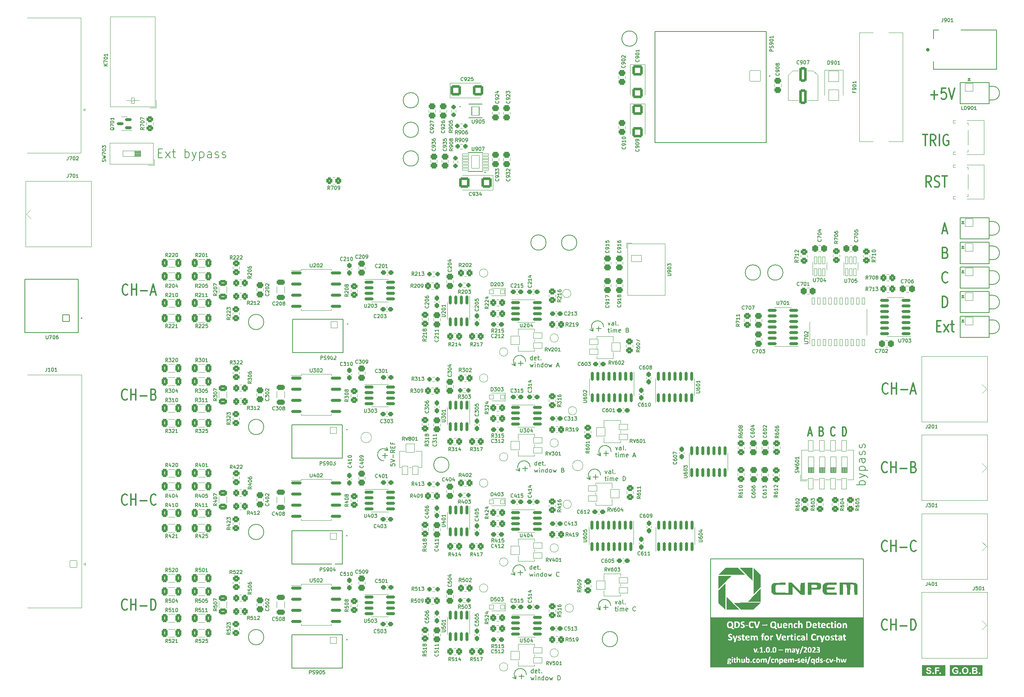
<source format=gto>
G04 #@! TF.GenerationSoftware,KiCad,Pcbnew,(6.0.11)*
G04 #@! TF.CreationDate,2023-05-29T14:07:06-03:00*
G04 #@! TF.ProjectId,qds-cv,7164732d-6376-42e6-9b69-6361645f7063,rev?*
G04 #@! TF.SameCoordinates,Original*
G04 #@! TF.FileFunction,Legend,Top*
G04 #@! TF.FilePolarity,Positive*
%FSLAX46Y46*%
G04 Gerber Fmt 4.6, Leading zero omitted, Abs format (unit mm)*
G04 Created by KiCad (PCBNEW (6.0.11)) date 2023-05-29 14:07:06*
%MOMM*%
%LPD*%
G01*
G04 APERTURE LIST*
G04 Aperture macros list*
%AMRoundRect*
0 Rectangle with rounded corners*
0 $1 Rounding radius*
0 $2 $3 $4 $5 $6 $7 $8 $9 X,Y pos of 4 corners*
0 Add a 4 corners polygon primitive as box body*
4,1,4,$2,$3,$4,$5,$6,$7,$8,$9,$2,$3,0*
0 Add four circle primitives for the rounded corners*
1,1,$1+$1,$2,$3*
1,1,$1+$1,$4,$5*
1,1,$1+$1,$6,$7*
1,1,$1+$1,$8,$9*
0 Add four rect primitives between the rounded corners*
20,1,$1+$1,$2,$3,$4,$5,0*
20,1,$1+$1,$4,$5,$6,$7,0*
20,1,$1+$1,$6,$7,$8,$9,0*
20,1,$1+$1,$8,$9,$2,$3,0*%
G04 Aperture macros list end*
%ADD10C,0.150000*%
%ADD11C,0.200000*%
%ADD12C,0.300000*%
%ADD13C,0.120000*%
%ADD14C,0.127000*%
%ADD15C,0.152400*%
%ADD16C,0.400000*%
%ADD17C,0.010000*%
%ADD18RoundRect,0.300000X0.350000X0.450000X-0.350000X0.450000X-0.350000X-0.450000X0.350000X-0.450000X0*%
%ADD19RoundRect,0.300000X-0.350000X-0.450000X0.350000X-0.450000X0.350000X0.450000X-0.350000X0.450000X0*%
%ADD20RoundRect,0.300000X0.450000X-0.350000X0.450000X0.350000X-0.450000X0.350000X-0.450000X-0.350000X0*%
%ADD21C,2.900000*%
%ADD22RoundRect,0.287500X0.300000X0.237500X-0.300000X0.237500X-0.300000X-0.237500X0.300000X-0.237500X0*%
%ADD23RoundRect,0.300000X-0.450000X0.350000X-0.450000X-0.350000X0.450000X-0.350000X0.450000X0.350000X0*%
%ADD24RoundRect,0.287500X0.237500X-0.300000X0.237500X0.300000X-0.237500X0.300000X-0.237500X-0.300000X0*%
%ADD25C,2.100000*%
%ADD26RoundRect,0.050000X-0.950000X0.650000X-0.950000X-0.650000X0.950000X-0.650000X0.950000X0.650000X0*%
%ADD27RoundRect,0.050000X-0.950000X1.000000X-0.950000X-1.000000X0.950000X-1.000000X0.950000X1.000000X0*%
%ADD28RoundRect,0.300000X0.475000X-0.337500X0.475000X0.337500X-0.475000X0.337500X-0.475000X-0.337500X0*%
%ADD29RoundRect,0.287500X-0.250000X-0.237500X0.250000X-0.237500X0.250000X0.237500X-0.250000X0.237500X0*%
%ADD30RoundRect,0.300000X-0.475000X0.337500X-0.475000X-0.337500X0.475000X-0.337500X0.475000X0.337500X0*%
%ADD31RoundRect,0.300000X-0.925000X0.875000X-0.925000X-0.875000X0.925000X-0.875000X0.925000X0.875000X0*%
%ADD32RoundRect,0.300000X-0.400000X-0.625000X0.400000X-0.625000X0.400000X0.625000X-0.400000X0.625000X0*%
%ADD33RoundRect,0.300000X0.400000X0.625000X-0.400000X0.625000X-0.400000X-0.625000X0.400000X-0.625000X0*%
%ADD34RoundRect,0.287500X-0.300000X-0.237500X0.300000X-0.237500X0.300000X0.237500X-0.300000X0.237500X0*%
%ADD35RoundRect,0.300000X0.337500X0.475000X-0.337500X0.475000X-0.337500X-0.475000X0.337500X-0.475000X0*%
%ADD36C,4.100000*%
%ADD37C,1.700000*%
%ADD38RoundRect,0.200000X0.150000X-0.825000X0.150000X0.825000X-0.150000X0.825000X-0.150000X-0.825000X0*%
%ADD39RoundRect,0.050000X0.754000X0.754000X-0.754000X0.754000X-0.754000X-0.754000X0.754000X-0.754000X0*%
%ADD40C,1.608000*%
%ADD41RoundRect,0.050000X0.500000X0.500000X-0.500000X0.500000X-0.500000X-0.500000X0.500000X-0.500000X0*%
%ADD42C,2.200000*%
%ADD43C,1.850000*%
%ADD44RoundRect,0.050000X-0.900000X0.900000X-0.900000X-0.900000X0.900000X-0.900000X0.900000X0.900000X0*%
%ADD45C,1.900000*%
%ADD46O,2.600000X1.700000*%
%ADD47O,7.100000X3.600000*%
%ADD48RoundRect,0.050000X-1.150000X0.750000X-1.150000X-0.750000X1.150000X-0.750000X1.150000X0.750000X0*%
%ADD49O,2.400000X1.600000*%
%ADD50RoundRect,0.200000X-0.825000X-0.150000X0.825000X-0.150000X0.825000X0.150000X-0.825000X0.150000X0*%
%ADD51C,1.600000*%
%ADD52RoundRect,0.050000X0.698500X0.215900X-0.698500X0.215900X-0.698500X-0.215900X0.698500X-0.215900X0*%
%ADD53RoundRect,0.050000X0.876300X1.473200X-0.876300X1.473200X-0.876300X-1.473200X0.876300X-1.473200X0*%
%ADD54RoundRect,0.050000X0.325000X-0.780000X0.325000X0.780000X-0.325000X0.780000X-0.325000X-0.780000X0*%
%ADD55RoundRect,0.300000X-0.625000X0.400000X-0.625000X-0.400000X0.625000X-0.400000X0.625000X0.400000X0*%
%ADD56RoundRect,0.200000X0.825000X0.150000X-0.825000X0.150000X-0.825000X-0.150000X0.825000X-0.150000X0*%
%ADD57RoundRect,0.200000X-0.150000X0.825000X-0.150000X-0.825000X0.150000X-0.825000X0.150000X0.825000X0*%
%ADD58RoundRect,0.212500X-1.012500X-0.162500X1.012500X-0.162500X1.012500X0.162500X-1.012500X0.162500X0*%
%ADD59RoundRect,0.287500X-0.237500X0.300000X-0.237500X-0.300000X0.237500X-0.300000X0.237500X0.300000X0*%
%ADD60RoundRect,0.298478X-0.646022X0.323022X-0.646022X-0.323022X0.646022X-0.323022X0.646022X0.323022X0*%
%ADD61RoundRect,0.050000X0.650000X0.950000X-0.650000X0.950000X-0.650000X-0.950000X0.650000X-0.950000X0*%
%ADD62RoundRect,0.050000X1.000000X0.950000X-1.000000X0.950000X-1.000000X-0.950000X1.000000X-0.950000X0*%
%ADD63RoundRect,0.300000X-0.337500X-0.475000X0.337500X-0.475000X0.337500X0.475000X-0.337500X0.475000X0*%
%ADD64RoundRect,0.050000X0.950000X-0.650000X0.950000X0.650000X-0.950000X0.650000X-0.950000X-0.650000X0*%
%ADD65RoundRect,0.050000X0.950000X-1.000000X0.950000X1.000000X-0.950000X1.000000X-0.950000X-1.000000X0*%
%ADD66O,1.700000X1.700000*%
%ADD67RoundRect,0.050000X-0.800000X0.800000X-0.800000X-0.800000X0.800000X-0.800000X0.800000X0.800000X0*%
%ADD68RoundRect,0.287500X-0.237500X0.250000X-0.237500X-0.250000X0.237500X-0.250000X0.237500X0.250000X0*%
%ADD69C,3.600000*%
%ADD70RoundRect,0.287500X0.237500X-0.250000X0.237500X0.250000X-0.237500X0.250000X-0.237500X-0.250000X0*%
%ADD71RoundRect,0.050000X-0.759000X0.759000X-0.759000X-0.759000X0.759000X-0.759000X0.759000X0.759000X0*%
%ADD72C,1.618000*%
%ADD73RoundRect,0.050000X0.300000X-0.750000X0.300000X0.750000X-0.300000X0.750000X-0.300000X-0.750000X0*%
%ADD74O,2.600000X5.100000*%
%ADD75O,2.350000X4.600000*%
%ADD76O,4.600000X2.350000*%
%ADD77RoundRect,0.300000X-0.550000X1.412500X-0.550000X-1.412500X0.550000X-1.412500X0.550000X1.412500X0*%
%ADD78RoundRect,0.050000X-0.840000X-0.990000X0.840000X-0.990000X0.840000X0.990000X-0.840000X0.990000X0*%
%ADD79RoundRect,0.300000X0.875000X0.925000X-0.875000X0.925000X-0.875000X-0.925000X0.875000X-0.925000X0*%
%ADD80RoundRect,0.200000X0.587500X0.150000X-0.587500X0.150000X-0.587500X-0.150000X0.587500X-0.150000X0*%
%ADD81C,3.000000*%
%ADD82RoundRect,0.050000X-1.150000X1.250000X-1.150000X-1.250000X1.150000X-1.250000X1.150000X1.250000X0*%
%ADD83RoundRect,0.300000X-0.875000X-0.925000X0.875000X-0.925000X0.875000X0.925000X-0.875000X0.925000X0*%
%ADD84RoundRect,0.050000X0.560000X-1.220000X0.560000X1.220000X-0.560000X1.220000X-0.560000X-1.220000X0*%
%ADD85RoundRect,0.050000X-1.200000X1.200000X-1.200000X-1.200000X1.200000X-1.200000X1.200000X1.200000X0*%
%ADD86C,2.500000*%
%ADD87C,0.900000*%
%ADD88C,1.100000*%
%ADD89C,0.700000*%
%ADD90C,1.300000*%
G04 APERTURE END LIST*
D10*
X182900000Y-144028988D02*
X182100000Y-144028988D01*
D11*
X256570000Y-182370000D02*
X291410000Y-182370000D01*
X291410000Y-182370000D02*
X291410000Y-168810000D01*
X291410000Y-168810000D02*
X256570000Y-168810000D01*
X256570000Y-168810000D02*
X256570000Y-182370000D01*
D10*
X182900000Y-144028988D02*
X182500000Y-143228988D01*
X182899945Y-144029042D02*
G75*
G03*
X181900000Y-146428988I-999945J-991658D01*
G01*
D11*
X182771428Y-145221845D02*
X181628571Y-145221845D01*
X182200000Y-144650416D02*
X182200000Y-145793273D01*
D10*
X216032060Y-194940273D02*
X216032060Y-193940273D01*
X216032060Y-194892654D02*
X215936822Y-194940273D01*
X215746346Y-194940273D01*
X215651108Y-194892654D01*
X215603489Y-194845035D01*
X215555870Y-194749797D01*
X215555870Y-194464083D01*
X215603489Y-194368845D01*
X215651108Y-194321226D01*
X215746346Y-194273607D01*
X215936822Y-194273607D01*
X216032060Y-194321226D01*
X216889203Y-194892654D02*
X216793965Y-194940273D01*
X216603489Y-194940273D01*
X216508251Y-194892654D01*
X216460632Y-194797416D01*
X216460632Y-194416464D01*
X216508251Y-194321226D01*
X216603489Y-194273607D01*
X216793965Y-194273607D01*
X216889203Y-194321226D01*
X216936822Y-194416464D01*
X216936822Y-194511702D01*
X216460632Y-194606940D01*
X217222536Y-194273607D02*
X217603489Y-194273607D01*
X217365394Y-193940273D02*
X217365394Y-194797416D01*
X217413013Y-194892654D01*
X217508251Y-194940273D01*
X217603489Y-194940273D01*
X217936822Y-194845035D02*
X217984441Y-194892654D01*
X217936822Y-194940273D01*
X217889203Y-194892654D01*
X217936822Y-194845035D01*
X217936822Y-194940273D01*
X215508251Y-195883607D02*
X215698727Y-196550273D01*
X215889203Y-196074083D01*
X216079679Y-196550273D01*
X216270155Y-195883607D01*
X216651108Y-196550273D02*
X216651108Y-195883607D01*
X216651108Y-195550273D02*
X216603489Y-195597893D01*
X216651108Y-195645512D01*
X216698727Y-195597893D01*
X216651108Y-195550273D01*
X216651108Y-195645512D01*
X217127298Y-195883607D02*
X217127298Y-196550273D01*
X217127298Y-195978845D02*
X217174917Y-195931226D01*
X217270155Y-195883607D01*
X217413013Y-195883607D01*
X217508251Y-195931226D01*
X217555870Y-196026464D01*
X217555870Y-196550273D01*
X218460632Y-196550273D02*
X218460632Y-195550273D01*
X218460632Y-196502654D02*
X218365394Y-196550273D01*
X218174917Y-196550273D01*
X218079679Y-196502654D01*
X218032060Y-196455035D01*
X217984441Y-196359797D01*
X217984441Y-196074083D01*
X218032060Y-195978845D01*
X218079679Y-195931226D01*
X218174917Y-195883607D01*
X218365394Y-195883607D01*
X218460632Y-195931226D01*
X219079679Y-196550273D02*
X218984441Y-196502654D01*
X218936822Y-196455035D01*
X218889203Y-196359797D01*
X218889203Y-196074083D01*
X218936822Y-195978845D01*
X218984441Y-195931226D01*
X219079679Y-195883607D01*
X219222536Y-195883607D01*
X219317774Y-195931226D01*
X219365394Y-195978845D01*
X219413013Y-196074083D01*
X219413013Y-196359797D01*
X219365394Y-196455035D01*
X219317774Y-196502654D01*
X219222536Y-196550273D01*
X219079679Y-196550273D01*
X219746346Y-195883607D02*
X219936822Y-196550273D01*
X220127298Y-196074083D01*
X220317774Y-196550273D01*
X220508251Y-195883607D01*
X221651108Y-196550273D02*
X221651108Y-195550273D01*
X221889203Y-195550273D01*
X222032060Y-195597893D01*
X222127298Y-195693131D01*
X222174917Y-195788369D01*
X222222536Y-195978845D01*
X222222536Y-196121702D01*
X222174917Y-196312178D01*
X222127298Y-196407416D01*
X222032060Y-196502654D01*
X221889203Y-196550273D01*
X221651108Y-196550273D01*
D12*
X123333333Y-180292857D02*
X123238095Y-180411904D01*
X122952380Y-180530952D01*
X122761904Y-180530952D01*
X122476190Y-180411904D01*
X122285714Y-180173809D01*
X122190476Y-179935714D01*
X122095238Y-179459523D01*
X122095238Y-179102380D01*
X122190476Y-178626190D01*
X122285714Y-178388095D01*
X122476190Y-178150000D01*
X122761904Y-178030952D01*
X122952380Y-178030952D01*
X123238095Y-178150000D01*
X123333333Y-178269047D01*
X124190476Y-180530952D02*
X124190476Y-178030952D01*
X124190476Y-179221428D02*
X125333333Y-179221428D01*
X125333333Y-180530952D02*
X125333333Y-178030952D01*
X126285714Y-179578571D02*
X127809523Y-179578571D01*
X128761904Y-180530952D02*
X128761904Y-178030952D01*
X129238095Y-178030952D01*
X129523809Y-178150000D01*
X129714285Y-178388095D01*
X129809523Y-178626190D01*
X129904761Y-179102380D01*
X129904761Y-179459523D01*
X129809523Y-179935714D01*
X129714285Y-180173809D01*
X129523809Y-180411904D01*
X129238095Y-180530952D01*
X128761904Y-180530952D01*
D10*
X183452380Y-147088214D02*
X183452380Y-147564404D01*
X183928571Y-147612023D01*
X183880952Y-147564404D01*
X183833333Y-147469166D01*
X183833333Y-147231071D01*
X183880952Y-147135833D01*
X183928571Y-147088214D01*
X184023809Y-147040595D01*
X184261904Y-147040595D01*
X184357142Y-147088214D01*
X184404761Y-147135833D01*
X184452380Y-147231071D01*
X184452380Y-147469166D01*
X184404761Y-147564404D01*
X184357142Y-147612023D01*
X183452380Y-146754880D02*
X184452380Y-146421547D01*
X183452380Y-146088214D01*
X184071428Y-145754880D02*
X184071428Y-144992976D01*
X184452380Y-143945357D02*
X183976190Y-144278690D01*
X184452380Y-144516785D02*
X183452380Y-144516785D01*
X183452380Y-144135833D01*
X183500000Y-144040595D01*
X183547619Y-143992976D01*
X183642857Y-143945357D01*
X183785714Y-143945357D01*
X183880952Y-143992976D01*
X183928571Y-144040595D01*
X183976190Y-144135833D01*
X183976190Y-144516785D01*
X183928571Y-143516785D02*
X183928571Y-143183452D01*
X184452380Y-143040595D02*
X184452380Y-143516785D01*
X183452380Y-143516785D01*
X183452380Y-143040595D01*
X183928571Y-142278690D02*
X183928571Y-142612023D01*
X184452380Y-142612023D02*
X183452380Y-142612023D01*
X183452380Y-142135833D01*
D12*
X123333333Y-132292857D02*
X123238095Y-132411904D01*
X122952380Y-132530952D01*
X122761904Y-132530952D01*
X122476190Y-132411904D01*
X122285714Y-132173809D01*
X122190476Y-131935714D01*
X122095238Y-131459523D01*
X122095238Y-131102380D01*
X122190476Y-130626190D01*
X122285714Y-130388095D01*
X122476190Y-130150000D01*
X122761904Y-130030952D01*
X122952380Y-130030952D01*
X123238095Y-130150000D01*
X123333333Y-130269047D01*
X124190476Y-132530952D02*
X124190476Y-130030952D01*
X124190476Y-131221428D02*
X125333333Y-131221428D01*
X125333333Y-132530952D02*
X125333333Y-130030952D01*
X126285714Y-131578571D02*
X127809523Y-131578571D01*
X129428571Y-131221428D02*
X129714285Y-131340476D01*
X129809523Y-131459523D01*
X129904761Y-131697619D01*
X129904761Y-132054761D01*
X129809523Y-132292857D01*
X129714285Y-132411904D01*
X129523809Y-132530952D01*
X128761904Y-132530952D01*
X128761904Y-130030952D01*
X129428571Y-130030952D01*
X129619047Y-130150000D01*
X129714285Y-130269047D01*
X129809523Y-130507142D01*
X129809523Y-130745238D01*
X129714285Y-130983333D01*
X129619047Y-131102380D01*
X129428571Y-131221428D01*
X128761904Y-131221428D01*
D10*
X215764166Y-171247380D02*
X215764166Y-170247380D01*
X215764166Y-171199761D02*
X215668928Y-171247380D01*
X215478452Y-171247380D01*
X215383214Y-171199761D01*
X215335595Y-171152142D01*
X215287976Y-171056904D01*
X215287976Y-170771190D01*
X215335595Y-170675952D01*
X215383214Y-170628333D01*
X215478452Y-170580714D01*
X215668928Y-170580714D01*
X215764166Y-170628333D01*
X216621309Y-171199761D02*
X216526071Y-171247380D01*
X216335595Y-171247380D01*
X216240357Y-171199761D01*
X216192738Y-171104523D01*
X216192738Y-170723571D01*
X216240357Y-170628333D01*
X216335595Y-170580714D01*
X216526071Y-170580714D01*
X216621309Y-170628333D01*
X216668928Y-170723571D01*
X216668928Y-170818809D01*
X216192738Y-170914047D01*
X216954642Y-170580714D02*
X217335595Y-170580714D01*
X217097500Y-170247380D02*
X217097500Y-171104523D01*
X217145119Y-171199761D01*
X217240357Y-171247380D01*
X217335595Y-171247380D01*
X217668928Y-171152142D02*
X217716547Y-171199761D01*
X217668928Y-171247380D01*
X217621309Y-171199761D01*
X217668928Y-171152142D01*
X217668928Y-171247380D01*
X215240357Y-172190714D02*
X215430833Y-172857380D01*
X215621309Y-172381190D01*
X215811785Y-172857380D01*
X216002261Y-172190714D01*
X216383214Y-172857380D02*
X216383214Y-172190714D01*
X216383214Y-171857380D02*
X216335595Y-171905000D01*
X216383214Y-171952619D01*
X216430833Y-171905000D01*
X216383214Y-171857380D01*
X216383214Y-171952619D01*
X216859404Y-172190714D02*
X216859404Y-172857380D01*
X216859404Y-172285952D02*
X216907023Y-172238333D01*
X217002261Y-172190714D01*
X217145119Y-172190714D01*
X217240357Y-172238333D01*
X217287976Y-172333571D01*
X217287976Y-172857380D01*
X218192738Y-172857380D02*
X218192738Y-171857380D01*
X218192738Y-172809761D02*
X218097500Y-172857380D01*
X217907023Y-172857380D01*
X217811785Y-172809761D01*
X217764166Y-172762142D01*
X217716547Y-172666904D01*
X217716547Y-172381190D01*
X217764166Y-172285952D01*
X217811785Y-172238333D01*
X217907023Y-172190714D01*
X218097500Y-172190714D01*
X218192738Y-172238333D01*
X218811785Y-172857380D02*
X218716547Y-172809761D01*
X218668928Y-172762142D01*
X218621309Y-172666904D01*
X218621309Y-172381190D01*
X218668928Y-172285952D01*
X218716547Y-172238333D01*
X218811785Y-172190714D01*
X218954642Y-172190714D01*
X219049880Y-172238333D01*
X219097500Y-172285952D01*
X219145119Y-172381190D01*
X219145119Y-172666904D01*
X219097500Y-172762142D01*
X219049880Y-172809761D01*
X218954642Y-172857380D01*
X218811785Y-172857380D01*
X219478452Y-172190714D02*
X219668928Y-172857380D01*
X219859404Y-172381190D01*
X220049880Y-172857380D01*
X220240357Y-172190714D01*
X221954642Y-172762142D02*
X221907023Y-172809761D01*
X221764166Y-172857380D01*
X221668928Y-172857380D01*
X221526071Y-172809761D01*
X221430833Y-172714523D01*
X221383214Y-172619285D01*
X221335595Y-172428809D01*
X221335595Y-172285952D01*
X221383214Y-172095476D01*
X221430833Y-172000238D01*
X221526071Y-171905000D01*
X221668928Y-171857380D01*
X221764166Y-171857380D01*
X221907023Y-171905000D01*
X221954642Y-171952619D01*
D12*
X123333333Y-156292857D02*
X123238095Y-156411904D01*
X122952380Y-156530952D01*
X122761904Y-156530952D01*
X122476190Y-156411904D01*
X122285714Y-156173809D01*
X122190476Y-155935714D01*
X122095238Y-155459523D01*
X122095238Y-155102380D01*
X122190476Y-154626190D01*
X122285714Y-154388095D01*
X122476190Y-154150000D01*
X122761904Y-154030952D01*
X122952380Y-154030952D01*
X123238095Y-154150000D01*
X123333333Y-154269047D01*
X124190476Y-156530952D02*
X124190476Y-154030952D01*
X124190476Y-155221428D02*
X125333333Y-155221428D01*
X125333333Y-156530952D02*
X125333333Y-154030952D01*
X126285714Y-155578571D02*
X127809523Y-155578571D01*
X129904761Y-156292857D02*
X129809523Y-156411904D01*
X129523809Y-156530952D01*
X129333333Y-156530952D01*
X129047619Y-156411904D01*
X128857142Y-156173809D01*
X128761904Y-155935714D01*
X128666666Y-155459523D01*
X128666666Y-155102380D01*
X128761904Y-154626190D01*
X128857142Y-154388095D01*
X129047619Y-154150000D01*
X129333333Y-154030952D01*
X129523809Y-154030952D01*
X129809523Y-154150000D01*
X129904761Y-154269047D01*
D10*
X233140357Y-114780714D02*
X233378452Y-115447380D01*
X233616547Y-114780714D01*
X234426071Y-115447380D02*
X234426071Y-114923571D01*
X234378452Y-114828333D01*
X234283214Y-114780714D01*
X234092738Y-114780714D01*
X233997500Y-114828333D01*
X234426071Y-115399761D02*
X234330833Y-115447380D01*
X234092738Y-115447380D01*
X233997500Y-115399761D01*
X233949880Y-115304523D01*
X233949880Y-115209285D01*
X233997500Y-115114047D01*
X234092738Y-115066428D01*
X234330833Y-115066428D01*
X234426071Y-115018809D01*
X235045119Y-115447380D02*
X234949880Y-115399761D01*
X234902261Y-115304523D01*
X234902261Y-114447380D01*
X235426071Y-115352142D02*
X235473690Y-115399761D01*
X235426071Y-115447380D01*
X235378452Y-115399761D01*
X235426071Y-115352142D01*
X235426071Y-115447380D01*
X233092738Y-116390714D02*
X233473690Y-116390714D01*
X233235595Y-116057380D02*
X233235595Y-116914523D01*
X233283214Y-117009761D01*
X233378452Y-117057380D01*
X233473690Y-117057380D01*
X233807023Y-117057380D02*
X233807023Y-116390714D01*
X233807023Y-116057380D02*
X233759404Y-116105000D01*
X233807023Y-116152619D01*
X233854642Y-116105000D01*
X233807023Y-116057380D01*
X233807023Y-116152619D01*
X234283214Y-117057380D02*
X234283214Y-116390714D01*
X234283214Y-116485952D02*
X234330833Y-116438333D01*
X234426071Y-116390714D01*
X234568928Y-116390714D01*
X234664166Y-116438333D01*
X234711785Y-116533571D01*
X234711785Y-117057380D01*
X234711785Y-116533571D02*
X234759404Y-116438333D01*
X234854642Y-116390714D01*
X234997500Y-116390714D01*
X235092738Y-116438333D01*
X235140357Y-116533571D01*
X235140357Y-117057380D01*
X235997500Y-117009761D02*
X235902261Y-117057380D01*
X235711785Y-117057380D01*
X235616547Y-117009761D01*
X235568928Y-116914523D01*
X235568928Y-116533571D01*
X235616547Y-116438333D01*
X235711785Y-116390714D01*
X235902261Y-116390714D01*
X235997500Y-116438333D01*
X236045119Y-116533571D01*
X236045119Y-116628809D01*
X235568928Y-116724047D01*
X237568928Y-116533571D02*
X237711785Y-116581190D01*
X237759404Y-116628809D01*
X237807023Y-116724047D01*
X237807023Y-116866904D01*
X237759404Y-116962142D01*
X237711785Y-117009761D01*
X237616547Y-117057380D01*
X237235595Y-117057380D01*
X237235595Y-116057380D01*
X237568928Y-116057380D01*
X237664166Y-116105000D01*
X237711785Y-116152619D01*
X237759404Y-116247857D01*
X237759404Y-116343095D01*
X237711785Y-116438333D01*
X237664166Y-116485952D01*
X237568928Y-116533571D01*
X237235595Y-116533571D01*
D12*
X123476190Y-108292857D02*
X123380952Y-108411904D01*
X123095238Y-108530952D01*
X122904761Y-108530952D01*
X122619047Y-108411904D01*
X122428571Y-108173809D01*
X122333333Y-107935714D01*
X122238095Y-107459523D01*
X122238095Y-107102380D01*
X122333333Y-106626190D01*
X122428571Y-106388095D01*
X122619047Y-106150000D01*
X122904761Y-106030952D01*
X123095238Y-106030952D01*
X123380952Y-106150000D01*
X123476190Y-106269047D01*
X124333333Y-108530952D02*
X124333333Y-106030952D01*
X124333333Y-107221428D02*
X125476190Y-107221428D01*
X125476190Y-108530952D02*
X125476190Y-106030952D01*
X126428571Y-107578571D02*
X127952380Y-107578571D01*
X128809523Y-107816666D02*
X129761904Y-107816666D01*
X128619047Y-108530952D02*
X129285714Y-106030952D01*
X129952380Y-108530952D01*
D10*
X232440357Y-148673607D02*
X232678452Y-149340273D01*
X232916547Y-148673607D01*
X233726071Y-149340273D02*
X233726071Y-148816464D01*
X233678452Y-148721226D01*
X233583214Y-148673607D01*
X233392738Y-148673607D01*
X233297500Y-148721226D01*
X233726071Y-149292654D02*
X233630833Y-149340273D01*
X233392738Y-149340273D01*
X233297500Y-149292654D01*
X233249880Y-149197416D01*
X233249880Y-149102178D01*
X233297500Y-149006940D01*
X233392738Y-148959321D01*
X233630833Y-148959321D01*
X233726071Y-148911702D01*
X234345119Y-149340273D02*
X234249880Y-149292654D01*
X234202261Y-149197416D01*
X234202261Y-148340273D01*
X234726071Y-149245035D02*
X234773690Y-149292654D01*
X234726071Y-149340273D01*
X234678452Y-149292654D01*
X234726071Y-149245035D01*
X234726071Y-149340273D01*
X232392738Y-150283607D02*
X232773690Y-150283607D01*
X232535595Y-149950273D02*
X232535595Y-150807416D01*
X232583214Y-150902654D01*
X232678452Y-150950273D01*
X232773690Y-150950273D01*
X233107023Y-150950273D02*
X233107023Y-150283607D01*
X233107023Y-149950273D02*
X233059404Y-149997893D01*
X233107023Y-150045512D01*
X233154642Y-149997893D01*
X233107023Y-149950273D01*
X233107023Y-150045512D01*
X233583214Y-150950273D02*
X233583214Y-150283607D01*
X233583214Y-150378845D02*
X233630833Y-150331226D01*
X233726071Y-150283607D01*
X233868928Y-150283607D01*
X233964166Y-150331226D01*
X234011785Y-150426464D01*
X234011785Y-150950273D01*
X234011785Y-150426464D02*
X234059404Y-150331226D01*
X234154642Y-150283607D01*
X234297500Y-150283607D01*
X234392738Y-150331226D01*
X234440357Y-150426464D01*
X234440357Y-150950273D01*
X235297500Y-150902654D02*
X235202261Y-150950273D01*
X235011785Y-150950273D01*
X234916547Y-150902654D01*
X234868928Y-150807416D01*
X234868928Y-150426464D01*
X234916547Y-150331226D01*
X235011785Y-150283607D01*
X235202261Y-150283607D01*
X235297500Y-150331226D01*
X235345119Y-150426464D01*
X235345119Y-150521702D01*
X234868928Y-150616940D01*
X236535595Y-150950273D02*
X236535595Y-149950273D01*
X236773690Y-149950273D01*
X236916547Y-149997893D01*
X237011785Y-150093131D01*
X237059404Y-150188369D01*
X237107023Y-150378845D01*
X237107023Y-150521702D01*
X237059404Y-150712178D01*
X237011785Y-150807416D01*
X236916547Y-150902654D01*
X236773690Y-150950273D01*
X236535595Y-150950273D01*
X215864166Y-123347380D02*
X215864166Y-122347380D01*
X215864166Y-123299761D02*
X215768928Y-123347380D01*
X215578452Y-123347380D01*
X215483214Y-123299761D01*
X215435595Y-123252142D01*
X215387976Y-123156904D01*
X215387976Y-122871190D01*
X215435595Y-122775952D01*
X215483214Y-122728333D01*
X215578452Y-122680714D01*
X215768928Y-122680714D01*
X215864166Y-122728333D01*
X216721309Y-123299761D02*
X216626071Y-123347380D01*
X216435595Y-123347380D01*
X216340357Y-123299761D01*
X216292738Y-123204523D01*
X216292738Y-122823571D01*
X216340357Y-122728333D01*
X216435595Y-122680714D01*
X216626071Y-122680714D01*
X216721309Y-122728333D01*
X216768928Y-122823571D01*
X216768928Y-122918809D01*
X216292738Y-123014047D01*
X217054642Y-122680714D02*
X217435595Y-122680714D01*
X217197500Y-122347380D02*
X217197500Y-123204523D01*
X217245119Y-123299761D01*
X217340357Y-123347380D01*
X217435595Y-123347380D01*
X217768928Y-123252142D02*
X217816547Y-123299761D01*
X217768928Y-123347380D01*
X217721309Y-123299761D01*
X217768928Y-123252142D01*
X217768928Y-123347380D01*
X215340357Y-124290714D02*
X215530833Y-124957380D01*
X215721309Y-124481190D01*
X215911785Y-124957380D01*
X216102261Y-124290714D01*
X216483214Y-124957380D02*
X216483214Y-124290714D01*
X216483214Y-123957380D02*
X216435595Y-124005000D01*
X216483214Y-124052619D01*
X216530833Y-124005000D01*
X216483214Y-123957380D01*
X216483214Y-124052619D01*
X216959404Y-124290714D02*
X216959404Y-124957380D01*
X216959404Y-124385952D02*
X217007023Y-124338333D01*
X217102261Y-124290714D01*
X217245119Y-124290714D01*
X217340357Y-124338333D01*
X217387976Y-124433571D01*
X217387976Y-124957380D01*
X218292738Y-124957380D02*
X218292738Y-123957380D01*
X218292738Y-124909761D02*
X218197500Y-124957380D01*
X218007023Y-124957380D01*
X217911785Y-124909761D01*
X217864166Y-124862142D01*
X217816547Y-124766904D01*
X217816547Y-124481190D01*
X217864166Y-124385952D01*
X217911785Y-124338333D01*
X218007023Y-124290714D01*
X218197500Y-124290714D01*
X218292738Y-124338333D01*
X218911785Y-124957380D02*
X218816547Y-124909761D01*
X218768928Y-124862142D01*
X218721309Y-124766904D01*
X218721309Y-124481190D01*
X218768928Y-124385952D01*
X218816547Y-124338333D01*
X218911785Y-124290714D01*
X219054642Y-124290714D01*
X219149880Y-124338333D01*
X219197500Y-124385952D01*
X219245119Y-124481190D01*
X219245119Y-124766904D01*
X219197500Y-124862142D01*
X219149880Y-124909761D01*
X219054642Y-124957380D01*
X218911785Y-124957380D01*
X219578452Y-124290714D02*
X219768928Y-124957380D01*
X219959404Y-124481190D01*
X220149880Y-124957380D01*
X220340357Y-124290714D01*
X221435595Y-124671666D02*
X221911785Y-124671666D01*
X221340357Y-124957380D02*
X221673690Y-123957380D01*
X222007023Y-124957380D01*
X216864167Y-147454487D02*
X216864167Y-146454487D01*
X216864167Y-147406868D02*
X216768929Y-147454487D01*
X216578453Y-147454487D01*
X216483215Y-147406868D01*
X216435596Y-147359249D01*
X216387977Y-147264011D01*
X216387977Y-146978297D01*
X216435596Y-146883059D01*
X216483215Y-146835440D01*
X216578453Y-146787821D01*
X216768929Y-146787821D01*
X216864167Y-146835440D01*
X217721310Y-147406868D02*
X217626072Y-147454487D01*
X217435596Y-147454487D01*
X217340358Y-147406868D01*
X217292739Y-147311630D01*
X217292739Y-146930678D01*
X217340358Y-146835440D01*
X217435596Y-146787821D01*
X217626072Y-146787821D01*
X217721310Y-146835440D01*
X217768929Y-146930678D01*
X217768929Y-147025916D01*
X217292739Y-147121154D01*
X218054643Y-146787821D02*
X218435596Y-146787821D01*
X218197501Y-146454487D02*
X218197501Y-147311630D01*
X218245120Y-147406868D01*
X218340358Y-147454487D01*
X218435596Y-147454487D01*
X218768929Y-147359249D02*
X218816548Y-147406868D01*
X218768929Y-147454487D01*
X218721310Y-147406868D01*
X218768929Y-147359249D01*
X218768929Y-147454487D01*
X216340358Y-148397821D02*
X216530834Y-149064487D01*
X216721310Y-148588297D01*
X216911786Y-149064487D01*
X217102262Y-148397821D01*
X217483215Y-149064487D02*
X217483215Y-148397821D01*
X217483215Y-148064487D02*
X217435596Y-148112107D01*
X217483215Y-148159726D01*
X217530834Y-148112107D01*
X217483215Y-148064487D01*
X217483215Y-148159726D01*
X217959405Y-148397821D02*
X217959405Y-149064487D01*
X217959405Y-148493059D02*
X218007024Y-148445440D01*
X218102262Y-148397821D01*
X218245120Y-148397821D01*
X218340358Y-148445440D01*
X218387977Y-148540678D01*
X218387977Y-149064487D01*
X219292739Y-149064487D02*
X219292739Y-148064487D01*
X219292739Y-149016868D02*
X219197501Y-149064487D01*
X219007024Y-149064487D01*
X218911786Y-149016868D01*
X218864167Y-148969249D01*
X218816548Y-148874011D01*
X218816548Y-148588297D01*
X218864167Y-148493059D01*
X218911786Y-148445440D01*
X219007024Y-148397821D01*
X219197501Y-148397821D01*
X219292739Y-148445440D01*
X219911786Y-149064487D02*
X219816548Y-149016868D01*
X219768929Y-148969249D01*
X219721310Y-148874011D01*
X219721310Y-148588297D01*
X219768929Y-148493059D01*
X219816548Y-148445440D01*
X219911786Y-148397821D01*
X220054643Y-148397821D01*
X220149881Y-148445440D01*
X220197501Y-148493059D01*
X220245120Y-148588297D01*
X220245120Y-148874011D01*
X220197501Y-148969249D01*
X220149881Y-149016868D01*
X220054643Y-149064487D01*
X219911786Y-149064487D01*
X220578453Y-148397821D02*
X220768929Y-149064487D01*
X220959405Y-148588297D01*
X221149881Y-149064487D01*
X221340358Y-148397821D01*
X222816548Y-148540678D02*
X222959405Y-148588297D01*
X223007024Y-148635916D01*
X223054643Y-148731154D01*
X223054643Y-148874011D01*
X223007024Y-148969249D01*
X222959405Y-149016868D01*
X222864167Y-149064487D01*
X222483215Y-149064487D01*
X222483215Y-148064487D01*
X222816548Y-148064487D01*
X222911786Y-148112107D01*
X222959405Y-148159726D01*
X223007024Y-148254964D01*
X223007024Y-148350202D01*
X222959405Y-148445440D01*
X222911786Y-148493059D01*
X222816548Y-148540678D01*
X222483215Y-148540678D01*
X234840357Y-143273607D02*
X235078452Y-143940273D01*
X235316547Y-143273607D01*
X236126071Y-143940273D02*
X236126071Y-143416464D01*
X236078452Y-143321226D01*
X235983214Y-143273607D01*
X235792738Y-143273607D01*
X235697500Y-143321226D01*
X236126071Y-143892654D02*
X236030833Y-143940273D01*
X235792738Y-143940273D01*
X235697500Y-143892654D01*
X235649880Y-143797416D01*
X235649880Y-143702178D01*
X235697500Y-143606940D01*
X235792738Y-143559321D01*
X236030833Y-143559321D01*
X236126071Y-143511702D01*
X236745119Y-143940273D02*
X236649880Y-143892654D01*
X236602261Y-143797416D01*
X236602261Y-142940273D01*
X237126071Y-143845035D02*
X237173690Y-143892654D01*
X237126071Y-143940273D01*
X237078452Y-143892654D01*
X237126071Y-143845035D01*
X237126071Y-143940273D01*
X234792738Y-144883607D02*
X235173690Y-144883607D01*
X234935595Y-144550273D02*
X234935595Y-145407416D01*
X234983214Y-145502654D01*
X235078452Y-145550273D01*
X235173690Y-145550273D01*
X235507023Y-145550273D02*
X235507023Y-144883607D01*
X235507023Y-144550273D02*
X235459404Y-144597893D01*
X235507023Y-144645512D01*
X235554642Y-144597893D01*
X235507023Y-144550273D01*
X235507023Y-144645512D01*
X235983214Y-145550273D02*
X235983214Y-144883607D01*
X235983214Y-144978845D02*
X236030833Y-144931226D01*
X236126071Y-144883607D01*
X236268928Y-144883607D01*
X236364166Y-144931226D01*
X236411785Y-145026464D01*
X236411785Y-145550273D01*
X236411785Y-145026464D02*
X236459404Y-144931226D01*
X236554642Y-144883607D01*
X236697500Y-144883607D01*
X236792738Y-144931226D01*
X236840357Y-145026464D01*
X236840357Y-145550273D01*
X237697500Y-145502654D02*
X237602261Y-145550273D01*
X237411785Y-145550273D01*
X237316547Y-145502654D01*
X237268928Y-145407416D01*
X237268928Y-145026464D01*
X237316547Y-144931226D01*
X237411785Y-144883607D01*
X237602261Y-144883607D01*
X237697500Y-144931226D01*
X237745119Y-145026464D01*
X237745119Y-145121702D01*
X237268928Y-145216940D01*
X238887976Y-145264559D02*
X239364166Y-145264559D01*
X238792738Y-145550273D02*
X239126071Y-144550273D01*
X239459404Y-145550273D01*
X234740357Y-178480714D02*
X234978452Y-179147380D01*
X235216547Y-178480714D01*
X236026071Y-179147380D02*
X236026071Y-178623571D01*
X235978452Y-178528333D01*
X235883214Y-178480714D01*
X235692738Y-178480714D01*
X235597500Y-178528333D01*
X236026071Y-179099761D02*
X235930833Y-179147380D01*
X235692738Y-179147380D01*
X235597500Y-179099761D01*
X235549880Y-179004523D01*
X235549880Y-178909285D01*
X235597500Y-178814047D01*
X235692738Y-178766428D01*
X235930833Y-178766428D01*
X236026071Y-178718809D01*
X236645119Y-179147380D02*
X236549880Y-179099761D01*
X236502261Y-179004523D01*
X236502261Y-178147380D01*
X237026071Y-179052142D02*
X237073690Y-179099761D01*
X237026071Y-179147380D01*
X236978452Y-179099761D01*
X237026071Y-179052142D01*
X237026071Y-179147380D01*
X234692738Y-180090714D02*
X235073690Y-180090714D01*
X234835595Y-179757380D02*
X234835595Y-180614523D01*
X234883214Y-180709761D01*
X234978452Y-180757380D01*
X235073690Y-180757380D01*
X235407023Y-180757380D02*
X235407023Y-180090714D01*
X235407023Y-179757380D02*
X235359404Y-179805000D01*
X235407023Y-179852619D01*
X235454642Y-179805000D01*
X235407023Y-179757380D01*
X235407023Y-179852619D01*
X235883214Y-180757380D02*
X235883214Y-180090714D01*
X235883214Y-180185952D02*
X235930833Y-180138333D01*
X236026071Y-180090714D01*
X236168928Y-180090714D01*
X236264166Y-180138333D01*
X236311785Y-180233571D01*
X236311785Y-180757380D01*
X236311785Y-180233571D02*
X236359404Y-180138333D01*
X236454642Y-180090714D01*
X236597500Y-180090714D01*
X236692738Y-180138333D01*
X236740357Y-180233571D01*
X236740357Y-180757380D01*
X237597500Y-180709761D02*
X237502261Y-180757380D01*
X237311785Y-180757380D01*
X237216547Y-180709761D01*
X237168928Y-180614523D01*
X237168928Y-180233571D01*
X237216547Y-180138333D01*
X237311785Y-180090714D01*
X237502261Y-180090714D01*
X237597500Y-180138333D01*
X237645119Y-180233571D01*
X237645119Y-180328809D01*
X237168928Y-180424047D01*
X239407023Y-180662142D02*
X239359404Y-180709761D01*
X239216547Y-180757380D01*
X239121309Y-180757380D01*
X238978452Y-180709761D01*
X238883214Y-180614523D01*
X238835595Y-180519285D01*
X238787976Y-180328809D01*
X238787976Y-180185952D01*
X238835595Y-179995476D01*
X238883214Y-179900238D01*
X238978452Y-179805000D01*
X239121309Y-179757380D01*
X239216547Y-179757380D01*
X239359404Y-179805000D01*
X239407023Y-179852619D01*
X199624861Y-150058904D02*
X199358195Y-149677952D01*
X199167719Y-150058904D02*
X199167719Y-149258904D01*
X199472480Y-149258904D01*
X199548671Y-149297000D01*
X199586766Y-149335095D01*
X199624861Y-149411285D01*
X199624861Y-149525571D01*
X199586766Y-149601761D01*
X199548671Y-149639857D01*
X199472480Y-149677952D01*
X199167719Y-149677952D01*
X200310576Y-149525571D02*
X200310576Y-150058904D01*
X200120100Y-149220809D02*
X199929623Y-149792238D01*
X200424861Y-149792238D01*
X200882004Y-149258904D02*
X200958195Y-149258904D01*
X201034385Y-149297000D01*
X201072480Y-149335095D01*
X201110576Y-149411285D01*
X201148671Y-149563666D01*
X201148671Y-149754142D01*
X201110576Y-149906523D01*
X201072480Y-149982714D01*
X201034385Y-150020809D01*
X200958195Y-150058904D01*
X200882004Y-150058904D01*
X200805814Y-150020809D01*
X200767719Y-149982714D01*
X200729623Y-149906523D01*
X200691528Y-149754142D01*
X200691528Y-149563666D01*
X200729623Y-149411285D01*
X200767719Y-149335095D01*
X200805814Y-149297000D01*
X200882004Y-149258904D01*
X201453433Y-149335095D02*
X201491528Y-149297000D01*
X201567719Y-149258904D01*
X201758195Y-149258904D01*
X201834385Y-149297000D01*
X201872480Y-149335095D01*
X201910576Y-149411285D01*
X201910576Y-149487476D01*
X201872480Y-149601761D01*
X201415338Y-150058904D01*
X201910576Y-150058904D01*
X202177761Y-192161904D02*
X201911095Y-191780952D01*
X201720619Y-192161904D02*
X201720619Y-191361904D01*
X202025380Y-191361904D01*
X202101571Y-191400000D01*
X202139666Y-191438095D01*
X202177761Y-191514285D01*
X202177761Y-191628571D01*
X202139666Y-191704761D01*
X202101571Y-191742857D01*
X202025380Y-191780952D01*
X201720619Y-191780952D01*
X202901571Y-191361904D02*
X202520619Y-191361904D01*
X202482523Y-191742857D01*
X202520619Y-191704761D01*
X202596809Y-191666666D01*
X202787285Y-191666666D01*
X202863476Y-191704761D01*
X202901571Y-191742857D01*
X202939666Y-191819047D01*
X202939666Y-192009523D01*
X202901571Y-192085714D01*
X202863476Y-192123809D01*
X202787285Y-192161904D01*
X202596809Y-192161904D01*
X202520619Y-192123809D01*
X202482523Y-192085714D01*
X203701571Y-192161904D02*
X203244428Y-192161904D01*
X203473000Y-192161904D02*
X203473000Y-191361904D01*
X203396809Y-191476190D01*
X203320619Y-191552380D01*
X203244428Y-191590476D01*
X203968238Y-191361904D02*
X204501571Y-191361904D01*
X204158714Y-192161904D01*
X240361904Y-121037238D02*
X239980952Y-121303904D01*
X240361904Y-121494380D02*
X239561904Y-121494380D01*
X239561904Y-121189619D01*
X239600000Y-121113428D01*
X239638095Y-121075333D01*
X239714285Y-121037238D01*
X239828571Y-121037238D01*
X239904761Y-121075333D01*
X239942857Y-121113428D01*
X239980952Y-121189619D01*
X239980952Y-121494380D01*
X239561904Y-120351523D02*
X239561904Y-120503904D01*
X239600000Y-120580095D01*
X239638095Y-120618190D01*
X239752380Y-120694380D01*
X239904761Y-120732476D01*
X240209523Y-120732476D01*
X240285714Y-120694380D01*
X240323809Y-120656285D01*
X240361904Y-120580095D01*
X240361904Y-120427714D01*
X240323809Y-120351523D01*
X240285714Y-120313428D01*
X240209523Y-120275333D01*
X240019047Y-120275333D01*
X239942857Y-120313428D01*
X239904761Y-120351523D01*
X239866666Y-120427714D01*
X239866666Y-120580095D01*
X239904761Y-120656285D01*
X239942857Y-120694380D01*
X240019047Y-120732476D01*
X239561904Y-119780095D02*
X239561904Y-119703904D01*
X239600000Y-119627714D01*
X239638095Y-119589619D01*
X239714285Y-119551523D01*
X239866666Y-119513428D01*
X240057142Y-119513428D01*
X240209523Y-119551523D01*
X240285714Y-119589619D01*
X240323809Y-119627714D01*
X240361904Y-119703904D01*
X240361904Y-119780095D01*
X240323809Y-119856285D01*
X240285714Y-119894380D01*
X240209523Y-119932476D01*
X240057142Y-119970571D01*
X239866666Y-119970571D01*
X239714285Y-119932476D01*
X239638095Y-119894380D01*
X239600000Y-119856285D01*
X239561904Y-119780095D01*
X239561904Y-119246761D02*
X239561904Y-118713428D01*
X240361904Y-119056285D01*
X146908004Y-137668838D02*
X146527052Y-137935504D01*
X146908004Y-138125980D02*
X146108004Y-138125980D01*
X146108004Y-137821219D01*
X146146100Y-137745028D01*
X146184195Y-137706933D01*
X146260385Y-137668838D01*
X146374671Y-137668838D01*
X146450861Y-137706933D01*
X146488957Y-137745028D01*
X146527052Y-137821219D01*
X146527052Y-138125980D01*
X146108004Y-137402171D02*
X146108004Y-136906933D01*
X146412766Y-137173600D01*
X146412766Y-137059314D01*
X146450861Y-136983123D01*
X146488957Y-136945028D01*
X146565147Y-136906933D01*
X146755623Y-136906933D01*
X146831814Y-136945028D01*
X146869909Y-136983123D01*
X146908004Y-137059314D01*
X146908004Y-137287885D01*
X146869909Y-137364076D01*
X146831814Y-137402171D01*
X146184195Y-136602171D02*
X146146100Y-136564076D01*
X146108004Y-136487885D01*
X146108004Y-136297409D01*
X146146100Y-136221219D01*
X146184195Y-136183123D01*
X146260385Y-136145028D01*
X146336576Y-136145028D01*
X146450861Y-136183123D01*
X146908004Y-136640266D01*
X146908004Y-136145028D01*
X146108004Y-135878361D02*
X146108004Y-135383123D01*
X146412766Y-135649790D01*
X146412766Y-135535504D01*
X146450861Y-135459314D01*
X146488957Y-135421219D01*
X146565147Y-135383123D01*
X146755623Y-135383123D01*
X146831814Y-135421219D01*
X146869909Y-135459314D01*
X146908004Y-135535504D01*
X146908004Y-135764076D01*
X146869909Y-135840266D01*
X146831814Y-135878361D01*
X180204761Y-113676714D02*
X180166666Y-113714809D01*
X180052380Y-113752904D01*
X179976190Y-113752904D01*
X179861904Y-113714809D01*
X179785714Y-113638619D01*
X179747619Y-113562428D01*
X179709523Y-113410047D01*
X179709523Y-113295761D01*
X179747619Y-113143380D01*
X179785714Y-113067190D01*
X179861904Y-112991000D01*
X179976190Y-112952904D01*
X180052380Y-112952904D01*
X180166666Y-112991000D01*
X180204761Y-113029095D01*
X180509523Y-113029095D02*
X180547619Y-112991000D01*
X180623809Y-112952904D01*
X180814285Y-112952904D01*
X180890476Y-112991000D01*
X180928571Y-113029095D01*
X180966666Y-113105285D01*
X180966666Y-113181476D01*
X180928571Y-113295761D01*
X180471428Y-113752904D01*
X180966666Y-113752904D01*
X181461904Y-112952904D02*
X181538095Y-112952904D01*
X181614285Y-112991000D01*
X181652380Y-113029095D01*
X181690476Y-113105285D01*
X181728571Y-113257666D01*
X181728571Y-113448142D01*
X181690476Y-113600523D01*
X181652380Y-113676714D01*
X181614285Y-113714809D01*
X181538095Y-113752904D01*
X181461904Y-113752904D01*
X181385714Y-113714809D01*
X181347619Y-113676714D01*
X181309523Y-113600523D01*
X181271428Y-113448142D01*
X181271428Y-113257666D01*
X181309523Y-113105285D01*
X181347619Y-113029095D01*
X181385714Y-112991000D01*
X181461904Y-112952904D01*
X181995238Y-112952904D02*
X182490476Y-112952904D01*
X182223809Y-113257666D01*
X182338095Y-113257666D01*
X182414285Y-113295761D01*
X182452380Y-113333857D01*
X182490476Y-113410047D01*
X182490476Y-113600523D01*
X182452380Y-113676714D01*
X182414285Y-113714809D01*
X182338095Y-113752904D01*
X182109523Y-113752904D01*
X182033333Y-113714809D01*
X181995238Y-113676714D01*
X147314761Y-124301904D02*
X147048095Y-123920952D01*
X146857619Y-124301904D02*
X146857619Y-123501904D01*
X147162380Y-123501904D01*
X147238571Y-123540000D01*
X147276666Y-123578095D01*
X147314761Y-123654285D01*
X147314761Y-123768571D01*
X147276666Y-123844761D01*
X147238571Y-123882857D01*
X147162380Y-123920952D01*
X146857619Y-123920952D01*
X147581428Y-123501904D02*
X148076666Y-123501904D01*
X147810000Y-123806666D01*
X147924285Y-123806666D01*
X148000476Y-123844761D01*
X148038571Y-123882857D01*
X148076666Y-123959047D01*
X148076666Y-124149523D01*
X148038571Y-124225714D01*
X148000476Y-124263809D01*
X147924285Y-124301904D01*
X147695714Y-124301904D01*
X147619523Y-124263809D01*
X147581428Y-124225714D01*
X148381428Y-123578095D02*
X148419523Y-123540000D01*
X148495714Y-123501904D01*
X148686190Y-123501904D01*
X148762380Y-123540000D01*
X148800476Y-123578095D01*
X148838571Y-123654285D01*
X148838571Y-123730476D01*
X148800476Y-123844761D01*
X148343333Y-124301904D01*
X148838571Y-124301904D01*
X149143333Y-123578095D02*
X149181428Y-123540000D01*
X149257619Y-123501904D01*
X149448095Y-123501904D01*
X149524285Y-123540000D01*
X149562380Y-123578095D01*
X149600476Y-123654285D01*
X149600476Y-123730476D01*
X149562380Y-123844761D01*
X149105238Y-124301904D01*
X149600476Y-124301904D01*
X272081904Y-140715238D02*
X271700952Y-140981904D01*
X272081904Y-141172380D02*
X271281904Y-141172380D01*
X271281904Y-140867619D01*
X271320000Y-140791428D01*
X271358095Y-140753333D01*
X271434285Y-140715238D01*
X271548571Y-140715238D01*
X271624761Y-140753333D01*
X271662857Y-140791428D01*
X271700952Y-140867619D01*
X271700952Y-141172380D01*
X271281904Y-140029523D02*
X271281904Y-140181904D01*
X271320000Y-140258095D01*
X271358095Y-140296190D01*
X271472380Y-140372380D01*
X271624761Y-140410476D01*
X271929523Y-140410476D01*
X272005714Y-140372380D01*
X272043809Y-140334285D01*
X272081904Y-140258095D01*
X272081904Y-140105714D01*
X272043809Y-140029523D01*
X272005714Y-139991428D01*
X271929523Y-139953333D01*
X271739047Y-139953333D01*
X271662857Y-139991428D01*
X271624761Y-140029523D01*
X271586666Y-140105714D01*
X271586666Y-140258095D01*
X271624761Y-140334285D01*
X271662857Y-140372380D01*
X271739047Y-140410476D01*
X271281904Y-139458095D02*
X271281904Y-139381904D01*
X271320000Y-139305714D01*
X271358095Y-139267619D01*
X271434285Y-139229523D01*
X271586666Y-139191428D01*
X271777142Y-139191428D01*
X271929523Y-139229523D01*
X272005714Y-139267619D01*
X272043809Y-139305714D01*
X272081904Y-139381904D01*
X272081904Y-139458095D01*
X272043809Y-139534285D01*
X272005714Y-139572380D01*
X271929523Y-139610476D01*
X271777142Y-139648571D01*
X271586666Y-139648571D01*
X271434285Y-139610476D01*
X271358095Y-139572380D01*
X271320000Y-139534285D01*
X271281904Y-139458095D01*
X271281904Y-138505714D02*
X271281904Y-138658095D01*
X271320000Y-138734285D01*
X271358095Y-138772380D01*
X271472380Y-138848571D01*
X271624761Y-138886666D01*
X271929523Y-138886666D01*
X272005714Y-138848571D01*
X272043809Y-138810476D01*
X272081904Y-138734285D01*
X272081904Y-138581904D01*
X272043809Y-138505714D01*
X272005714Y-138467619D01*
X271929523Y-138429523D01*
X271739047Y-138429523D01*
X271662857Y-138467619D01*
X271624761Y-138505714D01*
X271586666Y-138581904D01*
X271586666Y-138734285D01*
X271624761Y-138810476D01*
X271662857Y-138848571D01*
X271739047Y-138886666D01*
X197204761Y-192161904D02*
X196938095Y-191780952D01*
X196747619Y-192161904D02*
X196747619Y-191361904D01*
X197052380Y-191361904D01*
X197128571Y-191400000D01*
X197166666Y-191438095D01*
X197204761Y-191514285D01*
X197204761Y-191628571D01*
X197166666Y-191704761D01*
X197128571Y-191742857D01*
X197052380Y-191780952D01*
X196747619Y-191780952D01*
X197928571Y-191361904D02*
X197547619Y-191361904D01*
X197509523Y-191742857D01*
X197547619Y-191704761D01*
X197623809Y-191666666D01*
X197814285Y-191666666D01*
X197890476Y-191704761D01*
X197928571Y-191742857D01*
X197966666Y-191819047D01*
X197966666Y-192009523D01*
X197928571Y-192085714D01*
X197890476Y-192123809D01*
X197814285Y-192161904D01*
X197623809Y-192161904D01*
X197547619Y-192123809D01*
X197509523Y-192085714D01*
X198728571Y-192161904D02*
X198271428Y-192161904D01*
X198500000Y-192161904D02*
X198500000Y-191361904D01*
X198423809Y-191476190D01*
X198347619Y-191552380D01*
X198271428Y-191590476D01*
X199414285Y-191628571D02*
X199414285Y-192161904D01*
X199223809Y-191323809D02*
X199033333Y-191895238D01*
X199528571Y-191895238D01*
X192085714Y-110986238D02*
X192123809Y-111024333D01*
X192161904Y-111138619D01*
X192161904Y-111214809D01*
X192123809Y-111329095D01*
X192047619Y-111405285D01*
X191971428Y-111443380D01*
X191819047Y-111481476D01*
X191704761Y-111481476D01*
X191552380Y-111443380D01*
X191476190Y-111405285D01*
X191400000Y-111329095D01*
X191361904Y-111214809D01*
X191361904Y-111138619D01*
X191400000Y-111024333D01*
X191438095Y-110986238D01*
X191438095Y-110681476D02*
X191400000Y-110643380D01*
X191361904Y-110567190D01*
X191361904Y-110376714D01*
X191400000Y-110300523D01*
X191438095Y-110262428D01*
X191514285Y-110224333D01*
X191590476Y-110224333D01*
X191704761Y-110262428D01*
X192161904Y-110719571D01*
X192161904Y-110224333D01*
X191361904Y-109729095D02*
X191361904Y-109652904D01*
X191400000Y-109576714D01*
X191438095Y-109538619D01*
X191514285Y-109500523D01*
X191666666Y-109462428D01*
X191857142Y-109462428D01*
X192009523Y-109500523D01*
X192085714Y-109538619D01*
X192123809Y-109576714D01*
X192161904Y-109652904D01*
X192161904Y-109729095D01*
X192123809Y-109805285D01*
X192085714Y-109843380D01*
X192009523Y-109881476D01*
X191857142Y-109919571D01*
X191666666Y-109919571D01*
X191514285Y-109881476D01*
X191438095Y-109843380D01*
X191400000Y-109805285D01*
X191361904Y-109729095D01*
X191361904Y-108776714D02*
X191361904Y-108929095D01*
X191400000Y-109005285D01*
X191438095Y-109043380D01*
X191552380Y-109119571D01*
X191704761Y-109157666D01*
X192009523Y-109157666D01*
X192085714Y-109119571D01*
X192123809Y-109081476D01*
X192161904Y-109005285D01*
X192161904Y-108852904D01*
X192123809Y-108776714D01*
X192085714Y-108738619D01*
X192009523Y-108700523D01*
X191819047Y-108700523D01*
X191742857Y-108738619D01*
X191704761Y-108776714D01*
X191666666Y-108852904D01*
X191666666Y-109005285D01*
X191704761Y-109081476D01*
X191742857Y-109119571D01*
X191819047Y-109157666D01*
X203485714Y-111686238D02*
X203523809Y-111724333D01*
X203561904Y-111838619D01*
X203561904Y-111914809D01*
X203523809Y-112029095D01*
X203447619Y-112105285D01*
X203371428Y-112143380D01*
X203219047Y-112181476D01*
X203104761Y-112181476D01*
X202952380Y-112143380D01*
X202876190Y-112105285D01*
X202800000Y-112029095D01*
X202761904Y-111914809D01*
X202761904Y-111838619D01*
X202800000Y-111724333D01*
X202838095Y-111686238D01*
X202838095Y-111381476D02*
X202800000Y-111343380D01*
X202761904Y-111267190D01*
X202761904Y-111076714D01*
X202800000Y-111000523D01*
X202838095Y-110962428D01*
X202914285Y-110924333D01*
X202990476Y-110924333D01*
X203104761Y-110962428D01*
X203561904Y-111419571D01*
X203561904Y-110924333D01*
X202761904Y-110429095D02*
X202761904Y-110352904D01*
X202800000Y-110276714D01*
X202838095Y-110238619D01*
X202914285Y-110200523D01*
X203066666Y-110162428D01*
X203257142Y-110162428D01*
X203409523Y-110200523D01*
X203485714Y-110238619D01*
X203523809Y-110276714D01*
X203561904Y-110352904D01*
X203561904Y-110429095D01*
X203523809Y-110505285D01*
X203485714Y-110543380D01*
X203409523Y-110581476D01*
X203257142Y-110619571D01*
X203066666Y-110619571D01*
X202914285Y-110581476D01*
X202838095Y-110543380D01*
X202800000Y-110505285D01*
X202761904Y-110429095D01*
X202761904Y-109438619D02*
X202761904Y-109819571D01*
X203142857Y-109857666D01*
X203104761Y-109819571D01*
X203066666Y-109743380D01*
X203066666Y-109552904D01*
X203104761Y-109476714D01*
X203142857Y-109438619D01*
X203219047Y-109400523D01*
X203409523Y-109400523D01*
X203485714Y-109438619D01*
X203523809Y-109476714D01*
X203561904Y-109552904D01*
X203561904Y-109743380D01*
X203523809Y-109819571D01*
X203485714Y-109857666D01*
X197204761Y-120152904D02*
X196938095Y-119771952D01*
X196747619Y-120152904D02*
X196747619Y-119352904D01*
X197052380Y-119352904D01*
X197128571Y-119391000D01*
X197166666Y-119429095D01*
X197204761Y-119505285D01*
X197204761Y-119619571D01*
X197166666Y-119695761D01*
X197128571Y-119733857D01*
X197052380Y-119771952D01*
X196747619Y-119771952D01*
X197509523Y-119429095D02*
X197547619Y-119391000D01*
X197623809Y-119352904D01*
X197814285Y-119352904D01*
X197890476Y-119391000D01*
X197928571Y-119429095D01*
X197966666Y-119505285D01*
X197966666Y-119581476D01*
X197928571Y-119695761D01*
X197471428Y-120152904D01*
X197966666Y-120152904D01*
X198728571Y-120152904D02*
X198271428Y-120152904D01*
X198500000Y-120152904D02*
X198500000Y-119352904D01*
X198423809Y-119467190D01*
X198347619Y-119543380D01*
X198271428Y-119581476D01*
X199414285Y-119619571D02*
X199414285Y-120152904D01*
X199223809Y-119314809D02*
X199033333Y-119886238D01*
X199528571Y-119886238D01*
X280263237Y-157297638D02*
X279882285Y-157564304D01*
X280263237Y-157754780D02*
X279463237Y-157754780D01*
X279463237Y-157450019D01*
X279501333Y-157373828D01*
X279539428Y-157335733D01*
X279615618Y-157297638D01*
X279729904Y-157297638D01*
X279806094Y-157335733D01*
X279844190Y-157373828D01*
X279882285Y-157450019D01*
X279882285Y-157754780D01*
X279463237Y-156611923D02*
X279463237Y-156764304D01*
X279501333Y-156840495D01*
X279539428Y-156878590D01*
X279653713Y-156954780D01*
X279806094Y-156992876D01*
X280110856Y-156992876D01*
X280187047Y-156954780D01*
X280225142Y-156916685D01*
X280263237Y-156840495D01*
X280263237Y-156688114D01*
X280225142Y-156611923D01*
X280187047Y-156573828D01*
X280110856Y-156535733D01*
X279920380Y-156535733D01*
X279844190Y-156573828D01*
X279806094Y-156611923D01*
X279767999Y-156688114D01*
X279767999Y-156840495D01*
X279806094Y-156916685D01*
X279844190Y-156954780D01*
X279920380Y-156992876D01*
X279463237Y-156040495D02*
X279463237Y-155964304D01*
X279501333Y-155888114D01*
X279539428Y-155850019D01*
X279615618Y-155811923D01*
X279767999Y-155773828D01*
X279958475Y-155773828D01*
X280110856Y-155811923D01*
X280187047Y-155850019D01*
X280225142Y-155888114D01*
X280263237Y-155964304D01*
X280263237Y-156040495D01*
X280225142Y-156116685D01*
X280187047Y-156154780D01*
X280110856Y-156192876D01*
X279958475Y-156230971D01*
X279767999Y-156230971D01*
X279615618Y-156192876D01*
X279539428Y-156154780D01*
X279501333Y-156116685D01*
X279463237Y-156040495D01*
X279463237Y-155507161D02*
X279463237Y-155011923D01*
X279767999Y-155278590D01*
X279767999Y-155164304D01*
X279806094Y-155088114D01*
X279844190Y-155050019D01*
X279920380Y-155011923D01*
X280110856Y-155011923D01*
X280187047Y-155050019D01*
X280225142Y-155088114D01*
X280263237Y-155164304D01*
X280263237Y-155392876D01*
X280225142Y-155469066D01*
X280187047Y-155507161D01*
X191661904Y-190595238D02*
X191280952Y-190861904D01*
X191661904Y-191052380D02*
X190861904Y-191052380D01*
X190861904Y-190747619D01*
X190900000Y-190671428D01*
X190938095Y-190633333D01*
X191014285Y-190595238D01*
X191128571Y-190595238D01*
X191204761Y-190633333D01*
X191242857Y-190671428D01*
X191280952Y-190747619D01*
X191280952Y-191052380D01*
X190861904Y-189871428D02*
X190861904Y-190252380D01*
X191242857Y-190290476D01*
X191204761Y-190252380D01*
X191166666Y-190176190D01*
X191166666Y-189985714D01*
X191204761Y-189909523D01*
X191242857Y-189871428D01*
X191319047Y-189833333D01*
X191509523Y-189833333D01*
X191585714Y-189871428D01*
X191623809Y-189909523D01*
X191661904Y-189985714D01*
X191661904Y-190176190D01*
X191623809Y-190252380D01*
X191585714Y-190290476D01*
X191661904Y-189071428D02*
X191661904Y-189528571D01*
X191661904Y-189300000D02*
X190861904Y-189300000D01*
X190976190Y-189376190D01*
X191052380Y-189452380D01*
X191090476Y-189528571D01*
X191204761Y-188614285D02*
X191166666Y-188690476D01*
X191128571Y-188728571D01*
X191052380Y-188766666D01*
X191014285Y-188766666D01*
X190938095Y-188728571D01*
X190900000Y-188690476D01*
X190861904Y-188614285D01*
X190861904Y-188461904D01*
X190900000Y-188385714D01*
X190938095Y-188347619D01*
X191014285Y-188309523D01*
X191052380Y-188309523D01*
X191128571Y-188347619D01*
X191166666Y-188385714D01*
X191204761Y-188461904D01*
X191204761Y-188614285D01*
X191242857Y-188690476D01*
X191280952Y-188728571D01*
X191357142Y-188766666D01*
X191509523Y-188766666D01*
X191585714Y-188728571D01*
X191623809Y-188690476D01*
X191661904Y-188614285D01*
X191661904Y-188461904D01*
X191623809Y-188385714D01*
X191585714Y-188347619D01*
X191509523Y-188309523D01*
X191357142Y-188309523D01*
X191280952Y-188347619D01*
X191242857Y-188385714D01*
X191204761Y-188461904D01*
X238661904Y-142261904D02*
X238395238Y-141880952D01*
X238204761Y-142261904D02*
X238204761Y-141461904D01*
X238509523Y-141461904D01*
X238585714Y-141500000D01*
X238623809Y-141538095D01*
X238661904Y-141614285D01*
X238661904Y-141728571D01*
X238623809Y-141804761D01*
X238585714Y-141842857D01*
X238509523Y-141880952D01*
X238204761Y-141880952D01*
X238890476Y-141461904D02*
X239157142Y-142261904D01*
X239423809Y-141461904D01*
X240033333Y-141461904D02*
X239880952Y-141461904D01*
X239804761Y-141500000D01*
X239766666Y-141538095D01*
X239690476Y-141652380D01*
X239652380Y-141804761D01*
X239652380Y-142109523D01*
X239690476Y-142185714D01*
X239728571Y-142223809D01*
X239804761Y-142261904D01*
X239957142Y-142261904D01*
X240033333Y-142223809D01*
X240071428Y-142185714D01*
X240109523Y-142109523D01*
X240109523Y-141919047D01*
X240071428Y-141842857D01*
X240033333Y-141804761D01*
X239957142Y-141766666D01*
X239804761Y-141766666D01*
X239728571Y-141804761D01*
X239690476Y-141842857D01*
X239652380Y-141919047D01*
X240604761Y-141461904D02*
X240680952Y-141461904D01*
X240757142Y-141500000D01*
X240795238Y-141538095D01*
X240833333Y-141614285D01*
X240871428Y-141766666D01*
X240871428Y-141957142D01*
X240833333Y-142109523D01*
X240795238Y-142185714D01*
X240757142Y-142223809D01*
X240680952Y-142261904D01*
X240604761Y-142261904D01*
X240528571Y-142223809D01*
X240490476Y-142185714D01*
X240452380Y-142109523D01*
X240414285Y-141957142D01*
X240414285Y-141766666D01*
X240452380Y-141614285D01*
X240490476Y-141538095D01*
X240528571Y-141500000D01*
X240604761Y-141461904D01*
X241633333Y-142261904D02*
X241176190Y-142261904D01*
X241404761Y-142261904D02*
X241404761Y-141461904D01*
X241328571Y-141576190D01*
X241252380Y-141652380D01*
X241176190Y-141690476D01*
X193635714Y-75045238D02*
X193673809Y-75083333D01*
X193711904Y-75197619D01*
X193711904Y-75273809D01*
X193673809Y-75388095D01*
X193597619Y-75464285D01*
X193521428Y-75502380D01*
X193369047Y-75540476D01*
X193254761Y-75540476D01*
X193102380Y-75502380D01*
X193026190Y-75464285D01*
X192950000Y-75388095D01*
X192911904Y-75273809D01*
X192911904Y-75197619D01*
X192950000Y-75083333D01*
X192988095Y-75045238D01*
X193711904Y-74664285D02*
X193711904Y-74511904D01*
X193673809Y-74435714D01*
X193635714Y-74397619D01*
X193521428Y-74321428D01*
X193369047Y-74283333D01*
X193064285Y-74283333D01*
X192988095Y-74321428D01*
X192950000Y-74359523D01*
X192911904Y-74435714D01*
X192911904Y-74588095D01*
X192950000Y-74664285D01*
X192988095Y-74702380D01*
X193064285Y-74740476D01*
X193254761Y-74740476D01*
X193330952Y-74702380D01*
X193369047Y-74664285D01*
X193407142Y-74588095D01*
X193407142Y-74435714D01*
X193369047Y-74359523D01*
X193330952Y-74321428D01*
X193254761Y-74283333D01*
X192911904Y-74016666D02*
X192911904Y-73521428D01*
X193216666Y-73788095D01*
X193216666Y-73673809D01*
X193254761Y-73597619D01*
X193292857Y-73559523D01*
X193369047Y-73521428D01*
X193559523Y-73521428D01*
X193635714Y-73559523D01*
X193673809Y-73597619D01*
X193711904Y-73673809D01*
X193711904Y-73902380D01*
X193673809Y-73978571D01*
X193635714Y-74016666D01*
X192911904Y-72835714D02*
X192911904Y-72988095D01*
X192950000Y-73064285D01*
X192988095Y-73102380D01*
X193102380Y-73178571D01*
X193254761Y-73216666D01*
X193559523Y-73216666D01*
X193635714Y-73178571D01*
X193673809Y-73140476D01*
X193711904Y-73064285D01*
X193711904Y-72911904D01*
X193673809Y-72835714D01*
X193635714Y-72797619D01*
X193559523Y-72759523D01*
X193369047Y-72759523D01*
X193292857Y-72797619D01*
X193254761Y-72835714D01*
X193216666Y-72911904D01*
X193216666Y-73064285D01*
X193254761Y-73140476D01*
X193292857Y-73178571D01*
X193369047Y-73216666D01*
X224004761Y-115652904D02*
X223738095Y-115271952D01*
X223547619Y-115652904D02*
X223547619Y-114852904D01*
X223852380Y-114852904D01*
X223928571Y-114891000D01*
X223966666Y-114929095D01*
X224004761Y-115005285D01*
X224004761Y-115119571D01*
X223966666Y-115195761D01*
X223928571Y-115233857D01*
X223852380Y-115271952D01*
X223547619Y-115271952D01*
X224309523Y-114929095D02*
X224347619Y-114891000D01*
X224423809Y-114852904D01*
X224614285Y-114852904D01*
X224690476Y-114891000D01*
X224728571Y-114929095D01*
X224766666Y-115005285D01*
X224766666Y-115081476D01*
X224728571Y-115195761D01*
X224271428Y-115652904D01*
X224766666Y-115652904D01*
X225528571Y-115652904D02*
X225071428Y-115652904D01*
X225300000Y-115652904D02*
X225300000Y-114852904D01*
X225223809Y-114967190D01*
X225147619Y-115043380D01*
X225071428Y-115081476D01*
X225909523Y-115652904D02*
X226061904Y-115652904D01*
X226138095Y-115614809D01*
X226176190Y-115576714D01*
X226252380Y-115462428D01*
X226290476Y-115310047D01*
X226290476Y-115005285D01*
X226252380Y-114929095D01*
X226214285Y-114891000D01*
X226138095Y-114852904D01*
X225985714Y-114852904D01*
X225909523Y-114891000D01*
X225871428Y-114929095D01*
X225833333Y-115005285D01*
X225833333Y-115195761D01*
X225871428Y-115271952D01*
X225909523Y-115310047D01*
X225985714Y-115348142D01*
X226138095Y-115348142D01*
X226214285Y-115310047D01*
X226252380Y-115271952D01*
X226290476Y-115195761D01*
X202177761Y-144155904D02*
X201911095Y-143774952D01*
X201720619Y-144155904D02*
X201720619Y-143355904D01*
X202025380Y-143355904D01*
X202101571Y-143394000D01*
X202139666Y-143432095D01*
X202177761Y-143508285D01*
X202177761Y-143622571D01*
X202139666Y-143698761D01*
X202101571Y-143736857D01*
X202025380Y-143774952D01*
X201720619Y-143774952D01*
X202444428Y-143355904D02*
X202939666Y-143355904D01*
X202673000Y-143660666D01*
X202787285Y-143660666D01*
X202863476Y-143698761D01*
X202901571Y-143736857D01*
X202939666Y-143813047D01*
X202939666Y-144003523D01*
X202901571Y-144079714D01*
X202863476Y-144117809D01*
X202787285Y-144155904D01*
X202558714Y-144155904D01*
X202482523Y-144117809D01*
X202444428Y-144079714D01*
X203701571Y-144155904D02*
X203244428Y-144155904D01*
X203473000Y-144155904D02*
X203473000Y-143355904D01*
X203396809Y-143470190D01*
X203320619Y-143546380D01*
X203244428Y-143584476D01*
X203968238Y-143355904D02*
X204501571Y-143355904D01*
X204158714Y-144155904D01*
D11*
X232028571Y-179907142D02*
X233171428Y-179907142D01*
X232600000Y-180478571D02*
X232600000Y-179335714D01*
D10*
X192161904Y-142589238D02*
X191780952Y-142855904D01*
X192161904Y-143046380D02*
X191361904Y-143046380D01*
X191361904Y-142741619D01*
X191400000Y-142665428D01*
X191438095Y-142627333D01*
X191514285Y-142589238D01*
X191628571Y-142589238D01*
X191704761Y-142627333D01*
X191742857Y-142665428D01*
X191780952Y-142741619D01*
X191780952Y-143046380D01*
X191361904Y-142322571D02*
X191361904Y-141827333D01*
X191666666Y-142094000D01*
X191666666Y-141979714D01*
X191704761Y-141903523D01*
X191742857Y-141865428D01*
X191819047Y-141827333D01*
X192009523Y-141827333D01*
X192085714Y-141865428D01*
X192123809Y-141903523D01*
X192161904Y-141979714D01*
X192161904Y-142208285D01*
X192123809Y-142284476D01*
X192085714Y-142322571D01*
X192161904Y-141065428D02*
X192161904Y-141522571D01*
X192161904Y-141294000D02*
X191361904Y-141294000D01*
X191476190Y-141370190D01*
X191552380Y-141446380D01*
X191590476Y-141522571D01*
X191704761Y-140608285D02*
X191666666Y-140684476D01*
X191628571Y-140722571D01*
X191552380Y-140760666D01*
X191514285Y-140760666D01*
X191438095Y-140722571D01*
X191400000Y-140684476D01*
X191361904Y-140608285D01*
X191361904Y-140455904D01*
X191400000Y-140379714D01*
X191438095Y-140341619D01*
X191514285Y-140303523D01*
X191552380Y-140303523D01*
X191628571Y-140341619D01*
X191666666Y-140379714D01*
X191704761Y-140455904D01*
X191704761Y-140608285D01*
X191742857Y-140684476D01*
X191780952Y-140722571D01*
X191857142Y-140760666D01*
X192009523Y-140760666D01*
X192085714Y-140722571D01*
X192123809Y-140684476D01*
X192161904Y-140608285D01*
X192161904Y-140455904D01*
X192123809Y-140379714D01*
X192085714Y-140341619D01*
X192009523Y-140303523D01*
X191857142Y-140303523D01*
X191780952Y-140341619D01*
X191742857Y-140379714D01*
X191704761Y-140455904D01*
X188804761Y-128055904D02*
X188538095Y-127674952D01*
X188347619Y-128055904D02*
X188347619Y-127255904D01*
X188652380Y-127255904D01*
X188728571Y-127294000D01*
X188766666Y-127332095D01*
X188804761Y-127408285D01*
X188804761Y-127522571D01*
X188766666Y-127598761D01*
X188728571Y-127636857D01*
X188652380Y-127674952D01*
X188347619Y-127674952D01*
X189071428Y-127255904D02*
X189566666Y-127255904D01*
X189300000Y-127560666D01*
X189414285Y-127560666D01*
X189490476Y-127598761D01*
X189528571Y-127636857D01*
X189566666Y-127713047D01*
X189566666Y-127903523D01*
X189528571Y-127979714D01*
X189490476Y-128017809D01*
X189414285Y-128055904D01*
X189185714Y-128055904D01*
X189109523Y-128017809D01*
X189071428Y-127979714D01*
X190328571Y-128055904D02*
X189871428Y-128055904D01*
X190100000Y-128055904D02*
X190100000Y-127255904D01*
X190023809Y-127370190D01*
X189947619Y-127446380D01*
X189871428Y-127484476D01*
X190595238Y-127255904D02*
X191090476Y-127255904D01*
X190823809Y-127560666D01*
X190938095Y-127560666D01*
X191014285Y-127598761D01*
X191052380Y-127636857D01*
X191090476Y-127713047D01*
X191090476Y-127903523D01*
X191052380Y-127979714D01*
X191014285Y-128017809D01*
X190938095Y-128055904D01*
X190709523Y-128055904D01*
X190633333Y-128017809D01*
X190595238Y-127979714D01*
X235985714Y-98357738D02*
X236023809Y-98395833D01*
X236061904Y-98510119D01*
X236061904Y-98586309D01*
X236023809Y-98700595D01*
X235947619Y-98776785D01*
X235871428Y-98814880D01*
X235719047Y-98852976D01*
X235604761Y-98852976D01*
X235452380Y-98814880D01*
X235376190Y-98776785D01*
X235300000Y-98700595D01*
X235261904Y-98586309D01*
X235261904Y-98510119D01*
X235300000Y-98395833D01*
X235338095Y-98357738D01*
X236061904Y-97976785D02*
X236061904Y-97824404D01*
X236023809Y-97748214D01*
X235985714Y-97710119D01*
X235871428Y-97633928D01*
X235719047Y-97595833D01*
X235414285Y-97595833D01*
X235338095Y-97633928D01*
X235300000Y-97672023D01*
X235261904Y-97748214D01*
X235261904Y-97900595D01*
X235300000Y-97976785D01*
X235338095Y-98014880D01*
X235414285Y-98052976D01*
X235604761Y-98052976D01*
X235680952Y-98014880D01*
X235719047Y-97976785D01*
X235757142Y-97900595D01*
X235757142Y-97748214D01*
X235719047Y-97672023D01*
X235680952Y-97633928D01*
X235604761Y-97595833D01*
X236061904Y-96833928D02*
X236061904Y-97291071D01*
X236061904Y-97062500D02*
X235261904Y-97062500D01*
X235376190Y-97138690D01*
X235452380Y-97214880D01*
X235490476Y-97291071D01*
X235261904Y-96148214D02*
X235261904Y-96300595D01*
X235300000Y-96376785D01*
X235338095Y-96414880D01*
X235452380Y-96491071D01*
X235604761Y-96529166D01*
X235909523Y-96529166D01*
X235985714Y-96491071D01*
X236023809Y-96452976D01*
X236061904Y-96376785D01*
X236061904Y-96224404D01*
X236023809Y-96148214D01*
X235985714Y-96110119D01*
X235909523Y-96072023D01*
X235719047Y-96072023D01*
X235642857Y-96110119D01*
X235604761Y-96148214D01*
X235566666Y-96224404D01*
X235566666Y-96376785D01*
X235604761Y-96452976D01*
X235642857Y-96491071D01*
X235719047Y-96529166D01*
X276587904Y-100543238D02*
X276206952Y-100809904D01*
X276587904Y-101000380D02*
X275787904Y-101000380D01*
X275787904Y-100695619D01*
X275826000Y-100619428D01*
X275864095Y-100581333D01*
X275940285Y-100543238D01*
X276054571Y-100543238D01*
X276130761Y-100581333D01*
X276168857Y-100619428D01*
X276206952Y-100695619D01*
X276206952Y-101000380D01*
X275787904Y-100276571D02*
X275787904Y-99743238D01*
X276587904Y-100086095D01*
X276587904Y-99019428D02*
X276587904Y-99476571D01*
X276587904Y-99248000D02*
X275787904Y-99248000D01*
X275902190Y-99324190D01*
X275978380Y-99400380D01*
X276016476Y-99476571D01*
X275864095Y-98714666D02*
X275826000Y-98676571D01*
X275787904Y-98600380D01*
X275787904Y-98409904D01*
X275826000Y-98333714D01*
X275864095Y-98295619D01*
X275940285Y-98257523D01*
X276016476Y-98257523D01*
X276130761Y-98295619D01*
X276587904Y-98752761D01*
X276587904Y-98257523D01*
X195804761Y-150985714D02*
X195766666Y-151023809D01*
X195652380Y-151061904D01*
X195576190Y-151061904D01*
X195461904Y-151023809D01*
X195385714Y-150947619D01*
X195347619Y-150871428D01*
X195309523Y-150719047D01*
X195309523Y-150604761D01*
X195347619Y-150452380D01*
X195385714Y-150376190D01*
X195461904Y-150300000D01*
X195576190Y-150261904D01*
X195652380Y-150261904D01*
X195766666Y-150300000D01*
X195804761Y-150338095D01*
X196490476Y-150528571D02*
X196490476Y-151061904D01*
X196300000Y-150223809D02*
X196109523Y-150795238D01*
X196604761Y-150795238D01*
X197061904Y-150261904D02*
X197138095Y-150261904D01*
X197214285Y-150300000D01*
X197252380Y-150338095D01*
X197290476Y-150414285D01*
X197328571Y-150566666D01*
X197328571Y-150757142D01*
X197290476Y-150909523D01*
X197252380Y-150985714D01*
X197214285Y-151023809D01*
X197138095Y-151061904D01*
X197061904Y-151061904D01*
X196985714Y-151023809D01*
X196947619Y-150985714D01*
X196909523Y-150909523D01*
X196871428Y-150757142D01*
X196871428Y-150566666D01*
X196909523Y-150414285D01*
X196947619Y-150338095D01*
X196985714Y-150300000D01*
X197061904Y-150261904D01*
X198014285Y-150528571D02*
X198014285Y-151061904D01*
X197823809Y-150223809D02*
X197633333Y-150795238D01*
X198128571Y-150795238D01*
X151274761Y-134715904D02*
X151008095Y-134334952D01*
X150817619Y-134715904D02*
X150817619Y-133915904D01*
X151122380Y-133915904D01*
X151198571Y-133954000D01*
X151236666Y-133992095D01*
X151274761Y-134068285D01*
X151274761Y-134182571D01*
X151236666Y-134258761D01*
X151198571Y-134296857D01*
X151122380Y-134334952D01*
X150817619Y-134334952D01*
X151541428Y-133915904D02*
X152036666Y-133915904D01*
X151770000Y-134220666D01*
X151884285Y-134220666D01*
X151960476Y-134258761D01*
X151998571Y-134296857D01*
X152036666Y-134373047D01*
X152036666Y-134563523D01*
X151998571Y-134639714D01*
X151960476Y-134677809D01*
X151884285Y-134715904D01*
X151655714Y-134715904D01*
X151579523Y-134677809D01*
X151541428Y-134639714D01*
X152798571Y-134715904D02*
X152341428Y-134715904D01*
X152570000Y-134715904D02*
X152570000Y-133915904D01*
X152493809Y-134030190D01*
X152417619Y-134106380D01*
X152341428Y-134144476D01*
X153103333Y-133992095D02*
X153141428Y-133954000D01*
X153217619Y-133915904D01*
X153408095Y-133915904D01*
X153484285Y-133954000D01*
X153522380Y-133992095D01*
X153560476Y-134068285D01*
X153560476Y-134144476D01*
X153522380Y-134258761D01*
X153065238Y-134715904D01*
X153560476Y-134715904D01*
D11*
X229728571Y-150100035D02*
X230871428Y-150100035D01*
X230300000Y-150671464D02*
X230300000Y-149528607D01*
D10*
X147314761Y-100311904D02*
X147048095Y-99930952D01*
X146857619Y-100311904D02*
X146857619Y-99511904D01*
X147162380Y-99511904D01*
X147238571Y-99550000D01*
X147276666Y-99588095D01*
X147314761Y-99664285D01*
X147314761Y-99778571D01*
X147276666Y-99854761D01*
X147238571Y-99892857D01*
X147162380Y-99930952D01*
X146857619Y-99930952D01*
X147619523Y-99588095D02*
X147657619Y-99550000D01*
X147733809Y-99511904D01*
X147924285Y-99511904D01*
X148000476Y-99550000D01*
X148038571Y-99588095D01*
X148076666Y-99664285D01*
X148076666Y-99740476D01*
X148038571Y-99854761D01*
X147581428Y-100311904D01*
X148076666Y-100311904D01*
X148381428Y-99588095D02*
X148419523Y-99550000D01*
X148495714Y-99511904D01*
X148686190Y-99511904D01*
X148762380Y-99550000D01*
X148800476Y-99588095D01*
X148838571Y-99664285D01*
X148838571Y-99740476D01*
X148800476Y-99854761D01*
X148343333Y-100311904D01*
X148838571Y-100311904D01*
X149143333Y-99588095D02*
X149181428Y-99550000D01*
X149257619Y-99511904D01*
X149448095Y-99511904D01*
X149524285Y-99550000D01*
X149562380Y-99588095D01*
X149600476Y-99664285D01*
X149600476Y-99740476D01*
X149562380Y-99854761D01*
X149105238Y-100311904D01*
X149600476Y-100311904D01*
X240159714Y-54698738D02*
X240197809Y-54736833D01*
X240235904Y-54851119D01*
X240235904Y-54927309D01*
X240197809Y-55041595D01*
X240121619Y-55117785D01*
X240045428Y-55155880D01*
X239893047Y-55193976D01*
X239778761Y-55193976D01*
X239626380Y-55155880D01*
X239550190Y-55117785D01*
X239474000Y-55041595D01*
X239435904Y-54927309D01*
X239435904Y-54851119D01*
X239474000Y-54736833D01*
X239512095Y-54698738D01*
X240235904Y-54317785D02*
X240235904Y-54165404D01*
X240197809Y-54089214D01*
X240159714Y-54051119D01*
X240045428Y-53974928D01*
X239893047Y-53936833D01*
X239588285Y-53936833D01*
X239512095Y-53974928D01*
X239474000Y-54013023D01*
X239435904Y-54089214D01*
X239435904Y-54241595D01*
X239474000Y-54317785D01*
X239512095Y-54355880D01*
X239588285Y-54393976D01*
X239778761Y-54393976D01*
X239854952Y-54355880D01*
X239893047Y-54317785D01*
X239931142Y-54241595D01*
X239931142Y-54089214D01*
X239893047Y-54013023D01*
X239854952Y-53974928D01*
X239778761Y-53936833D01*
X239435904Y-53441595D02*
X239435904Y-53365404D01*
X239474000Y-53289214D01*
X239512095Y-53251119D01*
X239588285Y-53213023D01*
X239740666Y-53174928D01*
X239931142Y-53174928D01*
X240083523Y-53213023D01*
X240159714Y-53251119D01*
X240197809Y-53289214D01*
X240235904Y-53365404D01*
X240235904Y-53441595D01*
X240197809Y-53517785D01*
X240159714Y-53555880D01*
X240083523Y-53593976D01*
X239931142Y-53632071D01*
X239740666Y-53632071D01*
X239588285Y-53593976D01*
X239512095Y-53555880D01*
X239474000Y-53517785D01*
X239435904Y-53441595D01*
X240235904Y-52413023D02*
X240235904Y-52870166D01*
X240235904Y-52641595D02*
X239435904Y-52641595D01*
X239550190Y-52717785D01*
X239626380Y-52793976D01*
X239664476Y-52870166D01*
X139426861Y-108899504D02*
X139160195Y-108518552D01*
X138969719Y-108899504D02*
X138969719Y-108099504D01*
X139274480Y-108099504D01*
X139350671Y-108137600D01*
X139388766Y-108175695D01*
X139426861Y-108251885D01*
X139426861Y-108366171D01*
X139388766Y-108442361D01*
X139350671Y-108480457D01*
X139274480Y-108518552D01*
X138969719Y-108518552D01*
X139731623Y-108175695D02*
X139769719Y-108137600D01*
X139845909Y-108099504D01*
X140036385Y-108099504D01*
X140112576Y-108137600D01*
X140150671Y-108175695D01*
X140188766Y-108251885D01*
X140188766Y-108328076D01*
X140150671Y-108442361D01*
X139693528Y-108899504D01*
X140188766Y-108899504D01*
X140950671Y-108899504D02*
X140493528Y-108899504D01*
X140722100Y-108899504D02*
X140722100Y-108099504D01*
X140645909Y-108213790D01*
X140569719Y-108289980D01*
X140493528Y-108328076D01*
X141712576Y-108899504D02*
X141255433Y-108899504D01*
X141484004Y-108899504D02*
X141484004Y-108099504D01*
X141407814Y-108213790D01*
X141331623Y-108289980D01*
X141255433Y-108328076D01*
X240904761Y-159285714D02*
X240866666Y-159323809D01*
X240752380Y-159361904D01*
X240676190Y-159361904D01*
X240561904Y-159323809D01*
X240485714Y-159247619D01*
X240447619Y-159171428D01*
X240409523Y-159019047D01*
X240409523Y-158904761D01*
X240447619Y-158752380D01*
X240485714Y-158676190D01*
X240561904Y-158600000D01*
X240676190Y-158561904D01*
X240752380Y-158561904D01*
X240866666Y-158600000D01*
X240904761Y-158638095D01*
X241590476Y-158561904D02*
X241438095Y-158561904D01*
X241361904Y-158600000D01*
X241323809Y-158638095D01*
X241247619Y-158752380D01*
X241209523Y-158904761D01*
X241209523Y-159209523D01*
X241247619Y-159285714D01*
X241285714Y-159323809D01*
X241361904Y-159361904D01*
X241514285Y-159361904D01*
X241590476Y-159323809D01*
X241628571Y-159285714D01*
X241666666Y-159209523D01*
X241666666Y-159019047D01*
X241628571Y-158942857D01*
X241590476Y-158904761D01*
X241514285Y-158866666D01*
X241361904Y-158866666D01*
X241285714Y-158904761D01*
X241247619Y-158942857D01*
X241209523Y-159019047D01*
X242161904Y-158561904D02*
X242238095Y-158561904D01*
X242314285Y-158600000D01*
X242352380Y-158638095D01*
X242390476Y-158714285D01*
X242428571Y-158866666D01*
X242428571Y-159057142D01*
X242390476Y-159209523D01*
X242352380Y-159285714D01*
X242314285Y-159323809D01*
X242238095Y-159361904D01*
X242161904Y-159361904D01*
X242085714Y-159323809D01*
X242047619Y-159285714D01*
X242009523Y-159209523D01*
X241971428Y-159057142D01*
X241971428Y-158866666D01*
X242009523Y-158714285D01*
X242047619Y-158638095D01*
X242085714Y-158600000D01*
X242161904Y-158561904D01*
X242809523Y-159361904D02*
X242961904Y-159361904D01*
X243038095Y-159323809D01*
X243076190Y-159285714D01*
X243152380Y-159171428D01*
X243190476Y-159019047D01*
X243190476Y-158714285D01*
X243152380Y-158638095D01*
X243114285Y-158600000D01*
X243038095Y-158561904D01*
X242885714Y-158561904D01*
X242809523Y-158600000D01*
X242771428Y-158638095D01*
X242733333Y-158714285D01*
X242733333Y-158904761D01*
X242771428Y-158980952D01*
X242809523Y-159019047D01*
X242885714Y-159057142D01*
X243038095Y-159057142D01*
X243114285Y-159019047D01*
X243152380Y-158980952D01*
X243190476Y-158904761D01*
X266635714Y-154385238D02*
X266673809Y-154423333D01*
X266711904Y-154537619D01*
X266711904Y-154613809D01*
X266673809Y-154728095D01*
X266597619Y-154804285D01*
X266521428Y-154842380D01*
X266369047Y-154880476D01*
X266254761Y-154880476D01*
X266102380Y-154842380D01*
X266026190Y-154804285D01*
X265950000Y-154728095D01*
X265911904Y-154613809D01*
X265911904Y-154537619D01*
X265950000Y-154423333D01*
X265988095Y-154385238D01*
X265911904Y-153699523D02*
X265911904Y-153851904D01*
X265950000Y-153928095D01*
X265988095Y-153966190D01*
X266102380Y-154042380D01*
X266254761Y-154080476D01*
X266559523Y-154080476D01*
X266635714Y-154042380D01*
X266673809Y-154004285D01*
X266711904Y-153928095D01*
X266711904Y-153775714D01*
X266673809Y-153699523D01*
X266635714Y-153661428D01*
X266559523Y-153623333D01*
X266369047Y-153623333D01*
X266292857Y-153661428D01*
X266254761Y-153699523D01*
X266216666Y-153775714D01*
X266216666Y-153928095D01*
X266254761Y-154004285D01*
X266292857Y-154042380D01*
X266369047Y-154080476D01*
X265911904Y-153128095D02*
X265911904Y-153051904D01*
X265950000Y-152975714D01*
X265988095Y-152937619D01*
X266064285Y-152899523D01*
X266216666Y-152861428D01*
X266407142Y-152861428D01*
X266559523Y-152899523D01*
X266635714Y-152937619D01*
X266673809Y-152975714D01*
X266711904Y-153051904D01*
X266711904Y-153128095D01*
X266673809Y-153204285D01*
X266635714Y-153242380D01*
X266559523Y-153280476D01*
X266407142Y-153318571D01*
X266216666Y-153318571D01*
X266064285Y-153280476D01*
X265988095Y-153242380D01*
X265950000Y-153204285D01*
X265911904Y-153128095D01*
X265911904Y-152175714D02*
X265911904Y-152328095D01*
X265950000Y-152404285D01*
X265988095Y-152442380D01*
X266102380Y-152518571D01*
X266254761Y-152556666D01*
X266559523Y-152556666D01*
X266635714Y-152518571D01*
X266673809Y-152480476D01*
X266711904Y-152404285D01*
X266711904Y-152251904D01*
X266673809Y-152175714D01*
X266635714Y-152137619D01*
X266559523Y-152099523D01*
X266369047Y-152099523D01*
X266292857Y-152137619D01*
X266254761Y-152175714D01*
X266216666Y-152251904D01*
X266216666Y-152404285D01*
X266254761Y-152480476D01*
X266292857Y-152518571D01*
X266369047Y-152556666D01*
X205861904Y-183195238D02*
X205480952Y-183461904D01*
X205861904Y-183652380D02*
X205061904Y-183652380D01*
X205061904Y-183347619D01*
X205100000Y-183271428D01*
X205138095Y-183233333D01*
X205214285Y-183195238D01*
X205328571Y-183195238D01*
X205404761Y-183233333D01*
X205442857Y-183271428D01*
X205480952Y-183347619D01*
X205480952Y-183652380D01*
X205061904Y-182471428D02*
X205061904Y-182852380D01*
X205442857Y-182890476D01*
X205404761Y-182852380D01*
X205366666Y-182776190D01*
X205366666Y-182585714D01*
X205404761Y-182509523D01*
X205442857Y-182471428D01*
X205519047Y-182433333D01*
X205709523Y-182433333D01*
X205785714Y-182471428D01*
X205823809Y-182509523D01*
X205861904Y-182585714D01*
X205861904Y-182776190D01*
X205823809Y-182852380D01*
X205785714Y-182890476D01*
X205138095Y-182128571D02*
X205100000Y-182090476D01*
X205061904Y-182014285D01*
X205061904Y-181823809D01*
X205100000Y-181747619D01*
X205138095Y-181709523D01*
X205214285Y-181671428D01*
X205290476Y-181671428D01*
X205404761Y-181709523D01*
X205861904Y-182166666D01*
X205861904Y-181671428D01*
X205328571Y-180985714D02*
X205861904Y-180985714D01*
X205023809Y-181176190D02*
X205595238Y-181366666D01*
X205595238Y-180871428D01*
X232861904Y-171661904D02*
X232595238Y-171280952D01*
X232404761Y-171661904D02*
X232404761Y-170861904D01*
X232709523Y-170861904D01*
X232785714Y-170900000D01*
X232823809Y-170938095D01*
X232861904Y-171014285D01*
X232861904Y-171128571D01*
X232823809Y-171204761D01*
X232785714Y-171242857D01*
X232709523Y-171280952D01*
X232404761Y-171280952D01*
X233090476Y-170861904D02*
X233357142Y-171661904D01*
X233623809Y-170861904D01*
X234233333Y-170861904D02*
X234080952Y-170861904D01*
X234004761Y-170900000D01*
X233966666Y-170938095D01*
X233890476Y-171052380D01*
X233852380Y-171204761D01*
X233852380Y-171509523D01*
X233890476Y-171585714D01*
X233928571Y-171623809D01*
X234004761Y-171661904D01*
X234157142Y-171661904D01*
X234233333Y-171623809D01*
X234271428Y-171585714D01*
X234309523Y-171509523D01*
X234309523Y-171319047D01*
X234271428Y-171242857D01*
X234233333Y-171204761D01*
X234157142Y-171166666D01*
X234004761Y-171166666D01*
X233928571Y-171204761D01*
X233890476Y-171242857D01*
X233852380Y-171319047D01*
X234804761Y-170861904D02*
X234880952Y-170861904D01*
X234957142Y-170900000D01*
X234995238Y-170938095D01*
X235033333Y-171014285D01*
X235071428Y-171166666D01*
X235071428Y-171357142D01*
X235033333Y-171509523D01*
X234995238Y-171585714D01*
X234957142Y-171623809D01*
X234880952Y-171661904D01*
X234804761Y-171661904D01*
X234728571Y-171623809D01*
X234690476Y-171585714D01*
X234652380Y-171509523D01*
X234614285Y-171357142D01*
X234614285Y-171166666D01*
X234652380Y-171014285D01*
X234690476Y-170938095D01*
X234728571Y-170900000D01*
X234804761Y-170861904D01*
X235338095Y-170861904D02*
X235833333Y-170861904D01*
X235566666Y-171166666D01*
X235680952Y-171166666D01*
X235757142Y-171204761D01*
X235795238Y-171242857D01*
X235833333Y-171319047D01*
X235833333Y-171509523D01*
X235795238Y-171585714D01*
X235757142Y-171623809D01*
X235680952Y-171661904D01*
X235452380Y-171661904D01*
X235376190Y-171623809D01*
X235338095Y-171585714D01*
X132581761Y-163979904D02*
X132315095Y-163598952D01*
X132124619Y-163979904D02*
X132124619Y-163179904D01*
X132429380Y-163179904D01*
X132505571Y-163218000D01*
X132543666Y-163256095D01*
X132581761Y-163332285D01*
X132581761Y-163446571D01*
X132543666Y-163522761D01*
X132505571Y-163560857D01*
X132429380Y-163598952D01*
X132124619Y-163598952D01*
X133267476Y-163446571D02*
X133267476Y-163979904D01*
X133077000Y-163141809D02*
X132886523Y-163713238D01*
X133381761Y-163713238D01*
X133648428Y-163256095D02*
X133686523Y-163218000D01*
X133762714Y-163179904D01*
X133953190Y-163179904D01*
X134029380Y-163218000D01*
X134067476Y-163256095D01*
X134105571Y-163332285D01*
X134105571Y-163408476D01*
X134067476Y-163522761D01*
X133610333Y-163979904D01*
X134105571Y-163979904D01*
X134867476Y-163979904D02*
X134410333Y-163979904D01*
X134638904Y-163979904D02*
X134638904Y-163179904D01*
X134562714Y-163294190D01*
X134486523Y-163370380D01*
X134410333Y-163408476D01*
X191661904Y-118586238D02*
X191280952Y-118852904D01*
X191661904Y-119043380D02*
X190861904Y-119043380D01*
X190861904Y-118738619D01*
X190900000Y-118662428D01*
X190938095Y-118624333D01*
X191014285Y-118586238D01*
X191128571Y-118586238D01*
X191204761Y-118624333D01*
X191242857Y-118662428D01*
X191280952Y-118738619D01*
X191280952Y-119043380D01*
X190938095Y-118281476D02*
X190900000Y-118243380D01*
X190861904Y-118167190D01*
X190861904Y-117976714D01*
X190900000Y-117900523D01*
X190938095Y-117862428D01*
X191014285Y-117824333D01*
X191090476Y-117824333D01*
X191204761Y-117862428D01*
X191661904Y-118319571D01*
X191661904Y-117824333D01*
X191661904Y-117062428D02*
X191661904Y-117519571D01*
X191661904Y-117291000D02*
X190861904Y-117291000D01*
X190976190Y-117367190D01*
X191052380Y-117443380D01*
X191090476Y-117519571D01*
X191204761Y-116605285D02*
X191166666Y-116681476D01*
X191128571Y-116719571D01*
X191052380Y-116757666D01*
X191014285Y-116757666D01*
X190938095Y-116719571D01*
X190900000Y-116681476D01*
X190861904Y-116605285D01*
X190861904Y-116452904D01*
X190900000Y-116376714D01*
X190938095Y-116338619D01*
X191014285Y-116300523D01*
X191052380Y-116300523D01*
X191128571Y-116338619D01*
X191166666Y-116376714D01*
X191204761Y-116452904D01*
X191204761Y-116605285D01*
X191242857Y-116681476D01*
X191280952Y-116719571D01*
X191357142Y-116757666D01*
X191509523Y-116757666D01*
X191585714Y-116719571D01*
X191623809Y-116681476D01*
X191661904Y-116605285D01*
X191661904Y-116452904D01*
X191623809Y-116376714D01*
X191585714Y-116338619D01*
X191509523Y-116300523D01*
X191357142Y-116300523D01*
X191280952Y-116338619D01*
X191242857Y-116376714D01*
X191204761Y-116452904D01*
X211444761Y-106676714D02*
X211406666Y-106714809D01*
X211292380Y-106752904D01*
X211216190Y-106752904D01*
X211101904Y-106714809D01*
X211025714Y-106638619D01*
X210987619Y-106562428D01*
X210949523Y-106410047D01*
X210949523Y-106295761D01*
X210987619Y-106143380D01*
X211025714Y-106067190D01*
X211101904Y-105991000D01*
X211216190Y-105952904D01*
X211292380Y-105952904D01*
X211406666Y-105991000D01*
X211444761Y-106029095D01*
X211749523Y-106029095D02*
X211787619Y-105991000D01*
X211863809Y-105952904D01*
X212054285Y-105952904D01*
X212130476Y-105991000D01*
X212168571Y-106029095D01*
X212206666Y-106105285D01*
X212206666Y-106181476D01*
X212168571Y-106295761D01*
X211711428Y-106752904D01*
X212206666Y-106752904D01*
X212968571Y-106752904D02*
X212511428Y-106752904D01*
X212740000Y-106752904D02*
X212740000Y-105952904D01*
X212663809Y-106067190D01*
X212587619Y-106143380D01*
X212511428Y-106181476D01*
X213692380Y-105952904D02*
X213311428Y-105952904D01*
X213273333Y-106333857D01*
X213311428Y-106295761D01*
X213387619Y-106257666D01*
X213578095Y-106257666D01*
X213654285Y-106295761D01*
X213692380Y-106333857D01*
X213730476Y-106410047D01*
X213730476Y-106600523D01*
X213692380Y-106676714D01*
X213654285Y-106714809D01*
X213578095Y-106752904D01*
X213387619Y-106752904D01*
X213311428Y-106714809D01*
X213273333Y-106676714D01*
X151274761Y-158718904D02*
X151008095Y-158337952D01*
X150817619Y-158718904D02*
X150817619Y-157918904D01*
X151122380Y-157918904D01*
X151198571Y-157957000D01*
X151236666Y-157995095D01*
X151274761Y-158071285D01*
X151274761Y-158185571D01*
X151236666Y-158261761D01*
X151198571Y-158299857D01*
X151122380Y-158337952D01*
X150817619Y-158337952D01*
X151960476Y-158185571D02*
X151960476Y-158718904D01*
X151770000Y-157880809D02*
X151579523Y-158452238D01*
X152074761Y-158452238D01*
X152798571Y-158718904D02*
X152341428Y-158718904D01*
X152570000Y-158718904D02*
X152570000Y-157918904D01*
X152493809Y-158033190D01*
X152417619Y-158109380D01*
X152341428Y-158147476D01*
X153103333Y-157995095D02*
X153141428Y-157957000D01*
X153217619Y-157918904D01*
X153408095Y-157918904D01*
X153484285Y-157957000D01*
X153522380Y-157995095D01*
X153560476Y-158071285D01*
X153560476Y-158147476D01*
X153522380Y-158261761D01*
X153065238Y-158718904D01*
X153560476Y-158718904D01*
X276784761Y-106275714D02*
X276746666Y-106313809D01*
X276632380Y-106351904D01*
X276556190Y-106351904D01*
X276441904Y-106313809D01*
X276365714Y-106237619D01*
X276327619Y-106161428D01*
X276289523Y-106009047D01*
X276289523Y-105894761D01*
X276327619Y-105742380D01*
X276365714Y-105666190D01*
X276441904Y-105590000D01*
X276556190Y-105551904D01*
X276632380Y-105551904D01*
X276746666Y-105590000D01*
X276784761Y-105628095D01*
X277051428Y-105551904D02*
X277584761Y-105551904D01*
X277241904Y-106351904D01*
X278041904Y-105551904D02*
X278118095Y-105551904D01*
X278194285Y-105590000D01*
X278232380Y-105628095D01*
X278270476Y-105704285D01*
X278308571Y-105856666D01*
X278308571Y-106047142D01*
X278270476Y-106199523D01*
X278232380Y-106275714D01*
X278194285Y-106313809D01*
X278118095Y-106351904D01*
X278041904Y-106351904D01*
X277965714Y-106313809D01*
X277927619Y-106275714D01*
X277889523Y-106199523D01*
X277851428Y-106047142D01*
X277851428Y-105856666D01*
X277889523Y-105704285D01*
X277927619Y-105628095D01*
X277965714Y-105590000D01*
X278041904Y-105551904D01*
X279070476Y-106351904D02*
X278613333Y-106351904D01*
X278841904Y-106351904D02*
X278841904Y-105551904D01*
X278765714Y-105666190D01*
X278689523Y-105742380D01*
X278613333Y-105780476D01*
X109871428Y-76861904D02*
X109871428Y-77433333D01*
X109833333Y-77547619D01*
X109757142Y-77623809D01*
X109642857Y-77661904D01*
X109566666Y-77661904D01*
X110176190Y-76861904D02*
X110709523Y-76861904D01*
X110366666Y-77661904D01*
X111166666Y-76861904D02*
X111242857Y-76861904D01*
X111319047Y-76900000D01*
X111357142Y-76938095D01*
X111395238Y-77014285D01*
X111433333Y-77166666D01*
X111433333Y-77357142D01*
X111395238Y-77509523D01*
X111357142Y-77585714D01*
X111319047Y-77623809D01*
X111242857Y-77661904D01*
X111166666Y-77661904D01*
X111090476Y-77623809D01*
X111052380Y-77585714D01*
X111014285Y-77509523D01*
X110976190Y-77357142D01*
X110976190Y-77166666D01*
X111014285Y-77014285D01*
X111052380Y-76938095D01*
X111090476Y-76900000D01*
X111166666Y-76861904D01*
X111738095Y-76938095D02*
X111776190Y-76900000D01*
X111852380Y-76861904D01*
X112042857Y-76861904D01*
X112119047Y-76900000D01*
X112157142Y-76938095D01*
X112195238Y-77014285D01*
X112195238Y-77090476D01*
X112157142Y-77204761D01*
X111700000Y-77661904D01*
X112195238Y-77661904D01*
X222394804Y-109586938D02*
X222013852Y-109853604D01*
X222394804Y-110044080D02*
X221594804Y-110044080D01*
X221594804Y-109739319D01*
X221632900Y-109663128D01*
X221670995Y-109625033D01*
X221747185Y-109586938D01*
X221861471Y-109586938D01*
X221937661Y-109625033D01*
X221975757Y-109663128D01*
X222013852Y-109739319D01*
X222013852Y-110044080D01*
X221670995Y-109282176D02*
X221632900Y-109244080D01*
X221594804Y-109167890D01*
X221594804Y-108977414D01*
X221632900Y-108901223D01*
X221670995Y-108863128D01*
X221747185Y-108825033D01*
X221823376Y-108825033D01*
X221937661Y-108863128D01*
X222394804Y-109320271D01*
X222394804Y-108825033D01*
X222394804Y-108063128D02*
X222394804Y-108520271D01*
X222394804Y-108291700D02*
X221594804Y-108291700D01*
X221709090Y-108367890D01*
X221785280Y-108444080D01*
X221823376Y-108520271D01*
X221594804Y-107377414D02*
X221594804Y-107529795D01*
X221632900Y-107605985D01*
X221670995Y-107644080D01*
X221785280Y-107720271D01*
X221937661Y-107758366D01*
X222242423Y-107758366D01*
X222318614Y-107720271D01*
X222356709Y-107682176D01*
X222394804Y-107605985D01*
X222394804Y-107453604D01*
X222356709Y-107377414D01*
X222318614Y-107339319D01*
X222242423Y-107301223D01*
X222051947Y-107301223D01*
X221975757Y-107339319D01*
X221937661Y-107377414D01*
X221899566Y-107453604D01*
X221899566Y-107605985D01*
X221937661Y-107682176D01*
X221975757Y-107720271D01*
X222051947Y-107758366D01*
X132581761Y-171764504D02*
X132315095Y-171383552D01*
X132124619Y-171764504D02*
X132124619Y-170964504D01*
X132429380Y-170964504D01*
X132505571Y-171002600D01*
X132543666Y-171040695D01*
X132581761Y-171116885D01*
X132581761Y-171231171D01*
X132543666Y-171307361D01*
X132505571Y-171345457D01*
X132429380Y-171383552D01*
X132124619Y-171383552D01*
X133305571Y-170964504D02*
X132924619Y-170964504D01*
X132886523Y-171345457D01*
X132924619Y-171307361D01*
X133000809Y-171269266D01*
X133191285Y-171269266D01*
X133267476Y-171307361D01*
X133305571Y-171345457D01*
X133343666Y-171421647D01*
X133343666Y-171612123D01*
X133305571Y-171688314D01*
X133267476Y-171726409D01*
X133191285Y-171764504D01*
X133000809Y-171764504D01*
X132924619Y-171726409D01*
X132886523Y-171688314D01*
X133648428Y-171040695D02*
X133686523Y-171002600D01*
X133762714Y-170964504D01*
X133953190Y-170964504D01*
X134029380Y-171002600D01*
X134067476Y-171040695D01*
X134105571Y-171116885D01*
X134105571Y-171193076D01*
X134067476Y-171307361D01*
X133610333Y-171764504D01*
X134105571Y-171764504D01*
X134600809Y-170964504D02*
X134677000Y-170964504D01*
X134753190Y-171002600D01*
X134791285Y-171040695D01*
X134829380Y-171116885D01*
X134867476Y-171269266D01*
X134867476Y-171459742D01*
X134829380Y-171612123D01*
X134791285Y-171688314D01*
X134753190Y-171726409D01*
X134677000Y-171764504D01*
X134600809Y-171764504D01*
X134524619Y-171726409D01*
X134486523Y-171688314D01*
X134448428Y-171612123D01*
X134410333Y-171459742D01*
X134410333Y-171269266D01*
X134448428Y-171116885D01*
X134486523Y-171040695D01*
X134524619Y-171002600D01*
X134600809Y-170964504D01*
X250401904Y-150261428D02*
X251049523Y-150261428D01*
X251125714Y-150223333D01*
X251163809Y-150185238D01*
X251201904Y-150109047D01*
X251201904Y-149956666D01*
X251163809Y-149880476D01*
X251125714Y-149842380D01*
X251049523Y-149804285D01*
X250401904Y-149804285D01*
X250401904Y-149080476D02*
X250401904Y-149232857D01*
X250440000Y-149309047D01*
X250478095Y-149347142D01*
X250592380Y-149423333D01*
X250744761Y-149461428D01*
X251049523Y-149461428D01*
X251125714Y-149423333D01*
X251163809Y-149385238D01*
X251201904Y-149309047D01*
X251201904Y-149156666D01*
X251163809Y-149080476D01*
X251125714Y-149042380D01*
X251049523Y-149004285D01*
X250859047Y-149004285D01*
X250782857Y-149042380D01*
X250744761Y-149080476D01*
X250706666Y-149156666D01*
X250706666Y-149309047D01*
X250744761Y-149385238D01*
X250782857Y-149423333D01*
X250859047Y-149461428D01*
X250401904Y-148509047D02*
X250401904Y-148432857D01*
X250440000Y-148356666D01*
X250478095Y-148318571D01*
X250554285Y-148280476D01*
X250706666Y-148242380D01*
X250897142Y-148242380D01*
X251049523Y-148280476D01*
X251125714Y-148318571D01*
X251163809Y-148356666D01*
X251201904Y-148432857D01*
X251201904Y-148509047D01*
X251163809Y-148585238D01*
X251125714Y-148623333D01*
X251049523Y-148661428D01*
X250897142Y-148699523D01*
X250706666Y-148699523D01*
X250554285Y-148661428D01*
X250478095Y-148623333D01*
X250440000Y-148585238D01*
X250401904Y-148509047D01*
X250401904Y-147975714D02*
X250401904Y-147480476D01*
X250706666Y-147747142D01*
X250706666Y-147632857D01*
X250744761Y-147556666D01*
X250782857Y-147518571D01*
X250859047Y-147480476D01*
X251049523Y-147480476D01*
X251125714Y-147518571D01*
X251163809Y-147556666D01*
X251201904Y-147632857D01*
X251201904Y-147861428D01*
X251163809Y-147937619D01*
X251125714Y-147975714D01*
X167351666Y-147392904D02*
X167351666Y-146592904D01*
X167656428Y-146592904D01*
X167732619Y-146631000D01*
X167770714Y-146669095D01*
X167808809Y-146745285D01*
X167808809Y-146859571D01*
X167770714Y-146935761D01*
X167732619Y-146973857D01*
X167656428Y-147011952D01*
X167351666Y-147011952D01*
X168113571Y-147354809D02*
X168227857Y-147392904D01*
X168418333Y-147392904D01*
X168494523Y-147354809D01*
X168532619Y-147316714D01*
X168570714Y-147240523D01*
X168570714Y-147164333D01*
X168532619Y-147088142D01*
X168494523Y-147050047D01*
X168418333Y-147011952D01*
X168265952Y-146973857D01*
X168189761Y-146935761D01*
X168151666Y-146897666D01*
X168113571Y-146821476D01*
X168113571Y-146745285D01*
X168151666Y-146669095D01*
X168189761Y-146631000D01*
X168265952Y-146592904D01*
X168456428Y-146592904D01*
X168570714Y-146631000D01*
X168951666Y-147392904D02*
X169104047Y-147392904D01*
X169180238Y-147354809D01*
X169218333Y-147316714D01*
X169294523Y-147202428D01*
X169332619Y-147050047D01*
X169332619Y-146745285D01*
X169294523Y-146669095D01*
X169256428Y-146631000D01*
X169180238Y-146592904D01*
X169027857Y-146592904D01*
X168951666Y-146631000D01*
X168913571Y-146669095D01*
X168875476Y-146745285D01*
X168875476Y-146935761D01*
X168913571Y-147011952D01*
X168951666Y-147050047D01*
X169027857Y-147088142D01*
X169180238Y-147088142D01*
X169256428Y-147050047D01*
X169294523Y-147011952D01*
X169332619Y-146935761D01*
X169827857Y-146592904D02*
X169904047Y-146592904D01*
X169980238Y-146631000D01*
X170018333Y-146669095D01*
X170056428Y-146745285D01*
X170094523Y-146897666D01*
X170094523Y-147088142D01*
X170056428Y-147240523D01*
X170018333Y-147316714D01*
X169980238Y-147354809D01*
X169904047Y-147392904D01*
X169827857Y-147392904D01*
X169751666Y-147354809D01*
X169713571Y-147316714D01*
X169675476Y-147240523D01*
X169637380Y-147088142D01*
X169637380Y-146897666D01*
X169675476Y-146745285D01*
X169713571Y-146669095D01*
X169751666Y-146631000D01*
X169827857Y-146592904D01*
X170361190Y-146592904D02*
X170856428Y-146592904D01*
X170589761Y-146897666D01*
X170704047Y-146897666D01*
X170780238Y-146935761D01*
X170818333Y-146973857D01*
X170856428Y-147050047D01*
X170856428Y-147240523D01*
X170818333Y-147316714D01*
X170780238Y-147354809D01*
X170704047Y-147392904D01*
X170475476Y-147392904D01*
X170399285Y-147354809D01*
X170361190Y-147316714D01*
X206447619Y-154458904D02*
X206447619Y-153658904D01*
X206638095Y-153658904D01*
X206752380Y-153697000D01*
X206828571Y-153773190D01*
X206866666Y-153849380D01*
X206904761Y-154001761D01*
X206904761Y-154116047D01*
X206866666Y-154268428D01*
X206828571Y-154344619D01*
X206752380Y-154420809D01*
X206638095Y-154458904D01*
X206447619Y-154458904D01*
X207590476Y-153925571D02*
X207590476Y-154458904D01*
X207400000Y-153620809D02*
X207209523Y-154192238D01*
X207704761Y-154192238D01*
X208161904Y-153658904D02*
X208238095Y-153658904D01*
X208314285Y-153697000D01*
X208352380Y-153735095D01*
X208390476Y-153811285D01*
X208428571Y-153963666D01*
X208428571Y-154154142D01*
X208390476Y-154306523D01*
X208352380Y-154382714D01*
X208314285Y-154420809D01*
X208238095Y-154458904D01*
X208161904Y-154458904D01*
X208085714Y-154420809D01*
X208047619Y-154382714D01*
X208009523Y-154306523D01*
X207971428Y-154154142D01*
X207971428Y-153963666D01*
X208009523Y-153811285D01*
X208047619Y-153735095D01*
X208085714Y-153697000D01*
X208161904Y-153658904D01*
X208695238Y-153658904D02*
X209190476Y-153658904D01*
X208923809Y-153963666D01*
X209038095Y-153963666D01*
X209114285Y-154001761D01*
X209152380Y-154039857D01*
X209190476Y-154116047D01*
X209190476Y-154306523D01*
X209152380Y-154382714D01*
X209114285Y-154420809D01*
X209038095Y-154458904D01*
X208809523Y-154458904D01*
X208733333Y-154420809D01*
X208695238Y-154382714D01*
X180204761Y-185685714D02*
X180166666Y-185723809D01*
X180052380Y-185761904D01*
X179976190Y-185761904D01*
X179861904Y-185723809D01*
X179785714Y-185647619D01*
X179747619Y-185571428D01*
X179709523Y-185419047D01*
X179709523Y-185304761D01*
X179747619Y-185152380D01*
X179785714Y-185076190D01*
X179861904Y-185000000D01*
X179976190Y-184961904D01*
X180052380Y-184961904D01*
X180166666Y-185000000D01*
X180204761Y-185038095D01*
X180928571Y-184961904D02*
X180547619Y-184961904D01*
X180509523Y-185342857D01*
X180547619Y-185304761D01*
X180623809Y-185266666D01*
X180814285Y-185266666D01*
X180890476Y-185304761D01*
X180928571Y-185342857D01*
X180966666Y-185419047D01*
X180966666Y-185609523D01*
X180928571Y-185685714D01*
X180890476Y-185723809D01*
X180814285Y-185761904D01*
X180623809Y-185761904D01*
X180547619Y-185723809D01*
X180509523Y-185685714D01*
X181461904Y-184961904D02*
X181538095Y-184961904D01*
X181614285Y-185000000D01*
X181652380Y-185038095D01*
X181690476Y-185114285D01*
X181728571Y-185266666D01*
X181728571Y-185457142D01*
X181690476Y-185609523D01*
X181652380Y-185685714D01*
X181614285Y-185723809D01*
X181538095Y-185761904D01*
X181461904Y-185761904D01*
X181385714Y-185723809D01*
X181347619Y-185685714D01*
X181309523Y-185609523D01*
X181271428Y-185457142D01*
X181271428Y-185266666D01*
X181309523Y-185114285D01*
X181347619Y-185038095D01*
X181385714Y-185000000D01*
X181461904Y-184961904D01*
X181995238Y-184961904D02*
X182490476Y-184961904D01*
X182223809Y-185266666D01*
X182338095Y-185266666D01*
X182414285Y-185304761D01*
X182452380Y-185342857D01*
X182490476Y-185419047D01*
X182490476Y-185609523D01*
X182452380Y-185685714D01*
X182414285Y-185723809D01*
X182338095Y-185761904D01*
X182109523Y-185761904D01*
X182033333Y-185723809D01*
X181995238Y-185685714D01*
D12*
X304952380Y-71830952D02*
X306095238Y-71830952D01*
X305523809Y-74330952D02*
X305523809Y-71830952D01*
X307904761Y-74330952D02*
X307238095Y-73140476D01*
X306761904Y-74330952D02*
X306761904Y-71830952D01*
X307523809Y-71830952D01*
X307714285Y-71950000D01*
X307809523Y-72069047D01*
X307904761Y-72307142D01*
X307904761Y-72664285D01*
X307809523Y-72902380D01*
X307714285Y-73021428D01*
X307523809Y-73140476D01*
X306761904Y-73140476D01*
X308761904Y-74330952D02*
X308761904Y-71830952D01*
X310761904Y-71950000D02*
X310571428Y-71830952D01*
X310285714Y-71830952D01*
X310000000Y-71950000D01*
X309809523Y-72188095D01*
X309714285Y-72426190D01*
X309619047Y-72902380D01*
X309619047Y-73259523D01*
X309714285Y-73735714D01*
X309809523Y-73973809D01*
X310000000Y-74211904D01*
X310285714Y-74330952D01*
X310476190Y-74330952D01*
X310761904Y-74211904D01*
X310857142Y-74092857D01*
X310857142Y-73259523D01*
X310476190Y-73259523D01*
X310142857Y-98821428D02*
X310428571Y-98940476D01*
X310523809Y-99059523D01*
X310619047Y-99297619D01*
X310619047Y-99654761D01*
X310523809Y-99892857D01*
X310428571Y-100011904D01*
X310238095Y-100130952D01*
X309476190Y-100130952D01*
X309476190Y-97630952D01*
X310142857Y-97630952D01*
X310333333Y-97750000D01*
X310428571Y-97869047D01*
X310523809Y-98107142D01*
X310523809Y-98345238D01*
X310428571Y-98583333D01*
X310333333Y-98702380D01*
X310142857Y-98821428D01*
X309476190Y-98821428D01*
D10*
X264204761Y-111735714D02*
X264166666Y-111773809D01*
X264052380Y-111811904D01*
X263976190Y-111811904D01*
X263861904Y-111773809D01*
X263785714Y-111697619D01*
X263747619Y-111621428D01*
X263709523Y-111469047D01*
X263709523Y-111354761D01*
X263747619Y-111202380D01*
X263785714Y-111126190D01*
X263861904Y-111050000D01*
X263976190Y-111011904D01*
X264052380Y-111011904D01*
X264166666Y-111050000D01*
X264204761Y-111088095D01*
X264471428Y-111011904D02*
X265004761Y-111011904D01*
X264661904Y-111811904D01*
X265461904Y-111011904D02*
X265538095Y-111011904D01*
X265614285Y-111050000D01*
X265652380Y-111088095D01*
X265690476Y-111164285D01*
X265728571Y-111316666D01*
X265728571Y-111507142D01*
X265690476Y-111659523D01*
X265652380Y-111735714D01*
X265614285Y-111773809D01*
X265538095Y-111811904D01*
X265461904Y-111811904D01*
X265385714Y-111773809D01*
X265347619Y-111735714D01*
X265309523Y-111659523D01*
X265271428Y-111507142D01*
X265271428Y-111316666D01*
X265309523Y-111164285D01*
X265347619Y-111088095D01*
X265385714Y-111050000D01*
X265461904Y-111011904D01*
X265995238Y-111011904D02*
X266528571Y-111011904D01*
X266185714Y-111811904D01*
X109871428Y-80861904D02*
X109871428Y-81433333D01*
X109833333Y-81547619D01*
X109757142Y-81623809D01*
X109642857Y-81661904D01*
X109566666Y-81661904D01*
X110176190Y-80861904D02*
X110709523Y-80861904D01*
X110366666Y-81661904D01*
X111166666Y-80861904D02*
X111242857Y-80861904D01*
X111319047Y-80900000D01*
X111357142Y-80938095D01*
X111395238Y-81014285D01*
X111433333Y-81166666D01*
X111433333Y-81357142D01*
X111395238Y-81509523D01*
X111357142Y-81585714D01*
X111319047Y-81623809D01*
X111242857Y-81661904D01*
X111166666Y-81661904D01*
X111090476Y-81623809D01*
X111052380Y-81585714D01*
X111014285Y-81509523D01*
X110976190Y-81357142D01*
X110976190Y-81166666D01*
X111014285Y-81014285D01*
X111052380Y-80938095D01*
X111090476Y-80900000D01*
X111166666Y-80861904D01*
X112195238Y-81661904D02*
X111738095Y-81661904D01*
X111966666Y-81661904D02*
X111966666Y-80861904D01*
X111890476Y-80976190D01*
X111814285Y-81052380D01*
X111738095Y-81090476D01*
X215605714Y-178315238D02*
X215643809Y-178353333D01*
X215681904Y-178467619D01*
X215681904Y-178543809D01*
X215643809Y-178658095D01*
X215567619Y-178734285D01*
X215491428Y-178772380D01*
X215339047Y-178810476D01*
X215224761Y-178810476D01*
X215072380Y-178772380D01*
X214996190Y-178734285D01*
X214920000Y-178658095D01*
X214881904Y-178543809D01*
X214881904Y-178467619D01*
X214920000Y-178353333D01*
X214958095Y-178315238D01*
X214881904Y-177591428D02*
X214881904Y-177972380D01*
X215262857Y-178010476D01*
X215224761Y-177972380D01*
X215186666Y-177896190D01*
X215186666Y-177705714D01*
X215224761Y-177629523D01*
X215262857Y-177591428D01*
X215339047Y-177553333D01*
X215529523Y-177553333D01*
X215605714Y-177591428D01*
X215643809Y-177629523D01*
X215681904Y-177705714D01*
X215681904Y-177896190D01*
X215643809Y-177972380D01*
X215605714Y-178010476D01*
X215681904Y-176791428D02*
X215681904Y-177248571D01*
X215681904Y-177020000D02*
X214881904Y-177020000D01*
X214996190Y-177096190D01*
X215072380Y-177172380D01*
X215110476Y-177248571D01*
X215148571Y-176105714D02*
X215681904Y-176105714D01*
X214843809Y-176296190D02*
X215415238Y-176486666D01*
X215415238Y-175991428D01*
X305971428Y-138161904D02*
X305971428Y-138733333D01*
X305933333Y-138847619D01*
X305857142Y-138923809D01*
X305742857Y-138961904D01*
X305666666Y-138961904D01*
X306314285Y-138238095D02*
X306352380Y-138200000D01*
X306428571Y-138161904D01*
X306619047Y-138161904D01*
X306695238Y-138200000D01*
X306733333Y-138238095D01*
X306771428Y-138314285D01*
X306771428Y-138390476D01*
X306733333Y-138504761D01*
X306276190Y-138961904D01*
X306771428Y-138961904D01*
X307266666Y-138161904D02*
X307342857Y-138161904D01*
X307419047Y-138200000D01*
X307457142Y-138238095D01*
X307495238Y-138314285D01*
X307533333Y-138466666D01*
X307533333Y-138657142D01*
X307495238Y-138809523D01*
X307457142Y-138885714D01*
X307419047Y-138923809D01*
X307342857Y-138961904D01*
X307266666Y-138961904D01*
X307190476Y-138923809D01*
X307152380Y-138885714D01*
X307114285Y-138809523D01*
X307076190Y-138657142D01*
X307076190Y-138466666D01*
X307114285Y-138314285D01*
X307152380Y-138238095D01*
X307190476Y-138200000D01*
X307266666Y-138161904D01*
X308295238Y-138961904D02*
X307838095Y-138961904D01*
X308066666Y-138961904D02*
X308066666Y-138161904D01*
X307990476Y-138276190D01*
X307914285Y-138352380D01*
X307838095Y-138390476D01*
D12*
X296976190Y-130892857D02*
X296880952Y-131011904D01*
X296595238Y-131130952D01*
X296404761Y-131130952D01*
X296119047Y-131011904D01*
X295928571Y-130773809D01*
X295833333Y-130535714D01*
X295738095Y-130059523D01*
X295738095Y-129702380D01*
X295833333Y-129226190D01*
X295928571Y-128988095D01*
X296119047Y-128750000D01*
X296404761Y-128630952D01*
X296595238Y-128630952D01*
X296880952Y-128750000D01*
X296976190Y-128869047D01*
X297833333Y-131130952D02*
X297833333Y-128630952D01*
X297833333Y-129821428D02*
X298976190Y-129821428D01*
X298976190Y-131130952D02*
X298976190Y-128630952D01*
X299928571Y-130178571D02*
X301452380Y-130178571D01*
X302309523Y-130416666D02*
X303261904Y-130416666D01*
X302119047Y-131130952D02*
X302785714Y-128630952D01*
X303452380Y-131130952D01*
X309476190Y-111330952D02*
X309476190Y-108830952D01*
X309952380Y-108830952D01*
X310238095Y-108950000D01*
X310428571Y-109188095D01*
X310523809Y-109426190D01*
X310619047Y-109902380D01*
X310619047Y-110259523D01*
X310523809Y-110735714D01*
X310428571Y-110973809D01*
X310238095Y-111211904D01*
X309952380Y-111330952D01*
X309476190Y-111330952D01*
D10*
X155635714Y-132213238D02*
X155673809Y-132251333D01*
X155711904Y-132365619D01*
X155711904Y-132441809D01*
X155673809Y-132556095D01*
X155597619Y-132632285D01*
X155521428Y-132670380D01*
X155369047Y-132708476D01*
X155254761Y-132708476D01*
X155102380Y-132670380D01*
X155026190Y-132632285D01*
X154950000Y-132556095D01*
X154911904Y-132441809D01*
X154911904Y-132365619D01*
X154950000Y-132251333D01*
X154988095Y-132213238D01*
X154911904Y-131946571D02*
X154911904Y-131451333D01*
X155216666Y-131718000D01*
X155216666Y-131603714D01*
X155254761Y-131527523D01*
X155292857Y-131489428D01*
X155369047Y-131451333D01*
X155559523Y-131451333D01*
X155635714Y-131489428D01*
X155673809Y-131527523D01*
X155711904Y-131603714D01*
X155711904Y-131832285D01*
X155673809Y-131908476D01*
X155635714Y-131946571D01*
X154911904Y-130956095D02*
X154911904Y-130879904D01*
X154950000Y-130803714D01*
X154988095Y-130765619D01*
X155064285Y-130727523D01*
X155216666Y-130689428D01*
X155407142Y-130689428D01*
X155559523Y-130727523D01*
X155635714Y-130765619D01*
X155673809Y-130803714D01*
X155711904Y-130879904D01*
X155711904Y-130956095D01*
X155673809Y-131032285D01*
X155635714Y-131070380D01*
X155559523Y-131108476D01*
X155407142Y-131146571D01*
X155216666Y-131146571D01*
X155064285Y-131108476D01*
X154988095Y-131070380D01*
X154950000Y-131032285D01*
X154911904Y-130956095D01*
X154988095Y-130384666D02*
X154950000Y-130346571D01*
X154911904Y-130270380D01*
X154911904Y-130079904D01*
X154950000Y-130003714D01*
X154988095Y-129965619D01*
X155064285Y-129927523D01*
X155140476Y-129927523D01*
X155254761Y-129965619D01*
X155711904Y-130422761D01*
X155711904Y-129927523D01*
X198754761Y-71721904D02*
X198488095Y-71340952D01*
X198297619Y-71721904D02*
X198297619Y-70921904D01*
X198602380Y-70921904D01*
X198678571Y-70960000D01*
X198716666Y-70998095D01*
X198754761Y-71074285D01*
X198754761Y-71188571D01*
X198716666Y-71264761D01*
X198678571Y-71302857D01*
X198602380Y-71340952D01*
X198297619Y-71340952D01*
X199135714Y-71721904D02*
X199288095Y-71721904D01*
X199364285Y-71683809D01*
X199402380Y-71645714D01*
X199478571Y-71531428D01*
X199516666Y-71379047D01*
X199516666Y-71074285D01*
X199478571Y-70998095D01*
X199440476Y-70960000D01*
X199364285Y-70921904D01*
X199211904Y-70921904D01*
X199135714Y-70960000D01*
X199097619Y-70998095D01*
X199059523Y-71074285D01*
X199059523Y-71264761D01*
X199097619Y-71340952D01*
X199135714Y-71379047D01*
X199211904Y-71417142D01*
X199364285Y-71417142D01*
X199440476Y-71379047D01*
X199478571Y-71340952D01*
X199516666Y-71264761D01*
X200011904Y-70921904D02*
X200088095Y-70921904D01*
X200164285Y-70960000D01*
X200202380Y-70998095D01*
X200240476Y-71074285D01*
X200278571Y-71226666D01*
X200278571Y-71417142D01*
X200240476Y-71569523D01*
X200202380Y-71645714D01*
X200164285Y-71683809D01*
X200088095Y-71721904D01*
X200011904Y-71721904D01*
X199935714Y-71683809D01*
X199897619Y-71645714D01*
X199859523Y-71569523D01*
X199821428Y-71417142D01*
X199821428Y-71226666D01*
X199859523Y-71074285D01*
X199897619Y-70998095D01*
X199935714Y-70960000D01*
X200011904Y-70921904D01*
X200964285Y-70921904D02*
X200811904Y-70921904D01*
X200735714Y-70960000D01*
X200697619Y-70998095D01*
X200621428Y-71112380D01*
X200583333Y-71264761D01*
X200583333Y-71569523D01*
X200621428Y-71645714D01*
X200659523Y-71683809D01*
X200735714Y-71721904D01*
X200888095Y-71721904D01*
X200964285Y-71683809D01*
X201002380Y-71645714D01*
X201040476Y-71569523D01*
X201040476Y-71379047D01*
X201002380Y-71302857D01*
X200964285Y-71264761D01*
X200888095Y-71226666D01*
X200735714Y-71226666D01*
X200659523Y-71264761D01*
X200621428Y-71302857D01*
X200583333Y-71379047D01*
X246712404Y-104110928D02*
X247360023Y-104110928D01*
X247436214Y-104072833D01*
X247474309Y-104034738D01*
X247512404Y-103958547D01*
X247512404Y-103806166D01*
X247474309Y-103729976D01*
X247436214Y-103691880D01*
X247360023Y-103653785D01*
X246712404Y-103653785D01*
X247512404Y-103234738D02*
X247512404Y-103082357D01*
X247474309Y-103006166D01*
X247436214Y-102968071D01*
X247321928Y-102891880D01*
X247169547Y-102853785D01*
X246864785Y-102853785D01*
X246788595Y-102891880D01*
X246750500Y-102929976D01*
X246712404Y-103006166D01*
X246712404Y-103158547D01*
X246750500Y-103234738D01*
X246788595Y-103272833D01*
X246864785Y-103310928D01*
X247055261Y-103310928D01*
X247131452Y-103272833D01*
X247169547Y-103234738D01*
X247207642Y-103158547D01*
X247207642Y-103006166D01*
X247169547Y-102929976D01*
X247131452Y-102891880D01*
X247055261Y-102853785D01*
X246712404Y-102358547D02*
X246712404Y-102282357D01*
X246750500Y-102206166D01*
X246788595Y-102168071D01*
X246864785Y-102129976D01*
X247017166Y-102091880D01*
X247207642Y-102091880D01*
X247360023Y-102129976D01*
X247436214Y-102168071D01*
X247474309Y-102206166D01*
X247512404Y-102282357D01*
X247512404Y-102358547D01*
X247474309Y-102434738D01*
X247436214Y-102472833D01*
X247360023Y-102510928D01*
X247207642Y-102549023D01*
X247017166Y-102549023D01*
X246864785Y-102510928D01*
X246788595Y-102472833D01*
X246750500Y-102434738D01*
X246712404Y-102358547D01*
X246712404Y-101825214D02*
X246712404Y-101329976D01*
X247017166Y-101596642D01*
X247017166Y-101482357D01*
X247055261Y-101406166D01*
X247093357Y-101368071D01*
X247169547Y-101329976D01*
X247360023Y-101329976D01*
X247436214Y-101368071D01*
X247474309Y-101406166D01*
X247512404Y-101482357D01*
X247512404Y-101710928D01*
X247474309Y-101787119D01*
X247436214Y-101825214D01*
X177528571Y-110552904D02*
X177528571Y-111200523D01*
X177566666Y-111276714D01*
X177604761Y-111314809D01*
X177680952Y-111352904D01*
X177833333Y-111352904D01*
X177909523Y-111314809D01*
X177947619Y-111276714D01*
X177985714Y-111200523D01*
X177985714Y-110552904D01*
X178328571Y-110629095D02*
X178366666Y-110591000D01*
X178442857Y-110552904D01*
X178633333Y-110552904D01*
X178709523Y-110591000D01*
X178747619Y-110629095D01*
X178785714Y-110705285D01*
X178785714Y-110781476D01*
X178747619Y-110895761D01*
X178290476Y-111352904D01*
X178785714Y-111352904D01*
X179280952Y-110552904D02*
X179357142Y-110552904D01*
X179433333Y-110591000D01*
X179471428Y-110629095D01*
X179509523Y-110705285D01*
X179547619Y-110857666D01*
X179547619Y-111048142D01*
X179509523Y-111200523D01*
X179471428Y-111276714D01*
X179433333Y-111314809D01*
X179357142Y-111352904D01*
X179280952Y-111352904D01*
X179204761Y-111314809D01*
X179166666Y-111276714D01*
X179128571Y-111200523D01*
X179090476Y-111048142D01*
X179090476Y-110857666D01*
X179128571Y-110705285D01*
X179166666Y-110629095D01*
X179204761Y-110591000D01*
X179280952Y-110552904D01*
X179814285Y-110552904D02*
X180309523Y-110552904D01*
X180042857Y-110857666D01*
X180157142Y-110857666D01*
X180233333Y-110895761D01*
X180271428Y-110933857D01*
X180309523Y-111010047D01*
X180309523Y-111200523D01*
X180271428Y-111276714D01*
X180233333Y-111314809D01*
X180157142Y-111352904D01*
X179928571Y-111352904D01*
X179852380Y-111314809D01*
X179814285Y-111276714D01*
X223704761Y-185085714D02*
X223666666Y-185123809D01*
X223552380Y-185161904D01*
X223476190Y-185161904D01*
X223361904Y-185123809D01*
X223285714Y-185047619D01*
X223247619Y-184971428D01*
X223209523Y-184819047D01*
X223209523Y-184704761D01*
X223247619Y-184552380D01*
X223285714Y-184476190D01*
X223361904Y-184400000D01*
X223476190Y-184361904D01*
X223552380Y-184361904D01*
X223666666Y-184400000D01*
X223704761Y-184438095D01*
X224428571Y-184361904D02*
X224047619Y-184361904D01*
X224009523Y-184742857D01*
X224047619Y-184704761D01*
X224123809Y-184666666D01*
X224314285Y-184666666D01*
X224390476Y-184704761D01*
X224428571Y-184742857D01*
X224466666Y-184819047D01*
X224466666Y-185009523D01*
X224428571Y-185085714D01*
X224390476Y-185123809D01*
X224314285Y-185161904D01*
X224123809Y-185161904D01*
X224047619Y-185123809D01*
X224009523Y-185085714D01*
X225228571Y-185161904D02*
X224771428Y-185161904D01*
X225000000Y-185161904D02*
X225000000Y-184361904D01*
X224923809Y-184476190D01*
X224847619Y-184552380D01*
X224771428Y-184590476D01*
X225495238Y-184361904D02*
X225990476Y-184361904D01*
X225723809Y-184666666D01*
X225838095Y-184666666D01*
X225914285Y-184704761D01*
X225952380Y-184742857D01*
X225990476Y-184819047D01*
X225990476Y-185009523D01*
X225952380Y-185085714D01*
X225914285Y-185123809D01*
X225838095Y-185161904D01*
X225609523Y-185161904D01*
X225533333Y-185123809D01*
X225495238Y-185085714D01*
X188554761Y-130801904D02*
X188288095Y-130420952D01*
X188097619Y-130801904D02*
X188097619Y-130001904D01*
X188402380Y-130001904D01*
X188478571Y-130040000D01*
X188516666Y-130078095D01*
X188554761Y-130154285D01*
X188554761Y-130268571D01*
X188516666Y-130344761D01*
X188478571Y-130382857D01*
X188402380Y-130420952D01*
X188097619Y-130420952D01*
X188821428Y-130001904D02*
X189316666Y-130001904D01*
X189050000Y-130306666D01*
X189164285Y-130306666D01*
X189240476Y-130344761D01*
X189278571Y-130382857D01*
X189316666Y-130459047D01*
X189316666Y-130649523D01*
X189278571Y-130725714D01*
X189240476Y-130763809D01*
X189164285Y-130801904D01*
X188935714Y-130801904D01*
X188859523Y-130763809D01*
X188821428Y-130725714D01*
X189811904Y-130001904D02*
X189888095Y-130001904D01*
X189964285Y-130040000D01*
X190002380Y-130078095D01*
X190040476Y-130154285D01*
X190078571Y-130306666D01*
X190078571Y-130497142D01*
X190040476Y-130649523D01*
X190002380Y-130725714D01*
X189964285Y-130763809D01*
X189888095Y-130801904D01*
X189811904Y-130801904D01*
X189735714Y-130763809D01*
X189697619Y-130725714D01*
X189659523Y-130649523D01*
X189621428Y-130497142D01*
X189621428Y-130306666D01*
X189659523Y-130154285D01*
X189697619Y-130078095D01*
X189735714Y-130040000D01*
X189811904Y-130001904D01*
X190459523Y-130801904D02*
X190611904Y-130801904D01*
X190688095Y-130763809D01*
X190726190Y-130725714D01*
X190802380Y-130611428D01*
X190840476Y-130459047D01*
X190840476Y-130154285D01*
X190802380Y-130078095D01*
X190764285Y-130040000D01*
X190688095Y-130001904D01*
X190535714Y-130001904D01*
X190459523Y-130040000D01*
X190421428Y-130078095D01*
X190383333Y-130154285D01*
X190383333Y-130344761D01*
X190421428Y-130420952D01*
X190459523Y-130459047D01*
X190535714Y-130497142D01*
X190688095Y-130497142D01*
X190764285Y-130459047D01*
X190802380Y-130420952D01*
X190840476Y-130344761D01*
X181704761Y-137685714D02*
X181666666Y-137723809D01*
X181552380Y-137761904D01*
X181476190Y-137761904D01*
X181361904Y-137723809D01*
X181285714Y-137647619D01*
X181247619Y-137571428D01*
X181209523Y-137419047D01*
X181209523Y-137304761D01*
X181247619Y-137152380D01*
X181285714Y-137076190D01*
X181361904Y-137000000D01*
X181476190Y-136961904D01*
X181552380Y-136961904D01*
X181666666Y-137000000D01*
X181704761Y-137038095D01*
X181971428Y-136961904D02*
X182466666Y-136961904D01*
X182200000Y-137266666D01*
X182314285Y-137266666D01*
X182390476Y-137304761D01*
X182428571Y-137342857D01*
X182466666Y-137419047D01*
X182466666Y-137609523D01*
X182428571Y-137685714D01*
X182390476Y-137723809D01*
X182314285Y-137761904D01*
X182085714Y-137761904D01*
X182009523Y-137723809D01*
X181971428Y-137685714D01*
X182961904Y-136961904D02*
X183038095Y-136961904D01*
X183114285Y-137000000D01*
X183152380Y-137038095D01*
X183190476Y-137114285D01*
X183228571Y-137266666D01*
X183228571Y-137457142D01*
X183190476Y-137609523D01*
X183152380Y-137685714D01*
X183114285Y-137723809D01*
X183038095Y-137761904D01*
X182961904Y-137761904D01*
X182885714Y-137723809D01*
X182847619Y-137685714D01*
X182809523Y-137609523D01*
X182771428Y-137457142D01*
X182771428Y-137266666D01*
X182809523Y-137114285D01*
X182847619Y-137038095D01*
X182885714Y-137000000D01*
X182961904Y-136961904D01*
X183495238Y-136961904D02*
X183990476Y-136961904D01*
X183723809Y-137266666D01*
X183838095Y-137266666D01*
X183914285Y-137304761D01*
X183952380Y-137342857D01*
X183990476Y-137419047D01*
X183990476Y-137609523D01*
X183952380Y-137685714D01*
X183914285Y-137723809D01*
X183838095Y-137761904D01*
X183609523Y-137761904D01*
X183533333Y-137723809D01*
X183495238Y-137685714D01*
X202098571Y-74701904D02*
X202098571Y-75349523D01*
X202136666Y-75425714D01*
X202174761Y-75463809D01*
X202250952Y-75501904D01*
X202403333Y-75501904D01*
X202479523Y-75463809D01*
X202517619Y-75425714D01*
X202555714Y-75349523D01*
X202555714Y-74701904D01*
X202974761Y-75501904D02*
X203127142Y-75501904D01*
X203203333Y-75463809D01*
X203241428Y-75425714D01*
X203317619Y-75311428D01*
X203355714Y-75159047D01*
X203355714Y-74854285D01*
X203317619Y-74778095D01*
X203279523Y-74740000D01*
X203203333Y-74701904D01*
X203050952Y-74701904D01*
X202974761Y-74740000D01*
X202936666Y-74778095D01*
X202898571Y-74854285D01*
X202898571Y-75044761D01*
X202936666Y-75120952D01*
X202974761Y-75159047D01*
X203050952Y-75197142D01*
X203203333Y-75197142D01*
X203279523Y-75159047D01*
X203317619Y-75120952D01*
X203355714Y-75044761D01*
X203850952Y-74701904D02*
X203927142Y-74701904D01*
X204003333Y-74740000D01*
X204041428Y-74778095D01*
X204079523Y-74854285D01*
X204117619Y-75006666D01*
X204117619Y-75197142D01*
X204079523Y-75349523D01*
X204041428Y-75425714D01*
X204003333Y-75463809D01*
X203927142Y-75501904D01*
X203850952Y-75501904D01*
X203774761Y-75463809D01*
X203736666Y-75425714D01*
X203698571Y-75349523D01*
X203660476Y-75197142D01*
X203660476Y-75006666D01*
X203698571Y-74854285D01*
X203736666Y-74778095D01*
X203774761Y-74740000D01*
X203850952Y-74701904D01*
X204384285Y-74701904D02*
X204917619Y-74701904D01*
X204574761Y-75501904D01*
X287158571Y-104871904D02*
X287158571Y-105519523D01*
X287196666Y-105595714D01*
X287234761Y-105633809D01*
X287310952Y-105671904D01*
X287463333Y-105671904D01*
X287539523Y-105633809D01*
X287577619Y-105595714D01*
X287615714Y-105519523D01*
X287615714Y-104871904D01*
X287920476Y-104871904D02*
X288453809Y-104871904D01*
X288110952Y-105671904D01*
X288910952Y-104871904D02*
X288987142Y-104871904D01*
X289063333Y-104910000D01*
X289101428Y-104948095D01*
X289139523Y-105024285D01*
X289177619Y-105176666D01*
X289177619Y-105367142D01*
X289139523Y-105519523D01*
X289101428Y-105595714D01*
X289063333Y-105633809D01*
X288987142Y-105671904D01*
X288910952Y-105671904D01*
X288834761Y-105633809D01*
X288796666Y-105595714D01*
X288758571Y-105519523D01*
X288720476Y-105367142D01*
X288720476Y-105176666D01*
X288758571Y-105024285D01*
X288796666Y-104948095D01*
X288834761Y-104910000D01*
X288910952Y-104871904D01*
X289901428Y-104871904D02*
X289520476Y-104871904D01*
X289482380Y-105252857D01*
X289520476Y-105214761D01*
X289596666Y-105176666D01*
X289787142Y-105176666D01*
X289863333Y-105214761D01*
X289901428Y-105252857D01*
X289939523Y-105329047D01*
X289939523Y-105519523D01*
X289901428Y-105595714D01*
X289863333Y-105633809D01*
X289787142Y-105671904D01*
X289596666Y-105671904D01*
X289520476Y-105633809D01*
X289482380Y-105595714D01*
X143871904Y-132213238D02*
X143490952Y-132479904D01*
X143871904Y-132670380D02*
X143071904Y-132670380D01*
X143071904Y-132365619D01*
X143110000Y-132289428D01*
X143148095Y-132251333D01*
X143224285Y-132213238D01*
X143338571Y-132213238D01*
X143414761Y-132251333D01*
X143452857Y-132289428D01*
X143490952Y-132365619D01*
X143490952Y-132670380D01*
X143071904Y-131946571D02*
X143071904Y-131451333D01*
X143376666Y-131718000D01*
X143376666Y-131603714D01*
X143414761Y-131527523D01*
X143452857Y-131489428D01*
X143529047Y-131451333D01*
X143719523Y-131451333D01*
X143795714Y-131489428D01*
X143833809Y-131527523D01*
X143871904Y-131603714D01*
X143871904Y-131832285D01*
X143833809Y-131908476D01*
X143795714Y-131946571D01*
X143071904Y-130956095D02*
X143071904Y-130879904D01*
X143110000Y-130803714D01*
X143148095Y-130765619D01*
X143224285Y-130727523D01*
X143376666Y-130689428D01*
X143567142Y-130689428D01*
X143719523Y-130727523D01*
X143795714Y-130765619D01*
X143833809Y-130803714D01*
X143871904Y-130879904D01*
X143871904Y-130956095D01*
X143833809Y-131032285D01*
X143795714Y-131070380D01*
X143719523Y-131108476D01*
X143567142Y-131146571D01*
X143376666Y-131146571D01*
X143224285Y-131108476D01*
X143148095Y-131070380D01*
X143110000Y-131032285D01*
X143071904Y-130956095D01*
X143071904Y-130422761D02*
X143071904Y-129889428D01*
X143871904Y-130232285D01*
X139439761Y-99760904D02*
X139173095Y-99379952D01*
X138982619Y-99760904D02*
X138982619Y-98960904D01*
X139287380Y-98960904D01*
X139363571Y-98999000D01*
X139401666Y-99037095D01*
X139439761Y-99113285D01*
X139439761Y-99227571D01*
X139401666Y-99303761D01*
X139363571Y-99341857D01*
X139287380Y-99379952D01*
X138982619Y-99379952D01*
X139744523Y-99037095D02*
X139782619Y-98999000D01*
X139858809Y-98960904D01*
X140049285Y-98960904D01*
X140125476Y-98999000D01*
X140163571Y-99037095D01*
X140201666Y-99113285D01*
X140201666Y-99189476D01*
X140163571Y-99303761D01*
X139706428Y-99760904D01*
X140201666Y-99760904D01*
X140696904Y-98960904D02*
X140773095Y-98960904D01*
X140849285Y-98999000D01*
X140887380Y-99037095D01*
X140925476Y-99113285D01*
X140963571Y-99265666D01*
X140963571Y-99456142D01*
X140925476Y-99608523D01*
X140887380Y-99684714D01*
X140849285Y-99722809D01*
X140773095Y-99760904D01*
X140696904Y-99760904D01*
X140620714Y-99722809D01*
X140582619Y-99684714D01*
X140544523Y-99608523D01*
X140506428Y-99456142D01*
X140506428Y-99265666D01*
X140544523Y-99113285D01*
X140582619Y-99037095D01*
X140620714Y-98999000D01*
X140696904Y-98960904D01*
X141725476Y-99760904D02*
X141268333Y-99760904D01*
X141496904Y-99760904D02*
X141496904Y-98960904D01*
X141420714Y-99075190D01*
X141344523Y-99151380D01*
X141268333Y-99189476D01*
X211444761Y-154682714D02*
X211406666Y-154720809D01*
X211292380Y-154758904D01*
X211216190Y-154758904D01*
X211101904Y-154720809D01*
X211025714Y-154644619D01*
X210987619Y-154568428D01*
X210949523Y-154416047D01*
X210949523Y-154301761D01*
X210987619Y-154149380D01*
X211025714Y-154073190D01*
X211101904Y-153997000D01*
X211216190Y-153958904D01*
X211292380Y-153958904D01*
X211406666Y-153997000D01*
X211444761Y-154035095D01*
X212130476Y-154225571D02*
X212130476Y-154758904D01*
X211940000Y-153920809D02*
X211749523Y-154492238D01*
X212244761Y-154492238D01*
X212968571Y-154758904D02*
X212511428Y-154758904D01*
X212740000Y-154758904D02*
X212740000Y-153958904D01*
X212663809Y-154073190D01*
X212587619Y-154149380D01*
X212511428Y-154187476D01*
X213692380Y-153958904D02*
X213311428Y-153958904D01*
X213273333Y-154339857D01*
X213311428Y-154301761D01*
X213387619Y-154263666D01*
X213578095Y-154263666D01*
X213654285Y-154301761D01*
X213692380Y-154339857D01*
X213730476Y-154416047D01*
X213730476Y-154606523D01*
X213692380Y-154682714D01*
X213654285Y-154720809D01*
X213578095Y-154758904D01*
X213387619Y-154758904D01*
X213311428Y-154720809D01*
X213273333Y-154682714D01*
X197204761Y-144155904D02*
X196938095Y-143774952D01*
X196747619Y-144155904D02*
X196747619Y-143355904D01*
X197052380Y-143355904D01*
X197128571Y-143394000D01*
X197166666Y-143432095D01*
X197204761Y-143508285D01*
X197204761Y-143622571D01*
X197166666Y-143698761D01*
X197128571Y-143736857D01*
X197052380Y-143774952D01*
X196747619Y-143774952D01*
X197471428Y-143355904D02*
X197966666Y-143355904D01*
X197700000Y-143660666D01*
X197814285Y-143660666D01*
X197890476Y-143698761D01*
X197928571Y-143736857D01*
X197966666Y-143813047D01*
X197966666Y-144003523D01*
X197928571Y-144079714D01*
X197890476Y-144117809D01*
X197814285Y-144155904D01*
X197585714Y-144155904D01*
X197509523Y-144117809D01*
X197471428Y-144079714D01*
X198728571Y-144155904D02*
X198271428Y-144155904D01*
X198500000Y-144155904D02*
X198500000Y-143355904D01*
X198423809Y-143470190D01*
X198347619Y-143546380D01*
X198271428Y-143584476D01*
X199414285Y-143622571D02*
X199414285Y-144155904D01*
X199223809Y-143317809D02*
X199033333Y-143889238D01*
X199528571Y-143889238D01*
X240804761Y-125385714D02*
X240766666Y-125423809D01*
X240652380Y-125461904D01*
X240576190Y-125461904D01*
X240461904Y-125423809D01*
X240385714Y-125347619D01*
X240347619Y-125271428D01*
X240309523Y-125119047D01*
X240309523Y-125004761D01*
X240347619Y-124852380D01*
X240385714Y-124776190D01*
X240461904Y-124700000D01*
X240576190Y-124661904D01*
X240652380Y-124661904D01*
X240766666Y-124700000D01*
X240804761Y-124738095D01*
X241490476Y-124661904D02*
X241338095Y-124661904D01*
X241261904Y-124700000D01*
X241223809Y-124738095D01*
X241147619Y-124852380D01*
X241109523Y-125004761D01*
X241109523Y-125309523D01*
X241147619Y-125385714D01*
X241185714Y-125423809D01*
X241261904Y-125461904D01*
X241414285Y-125461904D01*
X241490476Y-125423809D01*
X241528571Y-125385714D01*
X241566666Y-125309523D01*
X241566666Y-125119047D01*
X241528571Y-125042857D01*
X241490476Y-125004761D01*
X241414285Y-124966666D01*
X241261904Y-124966666D01*
X241185714Y-125004761D01*
X241147619Y-125042857D01*
X241109523Y-125119047D01*
X242061904Y-124661904D02*
X242138095Y-124661904D01*
X242214285Y-124700000D01*
X242252380Y-124738095D01*
X242290476Y-124814285D01*
X242328571Y-124966666D01*
X242328571Y-125157142D01*
X242290476Y-125309523D01*
X242252380Y-125385714D01*
X242214285Y-125423809D01*
X242138095Y-125461904D01*
X242061904Y-125461904D01*
X241985714Y-125423809D01*
X241947619Y-125385714D01*
X241909523Y-125309523D01*
X241871428Y-125157142D01*
X241871428Y-124966666D01*
X241909523Y-124814285D01*
X241947619Y-124738095D01*
X241985714Y-124700000D01*
X242061904Y-124661904D01*
X242785714Y-125004761D02*
X242709523Y-124966666D01*
X242671428Y-124928571D01*
X242633333Y-124852380D01*
X242633333Y-124814285D01*
X242671428Y-124738095D01*
X242709523Y-124700000D01*
X242785714Y-124661904D01*
X242938095Y-124661904D01*
X243014285Y-124700000D01*
X243052380Y-124738095D01*
X243090476Y-124814285D01*
X243090476Y-124852380D01*
X243052380Y-124928571D01*
X243014285Y-124966666D01*
X242938095Y-125004761D01*
X242785714Y-125004761D01*
X242709523Y-125042857D01*
X242671428Y-125080952D01*
X242633333Y-125157142D01*
X242633333Y-125309523D01*
X242671428Y-125385714D01*
X242709523Y-125423809D01*
X242785714Y-125461904D01*
X242938095Y-125461904D01*
X243014285Y-125423809D01*
X243052380Y-125385714D01*
X243090476Y-125309523D01*
X243090476Y-125157142D01*
X243052380Y-125080952D01*
X243014285Y-125042857D01*
X242938095Y-125004761D01*
X236945714Y-56065238D02*
X236983809Y-56103333D01*
X237021904Y-56217619D01*
X237021904Y-56293809D01*
X236983809Y-56408095D01*
X236907619Y-56484285D01*
X236831428Y-56522380D01*
X236679047Y-56560476D01*
X236564761Y-56560476D01*
X236412380Y-56522380D01*
X236336190Y-56484285D01*
X236260000Y-56408095D01*
X236221904Y-56293809D01*
X236221904Y-56217619D01*
X236260000Y-56103333D01*
X236298095Y-56065238D01*
X237021904Y-55684285D02*
X237021904Y-55531904D01*
X236983809Y-55455714D01*
X236945714Y-55417619D01*
X236831428Y-55341428D01*
X236679047Y-55303333D01*
X236374285Y-55303333D01*
X236298095Y-55341428D01*
X236260000Y-55379523D01*
X236221904Y-55455714D01*
X236221904Y-55608095D01*
X236260000Y-55684285D01*
X236298095Y-55722380D01*
X236374285Y-55760476D01*
X236564761Y-55760476D01*
X236640952Y-55722380D01*
X236679047Y-55684285D01*
X236717142Y-55608095D01*
X236717142Y-55455714D01*
X236679047Y-55379523D01*
X236640952Y-55341428D01*
X236564761Y-55303333D01*
X236221904Y-54808095D02*
X236221904Y-54731904D01*
X236260000Y-54655714D01*
X236298095Y-54617619D01*
X236374285Y-54579523D01*
X236526666Y-54541428D01*
X236717142Y-54541428D01*
X236869523Y-54579523D01*
X236945714Y-54617619D01*
X236983809Y-54655714D01*
X237021904Y-54731904D01*
X237021904Y-54808095D01*
X236983809Y-54884285D01*
X236945714Y-54922380D01*
X236869523Y-54960476D01*
X236717142Y-54998571D01*
X236526666Y-54998571D01*
X236374285Y-54960476D01*
X236298095Y-54922380D01*
X236260000Y-54884285D01*
X236221904Y-54808095D01*
X236298095Y-54236666D02*
X236260000Y-54198571D01*
X236221904Y-54122380D01*
X236221904Y-53931904D01*
X236260000Y-53855714D01*
X236298095Y-53817619D01*
X236374285Y-53779523D01*
X236450476Y-53779523D01*
X236564761Y-53817619D01*
X237021904Y-54274761D01*
X237021904Y-53779523D01*
X210649714Y-64175238D02*
X210687809Y-64213333D01*
X210725904Y-64327619D01*
X210725904Y-64403809D01*
X210687809Y-64518095D01*
X210611619Y-64594285D01*
X210535428Y-64632380D01*
X210383047Y-64670476D01*
X210268761Y-64670476D01*
X210116380Y-64632380D01*
X210040190Y-64594285D01*
X209964000Y-64518095D01*
X209925904Y-64403809D01*
X209925904Y-64327619D01*
X209964000Y-64213333D01*
X210002095Y-64175238D01*
X210725904Y-63794285D02*
X210725904Y-63641904D01*
X210687809Y-63565714D01*
X210649714Y-63527619D01*
X210535428Y-63451428D01*
X210383047Y-63413333D01*
X210078285Y-63413333D01*
X210002095Y-63451428D01*
X209964000Y-63489523D01*
X209925904Y-63565714D01*
X209925904Y-63718095D01*
X209964000Y-63794285D01*
X210002095Y-63832380D01*
X210078285Y-63870476D01*
X210268761Y-63870476D01*
X210344952Y-63832380D01*
X210383047Y-63794285D01*
X210421142Y-63718095D01*
X210421142Y-63565714D01*
X210383047Y-63489523D01*
X210344952Y-63451428D01*
X210268761Y-63413333D01*
X210002095Y-63108571D02*
X209964000Y-63070476D01*
X209925904Y-62994285D01*
X209925904Y-62803809D01*
X209964000Y-62727619D01*
X210002095Y-62689523D01*
X210078285Y-62651428D01*
X210154476Y-62651428D01*
X210268761Y-62689523D01*
X210725904Y-63146666D01*
X210725904Y-62651428D01*
X209925904Y-62384761D02*
X209925904Y-61889523D01*
X210230666Y-62156190D01*
X210230666Y-62041904D01*
X210268761Y-61965714D01*
X210306857Y-61927619D01*
X210383047Y-61889523D01*
X210573523Y-61889523D01*
X210649714Y-61927619D01*
X210687809Y-61965714D01*
X210725904Y-62041904D01*
X210725904Y-62270476D01*
X210687809Y-62346666D01*
X210649714Y-62384761D01*
X219561904Y-193061904D02*
X219295238Y-192680952D01*
X219104761Y-193061904D02*
X219104761Y-192261904D01*
X219409523Y-192261904D01*
X219485714Y-192300000D01*
X219523809Y-192338095D01*
X219561904Y-192414285D01*
X219561904Y-192528571D01*
X219523809Y-192604761D01*
X219485714Y-192642857D01*
X219409523Y-192680952D01*
X219104761Y-192680952D01*
X219790476Y-192261904D02*
X220057142Y-193061904D01*
X220323809Y-192261904D01*
X220971428Y-192261904D02*
X220590476Y-192261904D01*
X220552380Y-192642857D01*
X220590476Y-192604761D01*
X220666666Y-192566666D01*
X220857142Y-192566666D01*
X220933333Y-192604761D01*
X220971428Y-192642857D01*
X221009523Y-192719047D01*
X221009523Y-192909523D01*
X220971428Y-192985714D01*
X220933333Y-193023809D01*
X220857142Y-193061904D01*
X220666666Y-193061904D01*
X220590476Y-193023809D01*
X220552380Y-192985714D01*
X221504761Y-192261904D02*
X221580952Y-192261904D01*
X221657142Y-192300000D01*
X221695238Y-192338095D01*
X221733333Y-192414285D01*
X221771428Y-192566666D01*
X221771428Y-192757142D01*
X221733333Y-192909523D01*
X221695238Y-192985714D01*
X221657142Y-193023809D01*
X221580952Y-193061904D01*
X221504761Y-193061904D01*
X221428571Y-193023809D01*
X221390476Y-192985714D01*
X221352380Y-192909523D01*
X221314285Y-192757142D01*
X221314285Y-192566666D01*
X221352380Y-192414285D01*
X221390476Y-192338095D01*
X221428571Y-192300000D01*
X221504761Y-192261904D01*
X222533333Y-193061904D02*
X222076190Y-193061904D01*
X222304761Y-193061904D02*
X222304761Y-192261904D01*
X222228571Y-192376190D01*
X222152380Y-192452380D01*
X222076190Y-192490476D01*
X215605714Y-154312238D02*
X215643809Y-154350333D01*
X215681904Y-154464619D01*
X215681904Y-154540809D01*
X215643809Y-154655095D01*
X215567619Y-154731285D01*
X215491428Y-154769380D01*
X215339047Y-154807476D01*
X215224761Y-154807476D01*
X215072380Y-154769380D01*
X214996190Y-154731285D01*
X214920000Y-154655095D01*
X214881904Y-154540809D01*
X214881904Y-154464619D01*
X214920000Y-154350333D01*
X214958095Y-154312238D01*
X215148571Y-153626523D02*
X215681904Y-153626523D01*
X214843809Y-153817000D02*
X215415238Y-154007476D01*
X215415238Y-153512238D01*
X215681904Y-152788428D02*
X215681904Y-153245571D01*
X215681904Y-153017000D02*
X214881904Y-153017000D01*
X214996190Y-153093190D01*
X215072380Y-153169380D01*
X215110476Y-153245571D01*
X215148571Y-152102714D02*
X215681904Y-152102714D01*
X214843809Y-152293190D02*
X215415238Y-152483666D01*
X215415238Y-151988428D01*
X197285714Y-102686238D02*
X197323809Y-102724333D01*
X197361904Y-102838619D01*
X197361904Y-102914809D01*
X197323809Y-103029095D01*
X197247619Y-103105285D01*
X197171428Y-103143380D01*
X197019047Y-103181476D01*
X196904761Y-103181476D01*
X196752380Y-103143380D01*
X196676190Y-103105285D01*
X196600000Y-103029095D01*
X196561904Y-102914809D01*
X196561904Y-102838619D01*
X196600000Y-102724333D01*
X196638095Y-102686238D01*
X196638095Y-102381476D02*
X196600000Y-102343380D01*
X196561904Y-102267190D01*
X196561904Y-102076714D01*
X196600000Y-102000523D01*
X196638095Y-101962428D01*
X196714285Y-101924333D01*
X196790476Y-101924333D01*
X196904761Y-101962428D01*
X197361904Y-102419571D01*
X197361904Y-101924333D01*
X196561904Y-101429095D02*
X196561904Y-101352904D01*
X196600000Y-101276714D01*
X196638095Y-101238619D01*
X196714285Y-101200523D01*
X196866666Y-101162428D01*
X197057142Y-101162428D01*
X197209523Y-101200523D01*
X197285714Y-101238619D01*
X197323809Y-101276714D01*
X197361904Y-101352904D01*
X197361904Y-101429095D01*
X197323809Y-101505285D01*
X197285714Y-101543380D01*
X197209523Y-101581476D01*
X197057142Y-101619571D01*
X196866666Y-101619571D01*
X196714285Y-101581476D01*
X196638095Y-101543380D01*
X196600000Y-101505285D01*
X196561904Y-101429095D01*
X196828571Y-100476714D02*
X197361904Y-100476714D01*
X196523809Y-100667190D02*
X197095238Y-100857666D01*
X197095238Y-100362428D01*
X219261904Y-121361904D02*
X218995238Y-120980952D01*
X218804761Y-121361904D02*
X218804761Y-120561904D01*
X219109523Y-120561904D01*
X219185714Y-120600000D01*
X219223809Y-120638095D01*
X219261904Y-120714285D01*
X219261904Y-120828571D01*
X219223809Y-120904761D01*
X219185714Y-120942857D01*
X219109523Y-120980952D01*
X218804761Y-120980952D01*
X219490476Y-120561904D02*
X219757142Y-121361904D01*
X220023809Y-120561904D01*
X220252380Y-120638095D02*
X220290476Y-120600000D01*
X220366666Y-120561904D01*
X220557142Y-120561904D01*
X220633333Y-120600000D01*
X220671428Y-120638095D01*
X220709523Y-120714285D01*
X220709523Y-120790476D01*
X220671428Y-120904761D01*
X220214285Y-121361904D01*
X220709523Y-121361904D01*
X221204761Y-120561904D02*
X221280952Y-120561904D01*
X221357142Y-120600000D01*
X221395238Y-120638095D01*
X221433333Y-120714285D01*
X221471428Y-120866666D01*
X221471428Y-121057142D01*
X221433333Y-121209523D01*
X221395238Y-121285714D01*
X221357142Y-121323809D01*
X221280952Y-121361904D01*
X221204761Y-121361904D01*
X221128571Y-121323809D01*
X221090476Y-121285714D01*
X221052380Y-121209523D01*
X221014285Y-121057142D01*
X221014285Y-120866666D01*
X221052380Y-120714285D01*
X221090476Y-120638095D01*
X221128571Y-120600000D01*
X221204761Y-120561904D01*
X222233333Y-121361904D02*
X221776190Y-121361904D01*
X222004761Y-121361904D02*
X222004761Y-120561904D01*
X221928571Y-120676190D01*
X221852380Y-120752380D01*
X221776190Y-120790476D01*
X192085714Y-182995238D02*
X192123809Y-183033333D01*
X192161904Y-183147619D01*
X192161904Y-183223809D01*
X192123809Y-183338095D01*
X192047619Y-183414285D01*
X191971428Y-183452380D01*
X191819047Y-183490476D01*
X191704761Y-183490476D01*
X191552380Y-183452380D01*
X191476190Y-183414285D01*
X191400000Y-183338095D01*
X191361904Y-183223809D01*
X191361904Y-183147619D01*
X191400000Y-183033333D01*
X191438095Y-182995238D01*
X191361904Y-182271428D02*
X191361904Y-182652380D01*
X191742857Y-182690476D01*
X191704761Y-182652380D01*
X191666666Y-182576190D01*
X191666666Y-182385714D01*
X191704761Y-182309523D01*
X191742857Y-182271428D01*
X191819047Y-182233333D01*
X192009523Y-182233333D01*
X192085714Y-182271428D01*
X192123809Y-182309523D01*
X192161904Y-182385714D01*
X192161904Y-182576190D01*
X192123809Y-182652380D01*
X192085714Y-182690476D01*
X191361904Y-181738095D02*
X191361904Y-181661904D01*
X191400000Y-181585714D01*
X191438095Y-181547619D01*
X191514285Y-181509523D01*
X191666666Y-181471428D01*
X191857142Y-181471428D01*
X192009523Y-181509523D01*
X192085714Y-181547619D01*
X192123809Y-181585714D01*
X192161904Y-181661904D01*
X192161904Y-181738095D01*
X192123809Y-181814285D01*
X192085714Y-181852380D01*
X192009523Y-181890476D01*
X191857142Y-181928571D01*
X191666666Y-181928571D01*
X191514285Y-181890476D01*
X191438095Y-181852380D01*
X191400000Y-181814285D01*
X191361904Y-181738095D01*
X191361904Y-180785714D02*
X191361904Y-180938095D01*
X191400000Y-181014285D01*
X191438095Y-181052380D01*
X191552380Y-181128571D01*
X191704761Y-181166666D01*
X192009523Y-181166666D01*
X192085714Y-181128571D01*
X192123809Y-181090476D01*
X192161904Y-181014285D01*
X192161904Y-180861904D01*
X192123809Y-180785714D01*
X192085714Y-180747619D01*
X192009523Y-180709523D01*
X191819047Y-180709523D01*
X191742857Y-180747619D01*
X191704761Y-180785714D01*
X191666666Y-180861904D01*
X191666666Y-181014285D01*
X191704761Y-181090476D01*
X191742857Y-181128571D01*
X191819047Y-181166666D01*
X211444761Y-178685714D02*
X211406666Y-178723809D01*
X211292380Y-178761904D01*
X211216190Y-178761904D01*
X211101904Y-178723809D01*
X211025714Y-178647619D01*
X210987619Y-178571428D01*
X210949523Y-178419047D01*
X210949523Y-178304761D01*
X210987619Y-178152380D01*
X211025714Y-178076190D01*
X211101904Y-178000000D01*
X211216190Y-177961904D01*
X211292380Y-177961904D01*
X211406666Y-178000000D01*
X211444761Y-178038095D01*
X212168571Y-177961904D02*
X211787619Y-177961904D01*
X211749523Y-178342857D01*
X211787619Y-178304761D01*
X211863809Y-178266666D01*
X212054285Y-178266666D01*
X212130476Y-178304761D01*
X212168571Y-178342857D01*
X212206666Y-178419047D01*
X212206666Y-178609523D01*
X212168571Y-178685714D01*
X212130476Y-178723809D01*
X212054285Y-178761904D01*
X211863809Y-178761904D01*
X211787619Y-178723809D01*
X211749523Y-178685714D01*
X212968571Y-178761904D02*
X212511428Y-178761904D01*
X212740000Y-178761904D02*
X212740000Y-177961904D01*
X212663809Y-178076190D01*
X212587619Y-178152380D01*
X212511428Y-178190476D01*
X213692380Y-177961904D02*
X213311428Y-177961904D01*
X213273333Y-178342857D01*
X213311428Y-178304761D01*
X213387619Y-178266666D01*
X213578095Y-178266666D01*
X213654285Y-178304761D01*
X213692380Y-178342857D01*
X213730476Y-178419047D01*
X213730476Y-178609523D01*
X213692380Y-178685714D01*
X213654285Y-178723809D01*
X213578095Y-178761904D01*
X213387619Y-178761904D01*
X213311428Y-178723809D01*
X213273333Y-178685714D01*
X205861904Y-135189238D02*
X205480952Y-135455904D01*
X205861904Y-135646380D02*
X205061904Y-135646380D01*
X205061904Y-135341619D01*
X205100000Y-135265428D01*
X205138095Y-135227333D01*
X205214285Y-135189238D01*
X205328571Y-135189238D01*
X205404761Y-135227333D01*
X205442857Y-135265428D01*
X205480952Y-135341619D01*
X205480952Y-135646380D01*
X205061904Y-134922571D02*
X205061904Y-134427333D01*
X205366666Y-134694000D01*
X205366666Y-134579714D01*
X205404761Y-134503523D01*
X205442857Y-134465428D01*
X205519047Y-134427333D01*
X205709523Y-134427333D01*
X205785714Y-134465428D01*
X205823809Y-134503523D01*
X205861904Y-134579714D01*
X205861904Y-134808285D01*
X205823809Y-134884476D01*
X205785714Y-134922571D01*
X205138095Y-134122571D02*
X205100000Y-134084476D01*
X205061904Y-134008285D01*
X205061904Y-133817809D01*
X205100000Y-133741619D01*
X205138095Y-133703523D01*
X205214285Y-133665428D01*
X205290476Y-133665428D01*
X205404761Y-133703523D01*
X205861904Y-134160666D01*
X205861904Y-133665428D01*
X205328571Y-132979714D02*
X205861904Y-132979714D01*
X205023809Y-133170190D02*
X205595238Y-133360666D01*
X205595238Y-132865428D01*
X292454761Y-104911904D02*
X292188095Y-104530952D01*
X291997619Y-104911904D02*
X291997619Y-104111904D01*
X292302380Y-104111904D01*
X292378571Y-104150000D01*
X292416666Y-104188095D01*
X292454761Y-104264285D01*
X292454761Y-104378571D01*
X292416666Y-104454761D01*
X292378571Y-104492857D01*
X292302380Y-104530952D01*
X291997619Y-104530952D01*
X292721428Y-104111904D02*
X293254761Y-104111904D01*
X292911904Y-104911904D01*
X293711904Y-104111904D02*
X293788095Y-104111904D01*
X293864285Y-104150000D01*
X293902380Y-104188095D01*
X293940476Y-104264285D01*
X293978571Y-104416666D01*
X293978571Y-104607142D01*
X293940476Y-104759523D01*
X293902380Y-104835714D01*
X293864285Y-104873809D01*
X293788095Y-104911904D01*
X293711904Y-104911904D01*
X293635714Y-104873809D01*
X293597619Y-104835714D01*
X293559523Y-104759523D01*
X293521428Y-104607142D01*
X293521428Y-104416666D01*
X293559523Y-104264285D01*
X293597619Y-104188095D01*
X293635714Y-104150000D01*
X293711904Y-104111904D01*
X294435714Y-104454761D02*
X294359523Y-104416666D01*
X294321428Y-104378571D01*
X294283333Y-104302380D01*
X294283333Y-104264285D01*
X294321428Y-104188095D01*
X294359523Y-104150000D01*
X294435714Y-104111904D01*
X294588095Y-104111904D01*
X294664285Y-104150000D01*
X294702380Y-104188095D01*
X294740476Y-104264285D01*
X294740476Y-104302380D01*
X294702380Y-104378571D01*
X294664285Y-104416666D01*
X294588095Y-104454761D01*
X294435714Y-104454761D01*
X294359523Y-104492857D01*
X294321428Y-104530952D01*
X294283333Y-104607142D01*
X294283333Y-104759523D01*
X294321428Y-104835714D01*
X294359523Y-104873809D01*
X294435714Y-104911904D01*
X294588095Y-104911904D01*
X294664285Y-104873809D01*
X294702380Y-104835714D01*
X294740476Y-104759523D01*
X294740476Y-104607142D01*
X294702380Y-104530952D01*
X294664285Y-104492857D01*
X294588095Y-104454761D01*
X224004761Y-163658904D02*
X223738095Y-163277952D01*
X223547619Y-163658904D02*
X223547619Y-162858904D01*
X223852380Y-162858904D01*
X223928571Y-162897000D01*
X223966666Y-162935095D01*
X224004761Y-163011285D01*
X224004761Y-163125571D01*
X223966666Y-163201761D01*
X223928571Y-163239857D01*
X223852380Y-163277952D01*
X223547619Y-163277952D01*
X224690476Y-163125571D02*
X224690476Y-163658904D01*
X224500000Y-162820809D02*
X224309523Y-163392238D01*
X224804761Y-163392238D01*
X225528571Y-163658904D02*
X225071428Y-163658904D01*
X225300000Y-163658904D02*
X225300000Y-162858904D01*
X225223809Y-162973190D01*
X225147619Y-163049380D01*
X225071428Y-163087476D01*
X225909523Y-163658904D02*
X226061904Y-163658904D01*
X226138095Y-163620809D01*
X226176190Y-163582714D01*
X226252380Y-163468428D01*
X226290476Y-163316047D01*
X226290476Y-163011285D01*
X226252380Y-162935095D01*
X226214285Y-162897000D01*
X226138095Y-162858904D01*
X225985714Y-162858904D01*
X225909523Y-162897000D01*
X225871428Y-162935095D01*
X225833333Y-163011285D01*
X225833333Y-163201761D01*
X225871428Y-163277952D01*
X225909523Y-163316047D01*
X225985714Y-163354142D01*
X226138095Y-163354142D01*
X226214285Y-163316047D01*
X226252380Y-163277952D01*
X226290476Y-163201761D01*
X299488571Y-118531904D02*
X299488571Y-119179523D01*
X299526666Y-119255714D01*
X299564761Y-119293809D01*
X299640952Y-119331904D01*
X299793333Y-119331904D01*
X299869523Y-119293809D01*
X299907619Y-119255714D01*
X299945714Y-119179523D01*
X299945714Y-118531904D01*
X300250476Y-118531904D02*
X300783809Y-118531904D01*
X300440952Y-119331904D01*
X301240952Y-118531904D02*
X301317142Y-118531904D01*
X301393333Y-118570000D01*
X301431428Y-118608095D01*
X301469523Y-118684285D01*
X301507619Y-118836666D01*
X301507619Y-119027142D01*
X301469523Y-119179523D01*
X301431428Y-119255714D01*
X301393333Y-119293809D01*
X301317142Y-119331904D01*
X301240952Y-119331904D01*
X301164761Y-119293809D01*
X301126666Y-119255714D01*
X301088571Y-119179523D01*
X301050476Y-119027142D01*
X301050476Y-118836666D01*
X301088571Y-118684285D01*
X301126666Y-118608095D01*
X301164761Y-118570000D01*
X301240952Y-118531904D01*
X301774285Y-118531904D02*
X302269523Y-118531904D01*
X302002857Y-118836666D01*
X302117142Y-118836666D01*
X302193333Y-118874761D01*
X302231428Y-118912857D01*
X302269523Y-118989047D01*
X302269523Y-119179523D01*
X302231428Y-119255714D01*
X302193333Y-119293809D01*
X302117142Y-119331904D01*
X301888571Y-119331904D01*
X301812380Y-119293809D01*
X301774285Y-119255714D01*
X188804761Y-152058904D02*
X188538095Y-151677952D01*
X188347619Y-152058904D02*
X188347619Y-151258904D01*
X188652380Y-151258904D01*
X188728571Y-151297000D01*
X188766666Y-151335095D01*
X188804761Y-151411285D01*
X188804761Y-151525571D01*
X188766666Y-151601761D01*
X188728571Y-151639857D01*
X188652380Y-151677952D01*
X188347619Y-151677952D01*
X189490476Y-151525571D02*
X189490476Y-152058904D01*
X189300000Y-151220809D02*
X189109523Y-151792238D01*
X189604761Y-151792238D01*
X190328571Y-152058904D02*
X189871428Y-152058904D01*
X190100000Y-152058904D02*
X190100000Y-151258904D01*
X190023809Y-151373190D01*
X189947619Y-151449380D01*
X189871428Y-151487476D01*
X190595238Y-151258904D02*
X191090476Y-151258904D01*
X190823809Y-151563666D01*
X190938095Y-151563666D01*
X191014285Y-151601761D01*
X191052380Y-151639857D01*
X191090476Y-151716047D01*
X191090476Y-151906523D01*
X191052380Y-151982714D01*
X191014285Y-152020809D01*
X190938095Y-152058904D01*
X190709523Y-152058904D01*
X190633333Y-152020809D01*
X190595238Y-151982714D01*
X127235904Y-70237238D02*
X126854952Y-70503904D01*
X127235904Y-70694380D02*
X126435904Y-70694380D01*
X126435904Y-70389619D01*
X126474000Y-70313428D01*
X126512095Y-70275333D01*
X126588285Y-70237238D01*
X126702571Y-70237238D01*
X126778761Y-70275333D01*
X126816857Y-70313428D01*
X126854952Y-70389619D01*
X126854952Y-70694380D01*
X126435904Y-69970571D02*
X126435904Y-69437238D01*
X127235904Y-69780095D01*
X126435904Y-68980095D02*
X126435904Y-68903904D01*
X126474000Y-68827714D01*
X126512095Y-68789619D01*
X126588285Y-68751523D01*
X126740666Y-68713428D01*
X126931142Y-68713428D01*
X127083523Y-68751523D01*
X127159714Y-68789619D01*
X127197809Y-68827714D01*
X127235904Y-68903904D01*
X127235904Y-68980095D01*
X127197809Y-69056285D01*
X127159714Y-69094380D01*
X127083523Y-69132476D01*
X126931142Y-69170571D01*
X126740666Y-69170571D01*
X126588285Y-69132476D01*
X126512095Y-69094380D01*
X126474000Y-69056285D01*
X126435904Y-68980095D01*
X126435904Y-68446761D02*
X126435904Y-67913428D01*
X127235904Y-68256285D01*
X172504761Y-124579714D02*
X172466666Y-124617809D01*
X172352380Y-124655904D01*
X172276190Y-124655904D01*
X172161904Y-124617809D01*
X172085714Y-124541619D01*
X172047619Y-124465428D01*
X172009523Y-124313047D01*
X172009523Y-124198761D01*
X172047619Y-124046380D01*
X172085714Y-123970190D01*
X172161904Y-123894000D01*
X172276190Y-123855904D01*
X172352380Y-123855904D01*
X172466666Y-123894000D01*
X172504761Y-123932095D01*
X172771428Y-123855904D02*
X173266666Y-123855904D01*
X173000000Y-124160666D01*
X173114285Y-124160666D01*
X173190476Y-124198761D01*
X173228571Y-124236857D01*
X173266666Y-124313047D01*
X173266666Y-124503523D01*
X173228571Y-124579714D01*
X173190476Y-124617809D01*
X173114285Y-124655904D01*
X172885714Y-124655904D01*
X172809523Y-124617809D01*
X172771428Y-124579714D01*
X174028571Y-124655904D02*
X173571428Y-124655904D01*
X173800000Y-124655904D02*
X173800000Y-123855904D01*
X173723809Y-123970190D01*
X173647619Y-124046380D01*
X173571428Y-124084476D01*
X174523809Y-123855904D02*
X174600000Y-123855904D01*
X174676190Y-123894000D01*
X174714285Y-123932095D01*
X174752380Y-124008285D01*
X174790476Y-124160666D01*
X174790476Y-124351142D01*
X174752380Y-124503523D01*
X174714285Y-124579714D01*
X174676190Y-124617809D01*
X174600000Y-124655904D01*
X174523809Y-124655904D01*
X174447619Y-124617809D01*
X174409523Y-124579714D01*
X174371428Y-124503523D01*
X174333333Y-124351142D01*
X174333333Y-124160666D01*
X174371428Y-124008285D01*
X174409523Y-123932095D01*
X174447619Y-123894000D01*
X174523809Y-123855904D01*
X227461904Y-164971428D02*
X228109523Y-164971428D01*
X228185714Y-164933333D01*
X228223809Y-164895238D01*
X228261904Y-164819047D01*
X228261904Y-164666666D01*
X228223809Y-164590476D01*
X228185714Y-164552380D01*
X228109523Y-164514285D01*
X227461904Y-164514285D01*
X227461904Y-163790476D02*
X227461904Y-163942857D01*
X227500000Y-164019047D01*
X227538095Y-164057142D01*
X227652380Y-164133333D01*
X227804761Y-164171428D01*
X228109523Y-164171428D01*
X228185714Y-164133333D01*
X228223809Y-164095238D01*
X228261904Y-164019047D01*
X228261904Y-163866666D01*
X228223809Y-163790476D01*
X228185714Y-163752380D01*
X228109523Y-163714285D01*
X227919047Y-163714285D01*
X227842857Y-163752380D01*
X227804761Y-163790476D01*
X227766666Y-163866666D01*
X227766666Y-164019047D01*
X227804761Y-164095238D01*
X227842857Y-164133333D01*
X227919047Y-164171428D01*
X227461904Y-163219047D02*
X227461904Y-163142857D01*
X227500000Y-163066666D01*
X227538095Y-163028571D01*
X227614285Y-162990476D01*
X227766666Y-162952380D01*
X227957142Y-162952380D01*
X228109523Y-162990476D01*
X228185714Y-163028571D01*
X228223809Y-163066666D01*
X228261904Y-163142857D01*
X228261904Y-163219047D01*
X228223809Y-163295238D01*
X228185714Y-163333333D01*
X228109523Y-163371428D01*
X227957142Y-163409523D01*
X227766666Y-163409523D01*
X227614285Y-163371428D01*
X227538095Y-163333333D01*
X227500000Y-163295238D01*
X227461904Y-163219047D01*
X227461904Y-162228571D02*
X227461904Y-162609523D01*
X227842857Y-162647619D01*
X227804761Y-162609523D01*
X227766666Y-162533333D01*
X227766666Y-162342857D01*
X227804761Y-162266666D01*
X227842857Y-162228571D01*
X227919047Y-162190476D01*
X228109523Y-162190476D01*
X228185714Y-162228571D01*
X228223809Y-162266666D01*
X228261904Y-162342857D01*
X228261904Y-162533333D01*
X228223809Y-162609523D01*
X228185714Y-162647619D01*
X263811904Y-140655238D02*
X263430952Y-140921904D01*
X263811904Y-141112380D02*
X263011904Y-141112380D01*
X263011904Y-140807619D01*
X263050000Y-140731428D01*
X263088095Y-140693333D01*
X263164285Y-140655238D01*
X263278571Y-140655238D01*
X263354761Y-140693333D01*
X263392857Y-140731428D01*
X263430952Y-140807619D01*
X263430952Y-141112380D01*
X263011904Y-139969523D02*
X263011904Y-140121904D01*
X263050000Y-140198095D01*
X263088095Y-140236190D01*
X263202380Y-140312380D01*
X263354761Y-140350476D01*
X263659523Y-140350476D01*
X263735714Y-140312380D01*
X263773809Y-140274285D01*
X263811904Y-140198095D01*
X263811904Y-140045714D01*
X263773809Y-139969523D01*
X263735714Y-139931428D01*
X263659523Y-139893333D01*
X263469047Y-139893333D01*
X263392857Y-139931428D01*
X263354761Y-139969523D01*
X263316666Y-140045714D01*
X263316666Y-140198095D01*
X263354761Y-140274285D01*
X263392857Y-140312380D01*
X263469047Y-140350476D01*
X263011904Y-139398095D02*
X263011904Y-139321904D01*
X263050000Y-139245714D01*
X263088095Y-139207619D01*
X263164285Y-139169523D01*
X263316666Y-139131428D01*
X263507142Y-139131428D01*
X263659523Y-139169523D01*
X263735714Y-139207619D01*
X263773809Y-139245714D01*
X263811904Y-139321904D01*
X263811904Y-139398095D01*
X263773809Y-139474285D01*
X263735714Y-139512380D01*
X263659523Y-139550476D01*
X263507142Y-139588571D01*
X263316666Y-139588571D01*
X263164285Y-139550476D01*
X263088095Y-139512380D01*
X263050000Y-139474285D01*
X263011904Y-139398095D01*
X263354761Y-138674285D02*
X263316666Y-138750476D01*
X263278571Y-138788571D01*
X263202380Y-138826666D01*
X263164285Y-138826666D01*
X263088095Y-138788571D01*
X263050000Y-138750476D01*
X263011904Y-138674285D01*
X263011904Y-138521904D01*
X263050000Y-138445714D01*
X263088095Y-138407619D01*
X263164285Y-138369523D01*
X263202380Y-138369523D01*
X263278571Y-138407619D01*
X263316666Y-138445714D01*
X263354761Y-138521904D01*
X263354761Y-138674285D01*
X263392857Y-138750476D01*
X263430952Y-138788571D01*
X263507142Y-138826666D01*
X263659523Y-138826666D01*
X263735714Y-138788571D01*
X263773809Y-138750476D01*
X263811904Y-138674285D01*
X263811904Y-138521904D01*
X263773809Y-138445714D01*
X263735714Y-138407619D01*
X263659523Y-138369523D01*
X263507142Y-138369523D01*
X263430952Y-138407619D01*
X263392857Y-138445714D01*
X263354761Y-138521904D01*
X151751904Y-176455238D02*
X151370952Y-176721904D01*
X151751904Y-176912380D02*
X150951904Y-176912380D01*
X150951904Y-176607619D01*
X150990000Y-176531428D01*
X151028095Y-176493333D01*
X151104285Y-176455238D01*
X151218571Y-176455238D01*
X151294761Y-176493333D01*
X151332857Y-176531428D01*
X151370952Y-176607619D01*
X151370952Y-176912380D01*
X150951904Y-175731428D02*
X150951904Y-176112380D01*
X151332857Y-176150476D01*
X151294761Y-176112380D01*
X151256666Y-176036190D01*
X151256666Y-175845714D01*
X151294761Y-175769523D01*
X151332857Y-175731428D01*
X151409047Y-175693333D01*
X151599523Y-175693333D01*
X151675714Y-175731428D01*
X151713809Y-175769523D01*
X151751904Y-175845714D01*
X151751904Y-176036190D01*
X151713809Y-176112380D01*
X151675714Y-176150476D01*
X150951904Y-175198095D02*
X150951904Y-175121904D01*
X150990000Y-175045714D01*
X151028095Y-175007619D01*
X151104285Y-174969523D01*
X151256666Y-174931428D01*
X151447142Y-174931428D01*
X151599523Y-174969523D01*
X151675714Y-175007619D01*
X151713809Y-175045714D01*
X151751904Y-175121904D01*
X151751904Y-175198095D01*
X151713809Y-175274285D01*
X151675714Y-175312380D01*
X151599523Y-175350476D01*
X151447142Y-175388571D01*
X151256666Y-175388571D01*
X151104285Y-175350476D01*
X151028095Y-175312380D01*
X150990000Y-175274285D01*
X150951904Y-175198095D01*
X150951904Y-174245714D02*
X150951904Y-174398095D01*
X150990000Y-174474285D01*
X151028095Y-174512380D01*
X151142380Y-174588571D01*
X151294761Y-174626666D01*
X151599523Y-174626666D01*
X151675714Y-174588571D01*
X151713809Y-174550476D01*
X151751904Y-174474285D01*
X151751904Y-174321904D01*
X151713809Y-174245714D01*
X151675714Y-174207619D01*
X151599523Y-174169523D01*
X151409047Y-174169523D01*
X151332857Y-174207619D01*
X151294761Y-174245714D01*
X151256666Y-174321904D01*
X151256666Y-174474285D01*
X151294761Y-174550476D01*
X151332857Y-174588571D01*
X151409047Y-174626666D01*
X195785714Y-70945238D02*
X195823809Y-70983333D01*
X195861904Y-71097619D01*
X195861904Y-71173809D01*
X195823809Y-71288095D01*
X195747619Y-71364285D01*
X195671428Y-71402380D01*
X195519047Y-71440476D01*
X195404761Y-71440476D01*
X195252380Y-71402380D01*
X195176190Y-71364285D01*
X195100000Y-71288095D01*
X195061904Y-71173809D01*
X195061904Y-71097619D01*
X195100000Y-70983333D01*
X195138095Y-70945238D01*
X195861904Y-70564285D02*
X195861904Y-70411904D01*
X195823809Y-70335714D01*
X195785714Y-70297619D01*
X195671428Y-70221428D01*
X195519047Y-70183333D01*
X195214285Y-70183333D01*
X195138095Y-70221428D01*
X195100000Y-70259523D01*
X195061904Y-70335714D01*
X195061904Y-70488095D01*
X195100000Y-70564285D01*
X195138095Y-70602380D01*
X195214285Y-70640476D01*
X195404761Y-70640476D01*
X195480952Y-70602380D01*
X195519047Y-70564285D01*
X195557142Y-70488095D01*
X195557142Y-70335714D01*
X195519047Y-70259523D01*
X195480952Y-70221428D01*
X195404761Y-70183333D01*
X195138095Y-69878571D02*
X195100000Y-69840476D01*
X195061904Y-69764285D01*
X195061904Y-69573809D01*
X195100000Y-69497619D01*
X195138095Y-69459523D01*
X195214285Y-69421428D01*
X195290476Y-69421428D01*
X195404761Y-69459523D01*
X195861904Y-69916666D01*
X195861904Y-69421428D01*
X195061904Y-68735714D02*
X195061904Y-68888095D01*
X195100000Y-68964285D01*
X195138095Y-69002380D01*
X195252380Y-69078571D01*
X195404761Y-69116666D01*
X195709523Y-69116666D01*
X195785714Y-69078571D01*
X195823809Y-69040476D01*
X195861904Y-68964285D01*
X195861904Y-68811904D01*
X195823809Y-68735714D01*
X195785714Y-68697619D01*
X195709523Y-68659523D01*
X195519047Y-68659523D01*
X195442857Y-68697619D01*
X195404761Y-68735714D01*
X195366666Y-68811904D01*
X195366666Y-68964285D01*
X195404761Y-69040476D01*
X195442857Y-69078571D01*
X195519047Y-69116666D01*
X132581761Y-147761504D02*
X132315095Y-147380552D01*
X132124619Y-147761504D02*
X132124619Y-146961504D01*
X132429380Y-146961504D01*
X132505571Y-146999600D01*
X132543666Y-147037695D01*
X132581761Y-147113885D01*
X132581761Y-147228171D01*
X132543666Y-147304361D01*
X132505571Y-147342457D01*
X132429380Y-147380552D01*
X132124619Y-147380552D01*
X133267476Y-147228171D02*
X133267476Y-147761504D01*
X133077000Y-146923409D02*
X132886523Y-147494838D01*
X133381761Y-147494838D01*
X133648428Y-147037695D02*
X133686523Y-146999600D01*
X133762714Y-146961504D01*
X133953190Y-146961504D01*
X134029380Y-146999600D01*
X134067476Y-147037695D01*
X134105571Y-147113885D01*
X134105571Y-147190076D01*
X134067476Y-147304361D01*
X133610333Y-147761504D01*
X134105571Y-147761504D01*
X134600809Y-146961504D02*
X134677000Y-146961504D01*
X134753190Y-146999600D01*
X134791285Y-147037695D01*
X134829380Y-147113885D01*
X134867476Y-147266266D01*
X134867476Y-147456742D01*
X134829380Y-147609123D01*
X134791285Y-147685314D01*
X134753190Y-147723409D01*
X134677000Y-147761504D01*
X134600809Y-147761504D01*
X134524619Y-147723409D01*
X134486523Y-147685314D01*
X134448428Y-147609123D01*
X134410333Y-147456742D01*
X134410333Y-147266266D01*
X134448428Y-147113885D01*
X134486523Y-147037695D01*
X134524619Y-146999600D01*
X134600809Y-146961504D01*
X132581761Y-178796904D02*
X132315095Y-178415952D01*
X132124619Y-178796904D02*
X132124619Y-177996904D01*
X132429380Y-177996904D01*
X132505571Y-178035000D01*
X132543666Y-178073095D01*
X132581761Y-178149285D01*
X132581761Y-178263571D01*
X132543666Y-178339761D01*
X132505571Y-178377857D01*
X132429380Y-178415952D01*
X132124619Y-178415952D01*
X133305571Y-177996904D02*
X132924619Y-177996904D01*
X132886523Y-178377857D01*
X132924619Y-178339761D01*
X133000809Y-178301666D01*
X133191285Y-178301666D01*
X133267476Y-178339761D01*
X133305571Y-178377857D01*
X133343666Y-178454047D01*
X133343666Y-178644523D01*
X133305571Y-178720714D01*
X133267476Y-178758809D01*
X133191285Y-178796904D01*
X133000809Y-178796904D01*
X132924619Y-178758809D01*
X132886523Y-178720714D01*
X133838904Y-177996904D02*
X133915095Y-177996904D01*
X133991285Y-178035000D01*
X134029380Y-178073095D01*
X134067476Y-178149285D01*
X134105571Y-178301666D01*
X134105571Y-178492142D01*
X134067476Y-178644523D01*
X134029380Y-178720714D01*
X133991285Y-178758809D01*
X133915095Y-178796904D01*
X133838904Y-178796904D01*
X133762714Y-178758809D01*
X133724619Y-178720714D01*
X133686523Y-178644523D01*
X133648428Y-178492142D01*
X133648428Y-178301666D01*
X133686523Y-178149285D01*
X133724619Y-178073095D01*
X133762714Y-178035000D01*
X133838904Y-177996904D01*
X134791285Y-178263571D02*
X134791285Y-178796904D01*
X134600809Y-177958809D02*
X134410333Y-178530238D01*
X134905571Y-178530238D01*
X203485714Y-183695238D02*
X203523809Y-183733333D01*
X203561904Y-183847619D01*
X203561904Y-183923809D01*
X203523809Y-184038095D01*
X203447619Y-184114285D01*
X203371428Y-184152380D01*
X203219047Y-184190476D01*
X203104761Y-184190476D01*
X202952380Y-184152380D01*
X202876190Y-184114285D01*
X202800000Y-184038095D01*
X202761904Y-183923809D01*
X202761904Y-183847619D01*
X202800000Y-183733333D01*
X202838095Y-183695238D01*
X202761904Y-182971428D02*
X202761904Y-183352380D01*
X203142857Y-183390476D01*
X203104761Y-183352380D01*
X203066666Y-183276190D01*
X203066666Y-183085714D01*
X203104761Y-183009523D01*
X203142857Y-182971428D01*
X203219047Y-182933333D01*
X203409523Y-182933333D01*
X203485714Y-182971428D01*
X203523809Y-183009523D01*
X203561904Y-183085714D01*
X203561904Y-183276190D01*
X203523809Y-183352380D01*
X203485714Y-183390476D01*
X202761904Y-182438095D02*
X202761904Y-182361904D01*
X202800000Y-182285714D01*
X202838095Y-182247619D01*
X202914285Y-182209523D01*
X203066666Y-182171428D01*
X203257142Y-182171428D01*
X203409523Y-182209523D01*
X203485714Y-182247619D01*
X203523809Y-182285714D01*
X203561904Y-182361904D01*
X203561904Y-182438095D01*
X203523809Y-182514285D01*
X203485714Y-182552380D01*
X203409523Y-182590476D01*
X203257142Y-182628571D01*
X203066666Y-182628571D01*
X202914285Y-182590476D01*
X202838095Y-182552380D01*
X202800000Y-182514285D01*
X202761904Y-182438095D01*
X202761904Y-181447619D02*
X202761904Y-181828571D01*
X203142857Y-181866666D01*
X203104761Y-181828571D01*
X203066666Y-181752380D01*
X203066666Y-181561904D01*
X203104761Y-181485714D01*
X203142857Y-181447619D01*
X203219047Y-181409523D01*
X203409523Y-181409523D01*
X203485714Y-181447619D01*
X203523809Y-181485714D01*
X203561904Y-181561904D01*
X203561904Y-181752380D01*
X203523809Y-181828571D01*
X203485714Y-181866666D01*
X240119714Y-75192738D02*
X240157809Y-75230833D01*
X240195904Y-75345119D01*
X240195904Y-75421309D01*
X240157809Y-75535595D01*
X240081619Y-75611785D01*
X240005428Y-75649880D01*
X239853047Y-75687976D01*
X239738761Y-75687976D01*
X239586380Y-75649880D01*
X239510190Y-75611785D01*
X239434000Y-75535595D01*
X239395904Y-75421309D01*
X239395904Y-75345119D01*
X239434000Y-75230833D01*
X239472095Y-75192738D01*
X240195904Y-74811785D02*
X240195904Y-74659404D01*
X240157809Y-74583214D01*
X240119714Y-74545119D01*
X240005428Y-74468928D01*
X239853047Y-74430833D01*
X239548285Y-74430833D01*
X239472095Y-74468928D01*
X239434000Y-74507023D01*
X239395904Y-74583214D01*
X239395904Y-74735595D01*
X239434000Y-74811785D01*
X239472095Y-74849880D01*
X239548285Y-74887976D01*
X239738761Y-74887976D01*
X239814952Y-74849880D01*
X239853047Y-74811785D01*
X239891142Y-74735595D01*
X239891142Y-74583214D01*
X239853047Y-74507023D01*
X239814952Y-74468928D01*
X239738761Y-74430833D01*
X239395904Y-73935595D02*
X239395904Y-73859404D01*
X239434000Y-73783214D01*
X239472095Y-73745119D01*
X239548285Y-73707023D01*
X239700666Y-73668928D01*
X239891142Y-73668928D01*
X240043523Y-73707023D01*
X240119714Y-73745119D01*
X240157809Y-73783214D01*
X240195904Y-73859404D01*
X240195904Y-73935595D01*
X240157809Y-74011785D01*
X240119714Y-74049880D01*
X240043523Y-74087976D01*
X239891142Y-74126071D01*
X239700666Y-74126071D01*
X239548285Y-74087976D01*
X239472095Y-74049880D01*
X239434000Y-74011785D01*
X239395904Y-73935595D01*
X240195904Y-73287976D02*
X240195904Y-73135595D01*
X240157809Y-73059404D01*
X240119714Y-73021309D01*
X240005428Y-72945119D01*
X239853047Y-72907023D01*
X239548285Y-72907023D01*
X239472095Y-72945119D01*
X239434000Y-72983214D01*
X239395904Y-73059404D01*
X239395904Y-73211785D01*
X239434000Y-73287976D01*
X239472095Y-73326071D01*
X239548285Y-73364166D01*
X239738761Y-73364166D01*
X239814952Y-73326071D01*
X239853047Y-73287976D01*
X239891142Y-73211785D01*
X239891142Y-73059404D01*
X239853047Y-72983214D01*
X239814952Y-72945119D01*
X239738761Y-72907023D01*
X194285714Y-190595238D02*
X194323809Y-190633333D01*
X194361904Y-190747619D01*
X194361904Y-190823809D01*
X194323809Y-190938095D01*
X194247619Y-191014285D01*
X194171428Y-191052380D01*
X194019047Y-191090476D01*
X193904761Y-191090476D01*
X193752380Y-191052380D01*
X193676190Y-191014285D01*
X193600000Y-190938095D01*
X193561904Y-190823809D01*
X193561904Y-190747619D01*
X193600000Y-190633333D01*
X193638095Y-190595238D01*
X193561904Y-189871428D02*
X193561904Y-190252380D01*
X193942857Y-190290476D01*
X193904761Y-190252380D01*
X193866666Y-190176190D01*
X193866666Y-189985714D01*
X193904761Y-189909523D01*
X193942857Y-189871428D01*
X194019047Y-189833333D01*
X194209523Y-189833333D01*
X194285714Y-189871428D01*
X194323809Y-189909523D01*
X194361904Y-189985714D01*
X194361904Y-190176190D01*
X194323809Y-190252380D01*
X194285714Y-190290476D01*
X194361904Y-189071428D02*
X194361904Y-189528571D01*
X194361904Y-189300000D02*
X193561904Y-189300000D01*
X193676190Y-189376190D01*
X193752380Y-189452380D01*
X193790476Y-189528571D01*
X194361904Y-188309523D02*
X194361904Y-188766666D01*
X194361904Y-188538095D02*
X193561904Y-188538095D01*
X193676190Y-188614285D01*
X193752380Y-188690476D01*
X193790476Y-188766666D01*
X151691904Y-104235238D02*
X151310952Y-104501904D01*
X151691904Y-104692380D02*
X150891904Y-104692380D01*
X150891904Y-104387619D01*
X150930000Y-104311428D01*
X150968095Y-104273333D01*
X151044285Y-104235238D01*
X151158571Y-104235238D01*
X151234761Y-104273333D01*
X151272857Y-104311428D01*
X151310952Y-104387619D01*
X151310952Y-104692380D01*
X150968095Y-103930476D02*
X150930000Y-103892380D01*
X150891904Y-103816190D01*
X150891904Y-103625714D01*
X150930000Y-103549523D01*
X150968095Y-103511428D01*
X151044285Y-103473333D01*
X151120476Y-103473333D01*
X151234761Y-103511428D01*
X151691904Y-103968571D01*
X151691904Y-103473333D01*
X150891904Y-102978095D02*
X150891904Y-102901904D01*
X150930000Y-102825714D01*
X150968095Y-102787619D01*
X151044285Y-102749523D01*
X151196666Y-102711428D01*
X151387142Y-102711428D01*
X151539523Y-102749523D01*
X151615714Y-102787619D01*
X151653809Y-102825714D01*
X151691904Y-102901904D01*
X151691904Y-102978095D01*
X151653809Y-103054285D01*
X151615714Y-103092380D01*
X151539523Y-103130476D01*
X151387142Y-103168571D01*
X151196666Y-103168571D01*
X151044285Y-103130476D01*
X150968095Y-103092380D01*
X150930000Y-103054285D01*
X150891904Y-102978095D01*
X150891904Y-102025714D02*
X150891904Y-102178095D01*
X150930000Y-102254285D01*
X150968095Y-102292380D01*
X151082380Y-102368571D01*
X151234761Y-102406666D01*
X151539523Y-102406666D01*
X151615714Y-102368571D01*
X151653809Y-102330476D01*
X151691904Y-102254285D01*
X151691904Y-102101904D01*
X151653809Y-102025714D01*
X151615714Y-101987619D01*
X151539523Y-101949523D01*
X151349047Y-101949523D01*
X151272857Y-101987619D01*
X151234761Y-102025714D01*
X151196666Y-102101904D01*
X151196666Y-102254285D01*
X151234761Y-102330476D01*
X151272857Y-102368571D01*
X151349047Y-102406666D01*
X263161904Y-115195238D02*
X262780952Y-115461904D01*
X263161904Y-115652380D02*
X262361904Y-115652380D01*
X262361904Y-115347619D01*
X262400000Y-115271428D01*
X262438095Y-115233333D01*
X262514285Y-115195238D01*
X262628571Y-115195238D01*
X262704761Y-115233333D01*
X262742857Y-115271428D01*
X262780952Y-115347619D01*
X262780952Y-115652380D01*
X262361904Y-114928571D02*
X262361904Y-114395238D01*
X263161904Y-114738095D01*
X263161904Y-113671428D02*
X263161904Y-114128571D01*
X263161904Y-113900000D02*
X262361904Y-113900000D01*
X262476190Y-113976190D01*
X262552380Y-114052380D01*
X262590476Y-114128571D01*
X263161904Y-112909523D02*
X263161904Y-113366666D01*
X263161904Y-113138095D02*
X262361904Y-113138095D01*
X262476190Y-113214285D01*
X262552380Y-113290476D01*
X262590476Y-113366666D01*
X206447619Y-130455904D02*
X206447619Y-129655904D01*
X206638095Y-129655904D01*
X206752380Y-129694000D01*
X206828571Y-129770190D01*
X206866666Y-129846380D01*
X206904761Y-129998761D01*
X206904761Y-130113047D01*
X206866666Y-130265428D01*
X206828571Y-130341619D01*
X206752380Y-130417809D01*
X206638095Y-130455904D01*
X206447619Y-130455904D01*
X207171428Y-129655904D02*
X207666666Y-129655904D01*
X207400000Y-129960666D01*
X207514285Y-129960666D01*
X207590476Y-129998761D01*
X207628571Y-130036857D01*
X207666666Y-130113047D01*
X207666666Y-130303523D01*
X207628571Y-130379714D01*
X207590476Y-130417809D01*
X207514285Y-130455904D01*
X207285714Y-130455904D01*
X207209523Y-130417809D01*
X207171428Y-130379714D01*
X208161904Y-129655904D02*
X208238095Y-129655904D01*
X208314285Y-129694000D01*
X208352380Y-129732095D01*
X208390476Y-129808285D01*
X208428571Y-129960666D01*
X208428571Y-130151142D01*
X208390476Y-130303523D01*
X208352380Y-130379714D01*
X208314285Y-130417809D01*
X208238095Y-130455904D01*
X208161904Y-130455904D01*
X208085714Y-130417809D01*
X208047619Y-130379714D01*
X208009523Y-130303523D01*
X207971428Y-130151142D01*
X207971428Y-129960666D01*
X208009523Y-129808285D01*
X208047619Y-129732095D01*
X208085714Y-129694000D01*
X208161904Y-129655904D01*
X208695238Y-129655904D02*
X209190476Y-129655904D01*
X208923809Y-129960666D01*
X209038095Y-129960666D01*
X209114285Y-129998761D01*
X209152380Y-130036857D01*
X209190476Y-130113047D01*
X209190476Y-130303523D01*
X209152380Y-130379714D01*
X209114285Y-130417809D01*
X209038095Y-130455904D01*
X208809523Y-130455904D01*
X208733333Y-130417809D01*
X208695238Y-130379714D01*
X286957570Y-157297638D02*
X286576618Y-157564304D01*
X286957570Y-157754780D02*
X286157570Y-157754780D01*
X286157570Y-157450019D01*
X286195666Y-157373828D01*
X286233761Y-157335733D01*
X286309951Y-157297638D01*
X286424237Y-157297638D01*
X286500427Y-157335733D01*
X286538523Y-157373828D01*
X286576618Y-157450019D01*
X286576618Y-157754780D01*
X286157570Y-156611923D02*
X286157570Y-156764304D01*
X286195666Y-156840495D01*
X286233761Y-156878590D01*
X286348046Y-156954780D01*
X286500427Y-156992876D01*
X286805189Y-156992876D01*
X286881380Y-156954780D01*
X286919475Y-156916685D01*
X286957570Y-156840495D01*
X286957570Y-156688114D01*
X286919475Y-156611923D01*
X286881380Y-156573828D01*
X286805189Y-156535733D01*
X286614713Y-156535733D01*
X286538523Y-156573828D01*
X286500427Y-156611923D01*
X286462332Y-156688114D01*
X286462332Y-156840495D01*
X286500427Y-156916685D01*
X286538523Y-156954780D01*
X286614713Y-156992876D01*
X286157570Y-156040495D02*
X286157570Y-155964304D01*
X286195666Y-155888114D01*
X286233761Y-155850019D01*
X286309951Y-155811923D01*
X286462332Y-155773828D01*
X286652808Y-155773828D01*
X286805189Y-155811923D01*
X286881380Y-155850019D01*
X286919475Y-155888114D01*
X286957570Y-155964304D01*
X286957570Y-156040495D01*
X286919475Y-156116685D01*
X286881380Y-156154780D01*
X286805189Y-156192876D01*
X286652808Y-156230971D01*
X286462332Y-156230971D01*
X286309951Y-156192876D01*
X286233761Y-156154780D01*
X286195666Y-156116685D01*
X286157570Y-156040495D01*
X286424237Y-155088114D02*
X286957570Y-155088114D01*
X286119475Y-155278590D02*
X286690904Y-155469066D01*
X286690904Y-154973828D01*
X132581761Y-106787904D02*
X132315095Y-106406952D01*
X132124619Y-106787904D02*
X132124619Y-105987904D01*
X132429380Y-105987904D01*
X132505571Y-106026000D01*
X132543666Y-106064095D01*
X132581761Y-106140285D01*
X132581761Y-106254571D01*
X132543666Y-106330761D01*
X132505571Y-106368857D01*
X132429380Y-106406952D01*
X132124619Y-106406952D01*
X132886523Y-106064095D02*
X132924619Y-106026000D01*
X133000809Y-105987904D01*
X133191285Y-105987904D01*
X133267476Y-106026000D01*
X133305571Y-106064095D01*
X133343666Y-106140285D01*
X133343666Y-106216476D01*
X133305571Y-106330761D01*
X132848428Y-106787904D01*
X133343666Y-106787904D01*
X133838904Y-105987904D02*
X133915095Y-105987904D01*
X133991285Y-106026000D01*
X134029380Y-106064095D01*
X134067476Y-106140285D01*
X134105571Y-106292666D01*
X134105571Y-106483142D01*
X134067476Y-106635523D01*
X134029380Y-106711714D01*
X133991285Y-106749809D01*
X133915095Y-106787904D01*
X133838904Y-106787904D01*
X133762714Y-106749809D01*
X133724619Y-106711714D01*
X133686523Y-106635523D01*
X133648428Y-106483142D01*
X133648428Y-106292666D01*
X133686523Y-106140285D01*
X133724619Y-106064095D01*
X133762714Y-106026000D01*
X133838904Y-105987904D01*
X134791285Y-106254571D02*
X134791285Y-106787904D01*
X134600809Y-105949809D02*
X134410333Y-106521238D01*
X134905571Y-106521238D01*
X194285714Y-166595238D02*
X194323809Y-166633333D01*
X194361904Y-166747619D01*
X194361904Y-166823809D01*
X194323809Y-166938095D01*
X194247619Y-167014285D01*
X194171428Y-167052380D01*
X194019047Y-167090476D01*
X193904761Y-167090476D01*
X193752380Y-167052380D01*
X193676190Y-167014285D01*
X193600000Y-166938095D01*
X193561904Y-166823809D01*
X193561904Y-166747619D01*
X193600000Y-166633333D01*
X193638095Y-166595238D01*
X193828571Y-165909523D02*
X194361904Y-165909523D01*
X193523809Y-166100000D02*
X194095238Y-166290476D01*
X194095238Y-165795238D01*
X194361904Y-165071428D02*
X194361904Y-165528571D01*
X194361904Y-165300000D02*
X193561904Y-165300000D01*
X193676190Y-165376190D01*
X193752380Y-165452380D01*
X193790476Y-165528571D01*
X194361904Y-164309523D02*
X194361904Y-164766666D01*
X194361904Y-164538095D02*
X193561904Y-164538095D01*
X193676190Y-164614285D01*
X193752380Y-164690476D01*
X193790476Y-164766666D01*
X195161904Y-113507028D02*
X195809523Y-113507028D01*
X195885714Y-113468933D01*
X195923809Y-113430838D01*
X195961904Y-113354647D01*
X195961904Y-113202266D01*
X195923809Y-113126076D01*
X195885714Y-113087980D01*
X195809523Y-113049885D01*
X195161904Y-113049885D01*
X195238095Y-112707028D02*
X195200000Y-112668933D01*
X195161904Y-112592742D01*
X195161904Y-112402266D01*
X195200000Y-112326076D01*
X195238095Y-112287980D01*
X195314285Y-112249885D01*
X195390476Y-112249885D01*
X195504761Y-112287980D01*
X195961904Y-112745123D01*
X195961904Y-112249885D01*
X195161904Y-111754647D02*
X195161904Y-111678457D01*
X195200000Y-111602266D01*
X195238095Y-111564171D01*
X195314285Y-111526076D01*
X195466666Y-111487980D01*
X195657142Y-111487980D01*
X195809523Y-111526076D01*
X195885714Y-111564171D01*
X195923809Y-111602266D01*
X195961904Y-111678457D01*
X195961904Y-111754647D01*
X195923809Y-111830838D01*
X195885714Y-111868933D01*
X195809523Y-111907028D01*
X195657142Y-111945123D01*
X195466666Y-111945123D01*
X195314285Y-111907028D01*
X195238095Y-111868933D01*
X195200000Y-111830838D01*
X195161904Y-111754647D01*
X195961904Y-110726076D02*
X195961904Y-111183219D01*
X195961904Y-110954647D02*
X195161904Y-110954647D01*
X195276190Y-111030838D01*
X195352380Y-111107028D01*
X195390476Y-111183219D01*
X155635714Y-156216238D02*
X155673809Y-156254333D01*
X155711904Y-156368619D01*
X155711904Y-156444809D01*
X155673809Y-156559095D01*
X155597619Y-156635285D01*
X155521428Y-156673380D01*
X155369047Y-156711476D01*
X155254761Y-156711476D01*
X155102380Y-156673380D01*
X155026190Y-156635285D01*
X154950000Y-156559095D01*
X154911904Y-156444809D01*
X154911904Y-156368619D01*
X154950000Y-156254333D01*
X154988095Y-156216238D01*
X155178571Y-155530523D02*
X155711904Y-155530523D01*
X154873809Y-155721000D02*
X155445238Y-155911476D01*
X155445238Y-155416238D01*
X154911904Y-154959095D02*
X154911904Y-154882904D01*
X154950000Y-154806714D01*
X154988095Y-154768619D01*
X155064285Y-154730523D01*
X155216666Y-154692428D01*
X155407142Y-154692428D01*
X155559523Y-154730523D01*
X155635714Y-154768619D01*
X155673809Y-154806714D01*
X155711904Y-154882904D01*
X155711904Y-154959095D01*
X155673809Y-155035285D01*
X155635714Y-155073380D01*
X155559523Y-155111476D01*
X155407142Y-155149571D01*
X155216666Y-155149571D01*
X155064285Y-155111476D01*
X154988095Y-155073380D01*
X154950000Y-155035285D01*
X154911904Y-154959095D01*
X154988095Y-154387666D02*
X154950000Y-154349571D01*
X154911904Y-154273380D01*
X154911904Y-154082904D01*
X154950000Y-154006714D01*
X154988095Y-153968619D01*
X155064285Y-153930523D01*
X155140476Y-153930523D01*
X155254761Y-153968619D01*
X155711904Y-154425761D01*
X155711904Y-153930523D01*
X206447619Y-106452904D02*
X206447619Y-105652904D01*
X206638095Y-105652904D01*
X206752380Y-105691000D01*
X206828571Y-105767190D01*
X206866666Y-105843380D01*
X206904761Y-105995761D01*
X206904761Y-106110047D01*
X206866666Y-106262428D01*
X206828571Y-106338619D01*
X206752380Y-106414809D01*
X206638095Y-106452904D01*
X206447619Y-106452904D01*
X207209523Y-105729095D02*
X207247619Y-105691000D01*
X207323809Y-105652904D01*
X207514285Y-105652904D01*
X207590476Y-105691000D01*
X207628571Y-105729095D01*
X207666666Y-105805285D01*
X207666666Y-105881476D01*
X207628571Y-105995761D01*
X207171428Y-106452904D01*
X207666666Y-106452904D01*
X208161904Y-105652904D02*
X208238095Y-105652904D01*
X208314285Y-105691000D01*
X208352380Y-105729095D01*
X208390476Y-105805285D01*
X208428571Y-105957666D01*
X208428571Y-106148142D01*
X208390476Y-106300523D01*
X208352380Y-106376714D01*
X208314285Y-106414809D01*
X208238095Y-106452904D01*
X208161904Y-106452904D01*
X208085714Y-106414809D01*
X208047619Y-106376714D01*
X208009523Y-106300523D01*
X207971428Y-106148142D01*
X207971428Y-105957666D01*
X208009523Y-105805285D01*
X208047619Y-105729095D01*
X208085714Y-105691000D01*
X208161904Y-105652904D01*
X208695238Y-105652904D02*
X209190476Y-105652904D01*
X208923809Y-105957666D01*
X209038095Y-105957666D01*
X209114285Y-105995761D01*
X209152380Y-106033857D01*
X209190476Y-106110047D01*
X209190476Y-106300523D01*
X209152380Y-106376714D01*
X209114285Y-106414809D01*
X209038095Y-106452904D01*
X208809523Y-106452904D01*
X208733333Y-106414809D01*
X208695238Y-106376714D01*
X226804761Y-124585714D02*
X226766666Y-124623809D01*
X226652380Y-124661904D01*
X226576190Y-124661904D01*
X226461904Y-124623809D01*
X226385714Y-124547619D01*
X226347619Y-124471428D01*
X226309523Y-124319047D01*
X226309523Y-124204761D01*
X226347619Y-124052380D01*
X226385714Y-123976190D01*
X226461904Y-123900000D01*
X226576190Y-123861904D01*
X226652380Y-123861904D01*
X226766666Y-123900000D01*
X226804761Y-123938095D01*
X227490476Y-123861904D02*
X227338095Y-123861904D01*
X227261904Y-123900000D01*
X227223809Y-123938095D01*
X227147619Y-124052380D01*
X227109523Y-124204761D01*
X227109523Y-124509523D01*
X227147619Y-124585714D01*
X227185714Y-124623809D01*
X227261904Y-124661904D01*
X227414285Y-124661904D01*
X227490476Y-124623809D01*
X227528571Y-124585714D01*
X227566666Y-124509523D01*
X227566666Y-124319047D01*
X227528571Y-124242857D01*
X227490476Y-124204761D01*
X227414285Y-124166666D01*
X227261904Y-124166666D01*
X227185714Y-124204761D01*
X227147619Y-124242857D01*
X227109523Y-124319047D01*
X228061904Y-123861904D02*
X228138095Y-123861904D01*
X228214285Y-123900000D01*
X228252380Y-123938095D01*
X228290476Y-124014285D01*
X228328571Y-124166666D01*
X228328571Y-124357142D01*
X228290476Y-124509523D01*
X228252380Y-124585714D01*
X228214285Y-124623809D01*
X228138095Y-124661904D01*
X228061904Y-124661904D01*
X227985714Y-124623809D01*
X227947619Y-124585714D01*
X227909523Y-124509523D01*
X227871428Y-124357142D01*
X227871428Y-124166666D01*
X227909523Y-124014285D01*
X227947619Y-123938095D01*
X227985714Y-123900000D01*
X228061904Y-123861904D01*
X228595238Y-123861904D02*
X229090476Y-123861904D01*
X228823809Y-124166666D01*
X228938095Y-124166666D01*
X229014285Y-124204761D01*
X229052380Y-124242857D01*
X229090476Y-124319047D01*
X229090476Y-124509523D01*
X229052380Y-124585714D01*
X229014285Y-124623809D01*
X228938095Y-124661904D01*
X228709523Y-124661904D01*
X228633333Y-124623809D01*
X228595238Y-124585714D01*
X223704761Y-137079714D02*
X223666666Y-137117809D01*
X223552380Y-137155904D01*
X223476190Y-137155904D01*
X223361904Y-137117809D01*
X223285714Y-137041619D01*
X223247619Y-136965428D01*
X223209523Y-136813047D01*
X223209523Y-136698761D01*
X223247619Y-136546380D01*
X223285714Y-136470190D01*
X223361904Y-136394000D01*
X223476190Y-136355904D01*
X223552380Y-136355904D01*
X223666666Y-136394000D01*
X223704761Y-136432095D01*
X223971428Y-136355904D02*
X224466666Y-136355904D01*
X224200000Y-136660666D01*
X224314285Y-136660666D01*
X224390476Y-136698761D01*
X224428571Y-136736857D01*
X224466666Y-136813047D01*
X224466666Y-137003523D01*
X224428571Y-137079714D01*
X224390476Y-137117809D01*
X224314285Y-137155904D01*
X224085714Y-137155904D01*
X224009523Y-137117809D01*
X223971428Y-137079714D01*
X225228571Y-137155904D02*
X224771428Y-137155904D01*
X225000000Y-137155904D02*
X225000000Y-136355904D01*
X224923809Y-136470190D01*
X224847619Y-136546380D01*
X224771428Y-136584476D01*
X225495238Y-136355904D02*
X225990476Y-136355904D01*
X225723809Y-136660666D01*
X225838095Y-136660666D01*
X225914285Y-136698761D01*
X225952380Y-136736857D01*
X225990476Y-136813047D01*
X225990476Y-137003523D01*
X225952380Y-137079714D01*
X225914285Y-137117809D01*
X225838095Y-137155904D01*
X225609523Y-137155904D01*
X225533333Y-137117809D01*
X225495238Y-137079714D01*
X292454761Y-107511904D02*
X292188095Y-107130952D01*
X291997619Y-107511904D02*
X291997619Y-106711904D01*
X292302380Y-106711904D01*
X292378571Y-106750000D01*
X292416666Y-106788095D01*
X292454761Y-106864285D01*
X292454761Y-106978571D01*
X292416666Y-107054761D01*
X292378571Y-107092857D01*
X292302380Y-107130952D01*
X291997619Y-107130952D01*
X292721428Y-106711904D02*
X293254761Y-106711904D01*
X292911904Y-107511904D01*
X293978571Y-107511904D02*
X293521428Y-107511904D01*
X293750000Y-107511904D02*
X293750000Y-106711904D01*
X293673809Y-106826190D01*
X293597619Y-106902380D01*
X293521428Y-106940476D01*
X294245238Y-106711904D02*
X294740476Y-106711904D01*
X294473809Y-107016666D01*
X294588095Y-107016666D01*
X294664285Y-107054761D01*
X294702380Y-107092857D01*
X294740476Y-107169047D01*
X294740476Y-107359523D01*
X294702380Y-107435714D01*
X294664285Y-107473809D01*
X294588095Y-107511904D01*
X294359523Y-107511904D01*
X294283333Y-107473809D01*
X294245238Y-107435714D01*
X132581761Y-156905504D02*
X132315095Y-156524552D01*
X132124619Y-156905504D02*
X132124619Y-156105504D01*
X132429380Y-156105504D01*
X132505571Y-156143600D01*
X132543666Y-156181695D01*
X132581761Y-156257885D01*
X132581761Y-156372171D01*
X132543666Y-156448361D01*
X132505571Y-156486457D01*
X132429380Y-156524552D01*
X132124619Y-156524552D01*
X133267476Y-156372171D02*
X133267476Y-156905504D01*
X133077000Y-156067409D02*
X132886523Y-156638838D01*
X133381761Y-156638838D01*
X134105571Y-156905504D02*
X133648428Y-156905504D01*
X133877000Y-156905504D02*
X133877000Y-156105504D01*
X133800809Y-156219790D01*
X133724619Y-156295980D01*
X133648428Y-156334076D01*
X134600809Y-156105504D02*
X134677000Y-156105504D01*
X134753190Y-156143600D01*
X134791285Y-156181695D01*
X134829380Y-156257885D01*
X134867476Y-156410266D01*
X134867476Y-156600742D01*
X134829380Y-156753123D01*
X134791285Y-156829314D01*
X134753190Y-156867409D01*
X134677000Y-156905504D01*
X134600809Y-156905504D01*
X134524619Y-156867409D01*
X134486523Y-156829314D01*
X134448428Y-156753123D01*
X134410333Y-156600742D01*
X134410333Y-156410266D01*
X134448428Y-156257885D01*
X134486523Y-156181695D01*
X134524619Y-156143600D01*
X134600809Y-156105504D01*
X199431061Y-132155904D02*
X199164395Y-131774952D01*
X198973919Y-132155904D02*
X198973919Y-131355904D01*
X199278680Y-131355904D01*
X199354871Y-131394000D01*
X199392966Y-131432095D01*
X199431061Y-131508285D01*
X199431061Y-131622571D01*
X199392966Y-131698761D01*
X199354871Y-131736857D01*
X199278680Y-131774952D01*
X198973919Y-131774952D01*
X199697728Y-131355904D02*
X200192966Y-131355904D01*
X199926300Y-131660666D01*
X200040585Y-131660666D01*
X200116776Y-131698761D01*
X200154871Y-131736857D01*
X200192966Y-131813047D01*
X200192966Y-132003523D01*
X200154871Y-132079714D01*
X200116776Y-132117809D01*
X200040585Y-132155904D01*
X199812014Y-132155904D01*
X199735823Y-132117809D01*
X199697728Y-132079714D01*
X200688204Y-131355904D02*
X200764395Y-131355904D01*
X200840585Y-131394000D01*
X200878680Y-131432095D01*
X200916776Y-131508285D01*
X200954871Y-131660666D01*
X200954871Y-131851142D01*
X200916776Y-132003523D01*
X200878680Y-132079714D01*
X200840585Y-132117809D01*
X200764395Y-132155904D01*
X200688204Y-132155904D01*
X200612014Y-132117809D01*
X200573919Y-132079714D01*
X200535823Y-132003523D01*
X200497728Y-131851142D01*
X200497728Y-131660666D01*
X200535823Y-131508285D01*
X200573919Y-131432095D01*
X200612014Y-131394000D01*
X200688204Y-131355904D01*
X201221538Y-131355904D02*
X201716776Y-131355904D01*
X201450109Y-131660666D01*
X201564395Y-131660666D01*
X201640585Y-131698761D01*
X201678680Y-131736857D01*
X201716776Y-131813047D01*
X201716776Y-132003523D01*
X201678680Y-132079714D01*
X201640585Y-132117809D01*
X201564395Y-132155904D01*
X201335823Y-132155904D01*
X201259633Y-132117809D01*
X201221538Y-132079714D01*
X165125571Y-101356904D02*
X165125571Y-102004523D01*
X165163666Y-102080714D01*
X165201761Y-102118809D01*
X165277952Y-102156904D01*
X165430333Y-102156904D01*
X165506523Y-102118809D01*
X165544619Y-102080714D01*
X165582714Y-102004523D01*
X165582714Y-101356904D01*
X165925571Y-101433095D02*
X165963666Y-101395000D01*
X166039857Y-101356904D01*
X166230333Y-101356904D01*
X166306523Y-101395000D01*
X166344619Y-101433095D01*
X166382714Y-101509285D01*
X166382714Y-101585476D01*
X166344619Y-101699761D01*
X165887476Y-102156904D01*
X166382714Y-102156904D01*
X166877952Y-101356904D02*
X166954142Y-101356904D01*
X167030333Y-101395000D01*
X167068428Y-101433095D01*
X167106523Y-101509285D01*
X167144619Y-101661666D01*
X167144619Y-101852142D01*
X167106523Y-102004523D01*
X167068428Y-102080714D01*
X167030333Y-102118809D01*
X166954142Y-102156904D01*
X166877952Y-102156904D01*
X166801761Y-102118809D01*
X166763666Y-102080714D01*
X166725571Y-102004523D01*
X166687476Y-101852142D01*
X166687476Y-101661666D01*
X166725571Y-101509285D01*
X166763666Y-101433095D01*
X166801761Y-101395000D01*
X166877952Y-101356904D01*
X167449380Y-101433095D02*
X167487476Y-101395000D01*
X167563666Y-101356904D01*
X167754142Y-101356904D01*
X167830333Y-101395000D01*
X167868428Y-101433095D01*
X167906523Y-101509285D01*
X167906523Y-101585476D01*
X167868428Y-101699761D01*
X167411285Y-102156904D01*
X167906523Y-102156904D01*
X248715714Y-146685238D02*
X248753809Y-146723333D01*
X248791904Y-146837619D01*
X248791904Y-146913809D01*
X248753809Y-147028095D01*
X248677619Y-147104285D01*
X248601428Y-147142380D01*
X248449047Y-147180476D01*
X248334761Y-147180476D01*
X248182380Y-147142380D01*
X248106190Y-147104285D01*
X248030000Y-147028095D01*
X247991904Y-146913809D01*
X247991904Y-146837619D01*
X248030000Y-146723333D01*
X248068095Y-146685238D01*
X247991904Y-145999523D02*
X247991904Y-146151904D01*
X248030000Y-146228095D01*
X248068095Y-146266190D01*
X248182380Y-146342380D01*
X248334761Y-146380476D01*
X248639523Y-146380476D01*
X248715714Y-146342380D01*
X248753809Y-146304285D01*
X248791904Y-146228095D01*
X248791904Y-146075714D01*
X248753809Y-145999523D01*
X248715714Y-145961428D01*
X248639523Y-145923333D01*
X248449047Y-145923333D01*
X248372857Y-145961428D01*
X248334761Y-145999523D01*
X248296666Y-146075714D01*
X248296666Y-146228095D01*
X248334761Y-146304285D01*
X248372857Y-146342380D01*
X248449047Y-146380476D01*
X247991904Y-145428095D02*
X247991904Y-145351904D01*
X248030000Y-145275714D01*
X248068095Y-145237619D01*
X248144285Y-145199523D01*
X248296666Y-145161428D01*
X248487142Y-145161428D01*
X248639523Y-145199523D01*
X248715714Y-145237619D01*
X248753809Y-145275714D01*
X248791904Y-145351904D01*
X248791904Y-145428095D01*
X248753809Y-145504285D01*
X248715714Y-145542380D01*
X248639523Y-145580476D01*
X248487142Y-145618571D01*
X248296666Y-145618571D01*
X248144285Y-145580476D01*
X248068095Y-145542380D01*
X248030000Y-145504285D01*
X247991904Y-145428095D01*
X247991904Y-144894761D02*
X247991904Y-144361428D01*
X248791904Y-144704285D01*
X139426861Y-180908504D02*
X139160195Y-180527552D01*
X138969719Y-180908504D02*
X138969719Y-180108504D01*
X139274480Y-180108504D01*
X139350671Y-180146600D01*
X139388766Y-180184695D01*
X139426861Y-180260885D01*
X139426861Y-180375171D01*
X139388766Y-180451361D01*
X139350671Y-180489457D01*
X139274480Y-180527552D01*
X138969719Y-180527552D01*
X140150671Y-180108504D02*
X139769719Y-180108504D01*
X139731623Y-180489457D01*
X139769719Y-180451361D01*
X139845909Y-180413266D01*
X140036385Y-180413266D01*
X140112576Y-180451361D01*
X140150671Y-180489457D01*
X140188766Y-180565647D01*
X140188766Y-180756123D01*
X140150671Y-180832314D01*
X140112576Y-180870409D01*
X140036385Y-180908504D01*
X139845909Y-180908504D01*
X139769719Y-180870409D01*
X139731623Y-180832314D01*
X140950671Y-180908504D02*
X140493528Y-180908504D01*
X140722100Y-180908504D02*
X140722100Y-180108504D01*
X140645909Y-180222790D01*
X140569719Y-180298980D01*
X140493528Y-180337076D01*
X141712576Y-180908504D02*
X141255433Y-180908504D01*
X141484004Y-180908504D02*
X141484004Y-180108504D01*
X141407814Y-180222790D01*
X141331623Y-180298980D01*
X141255433Y-180337076D01*
X132581761Y-108899504D02*
X132315095Y-108518552D01*
X132124619Y-108899504D02*
X132124619Y-108099504D01*
X132429380Y-108099504D01*
X132505571Y-108137600D01*
X132543666Y-108175695D01*
X132581761Y-108251885D01*
X132581761Y-108366171D01*
X132543666Y-108442361D01*
X132505571Y-108480457D01*
X132429380Y-108518552D01*
X132124619Y-108518552D01*
X132886523Y-108175695D02*
X132924619Y-108137600D01*
X133000809Y-108099504D01*
X133191285Y-108099504D01*
X133267476Y-108137600D01*
X133305571Y-108175695D01*
X133343666Y-108251885D01*
X133343666Y-108328076D01*
X133305571Y-108442361D01*
X132848428Y-108899504D01*
X133343666Y-108899504D01*
X134105571Y-108899504D02*
X133648428Y-108899504D01*
X133877000Y-108899504D02*
X133877000Y-108099504D01*
X133800809Y-108213790D01*
X133724619Y-108289980D01*
X133648428Y-108328076D01*
X134600809Y-108099504D02*
X134677000Y-108099504D01*
X134753190Y-108137600D01*
X134791285Y-108175695D01*
X134829380Y-108251885D01*
X134867476Y-108404266D01*
X134867476Y-108594742D01*
X134829380Y-108747123D01*
X134791285Y-108823314D01*
X134753190Y-108861409D01*
X134677000Y-108899504D01*
X134600809Y-108899504D01*
X134524619Y-108861409D01*
X134486523Y-108823314D01*
X134448428Y-108747123D01*
X134410333Y-108594742D01*
X134410333Y-108404266D01*
X134448428Y-108251885D01*
X134486523Y-108175695D01*
X134524619Y-108137600D01*
X134600809Y-108099504D01*
X195161904Y-185516028D02*
X195809523Y-185516028D01*
X195885714Y-185477933D01*
X195923809Y-185439838D01*
X195961904Y-185363647D01*
X195961904Y-185211266D01*
X195923809Y-185135076D01*
X195885714Y-185096980D01*
X195809523Y-185058885D01*
X195161904Y-185058885D01*
X195161904Y-184296980D02*
X195161904Y-184677933D01*
X195542857Y-184716028D01*
X195504761Y-184677933D01*
X195466666Y-184601742D01*
X195466666Y-184411266D01*
X195504761Y-184335076D01*
X195542857Y-184296980D01*
X195619047Y-184258885D01*
X195809523Y-184258885D01*
X195885714Y-184296980D01*
X195923809Y-184335076D01*
X195961904Y-184411266D01*
X195961904Y-184601742D01*
X195923809Y-184677933D01*
X195885714Y-184716028D01*
X195161904Y-183763647D02*
X195161904Y-183687457D01*
X195200000Y-183611266D01*
X195238095Y-183573171D01*
X195314285Y-183535076D01*
X195466666Y-183496980D01*
X195657142Y-183496980D01*
X195809523Y-183535076D01*
X195885714Y-183573171D01*
X195923809Y-183611266D01*
X195961904Y-183687457D01*
X195961904Y-183763647D01*
X195923809Y-183839838D01*
X195885714Y-183877933D01*
X195809523Y-183916028D01*
X195657142Y-183954123D01*
X195466666Y-183954123D01*
X195314285Y-183916028D01*
X195238095Y-183877933D01*
X195200000Y-183839838D01*
X195161904Y-183763647D01*
X195961904Y-182735076D02*
X195961904Y-183192219D01*
X195961904Y-182963647D02*
X195161904Y-182963647D01*
X195276190Y-183039838D01*
X195352380Y-183116028D01*
X195390476Y-183192219D01*
X157004761Y-182875714D02*
X156966666Y-182913809D01*
X156852380Y-182951904D01*
X156776190Y-182951904D01*
X156661904Y-182913809D01*
X156585714Y-182837619D01*
X156547619Y-182761428D01*
X156509523Y-182609047D01*
X156509523Y-182494761D01*
X156547619Y-182342380D01*
X156585714Y-182266190D01*
X156661904Y-182190000D01*
X156776190Y-182151904D01*
X156852380Y-182151904D01*
X156966666Y-182190000D01*
X157004761Y-182228095D01*
X157728571Y-182151904D02*
X157347619Y-182151904D01*
X157309523Y-182532857D01*
X157347619Y-182494761D01*
X157423809Y-182456666D01*
X157614285Y-182456666D01*
X157690476Y-182494761D01*
X157728571Y-182532857D01*
X157766666Y-182609047D01*
X157766666Y-182799523D01*
X157728571Y-182875714D01*
X157690476Y-182913809D01*
X157614285Y-182951904D01*
X157423809Y-182951904D01*
X157347619Y-182913809D01*
X157309523Y-182875714D01*
X158261904Y-182151904D02*
X158338095Y-182151904D01*
X158414285Y-182190000D01*
X158452380Y-182228095D01*
X158490476Y-182304285D01*
X158528571Y-182456666D01*
X158528571Y-182647142D01*
X158490476Y-182799523D01*
X158452380Y-182875714D01*
X158414285Y-182913809D01*
X158338095Y-182951904D01*
X158261904Y-182951904D01*
X158185714Y-182913809D01*
X158147619Y-182875714D01*
X158109523Y-182799523D01*
X158071428Y-182647142D01*
X158071428Y-182456666D01*
X158109523Y-182304285D01*
X158147619Y-182228095D01*
X158185714Y-182190000D01*
X158261904Y-182151904D01*
X158985714Y-182494761D02*
X158909523Y-182456666D01*
X158871428Y-182418571D01*
X158833333Y-182342380D01*
X158833333Y-182304285D01*
X158871428Y-182228095D01*
X158909523Y-182190000D01*
X158985714Y-182151904D01*
X159138095Y-182151904D01*
X159214285Y-182190000D01*
X159252380Y-182228095D01*
X159290476Y-182304285D01*
X159290476Y-182342380D01*
X159252380Y-182418571D01*
X159214285Y-182456666D01*
X159138095Y-182494761D01*
X158985714Y-182494761D01*
X158909523Y-182532857D01*
X158871428Y-182570952D01*
X158833333Y-182647142D01*
X158833333Y-182799523D01*
X158871428Y-182875714D01*
X158909523Y-182913809D01*
X158985714Y-182951904D01*
X159138095Y-182951904D01*
X159214285Y-182913809D01*
X159252380Y-182875714D01*
X159290476Y-182799523D01*
X159290476Y-182647142D01*
X159252380Y-182570952D01*
X159214285Y-182532857D01*
X159138095Y-182494761D01*
X222394804Y-133589938D02*
X222013852Y-133856604D01*
X222394804Y-134047080D02*
X221594804Y-134047080D01*
X221594804Y-133742319D01*
X221632900Y-133666128D01*
X221670995Y-133628033D01*
X221747185Y-133589938D01*
X221861471Y-133589938D01*
X221937661Y-133628033D01*
X221975757Y-133666128D01*
X222013852Y-133742319D01*
X222013852Y-134047080D01*
X221594804Y-133323271D02*
X221594804Y-132828033D01*
X221899566Y-133094700D01*
X221899566Y-132980414D01*
X221937661Y-132904223D01*
X221975757Y-132866128D01*
X222051947Y-132828033D01*
X222242423Y-132828033D01*
X222318614Y-132866128D01*
X222356709Y-132904223D01*
X222394804Y-132980414D01*
X222394804Y-133208985D01*
X222356709Y-133285176D01*
X222318614Y-133323271D01*
X222394804Y-132066128D02*
X222394804Y-132523271D01*
X222394804Y-132294700D02*
X221594804Y-132294700D01*
X221709090Y-132370890D01*
X221785280Y-132447080D01*
X221823376Y-132523271D01*
X221594804Y-131380414D02*
X221594804Y-131532795D01*
X221632900Y-131608985D01*
X221670995Y-131647080D01*
X221785280Y-131723271D01*
X221937661Y-131761366D01*
X222242423Y-131761366D01*
X222318614Y-131723271D01*
X222356709Y-131685176D01*
X222394804Y-131608985D01*
X222394804Y-131456604D01*
X222356709Y-131380414D01*
X222318614Y-131342319D01*
X222242423Y-131304223D01*
X222051947Y-131304223D01*
X221975757Y-131342319D01*
X221937661Y-131380414D01*
X221899566Y-131456604D01*
X221899566Y-131608985D01*
X221937661Y-131685176D01*
X221975757Y-131723271D01*
X222051947Y-131761366D01*
X294644761Y-121645714D02*
X294606666Y-121683809D01*
X294492380Y-121721904D01*
X294416190Y-121721904D01*
X294301904Y-121683809D01*
X294225714Y-121607619D01*
X294187619Y-121531428D01*
X294149523Y-121379047D01*
X294149523Y-121264761D01*
X294187619Y-121112380D01*
X294225714Y-121036190D01*
X294301904Y-120960000D01*
X294416190Y-120921904D01*
X294492380Y-120921904D01*
X294606666Y-120960000D01*
X294644761Y-120998095D01*
X294911428Y-120921904D02*
X295444761Y-120921904D01*
X295101904Y-121721904D01*
X295901904Y-120921904D02*
X295978095Y-120921904D01*
X296054285Y-120960000D01*
X296092380Y-120998095D01*
X296130476Y-121074285D01*
X296168571Y-121226666D01*
X296168571Y-121417142D01*
X296130476Y-121569523D01*
X296092380Y-121645714D01*
X296054285Y-121683809D01*
X295978095Y-121721904D01*
X295901904Y-121721904D01*
X295825714Y-121683809D01*
X295787619Y-121645714D01*
X295749523Y-121569523D01*
X295711428Y-121417142D01*
X295711428Y-121226666D01*
X295749523Y-121074285D01*
X295787619Y-120998095D01*
X295825714Y-120960000D01*
X295901904Y-120921904D01*
X296473333Y-120998095D02*
X296511428Y-120960000D01*
X296587619Y-120921904D01*
X296778095Y-120921904D01*
X296854285Y-120960000D01*
X296892380Y-120998095D01*
X296930476Y-121074285D01*
X296930476Y-121150476D01*
X296892380Y-121264761D01*
X296435238Y-121721904D01*
X296930476Y-121721904D01*
X271678571Y-109911904D02*
X271678571Y-110559523D01*
X271716666Y-110635714D01*
X271754761Y-110673809D01*
X271830952Y-110711904D01*
X271983333Y-110711904D01*
X272059523Y-110673809D01*
X272097619Y-110635714D01*
X272135714Y-110559523D01*
X272135714Y-109911904D01*
X272440476Y-109911904D02*
X272973809Y-109911904D01*
X272630952Y-110711904D01*
X273430952Y-109911904D02*
X273507142Y-109911904D01*
X273583333Y-109950000D01*
X273621428Y-109988095D01*
X273659523Y-110064285D01*
X273697619Y-110216666D01*
X273697619Y-110407142D01*
X273659523Y-110559523D01*
X273621428Y-110635714D01*
X273583333Y-110673809D01*
X273507142Y-110711904D01*
X273430952Y-110711904D01*
X273354761Y-110673809D01*
X273316666Y-110635714D01*
X273278571Y-110559523D01*
X273240476Y-110407142D01*
X273240476Y-110216666D01*
X273278571Y-110064285D01*
X273316666Y-109988095D01*
X273354761Y-109950000D01*
X273430952Y-109911904D01*
X274459523Y-110711904D02*
X274002380Y-110711904D01*
X274230952Y-110711904D02*
X274230952Y-109911904D01*
X274154761Y-110026190D01*
X274078571Y-110102380D01*
X274002380Y-110140476D01*
D11*
X232128571Y-144700035D02*
X233271428Y-144700035D01*
X232700000Y-145271464D02*
X232700000Y-144128607D01*
D10*
X232154761Y-169595714D02*
X232116666Y-169633809D01*
X232002380Y-169671904D01*
X231926190Y-169671904D01*
X231811904Y-169633809D01*
X231735714Y-169557619D01*
X231697619Y-169481428D01*
X231659523Y-169329047D01*
X231659523Y-169214761D01*
X231697619Y-169062380D01*
X231735714Y-168986190D01*
X231811904Y-168910000D01*
X231926190Y-168871904D01*
X232002380Y-168871904D01*
X232116666Y-168910000D01*
X232154761Y-168948095D01*
X232840476Y-168871904D02*
X232688095Y-168871904D01*
X232611904Y-168910000D01*
X232573809Y-168948095D01*
X232497619Y-169062380D01*
X232459523Y-169214761D01*
X232459523Y-169519523D01*
X232497619Y-169595714D01*
X232535714Y-169633809D01*
X232611904Y-169671904D01*
X232764285Y-169671904D01*
X232840476Y-169633809D01*
X232878571Y-169595714D01*
X232916666Y-169519523D01*
X232916666Y-169329047D01*
X232878571Y-169252857D01*
X232840476Y-169214761D01*
X232764285Y-169176666D01*
X232611904Y-169176666D01*
X232535714Y-169214761D01*
X232497619Y-169252857D01*
X232459523Y-169329047D01*
X233411904Y-168871904D02*
X233488095Y-168871904D01*
X233564285Y-168910000D01*
X233602380Y-168948095D01*
X233640476Y-169024285D01*
X233678571Y-169176666D01*
X233678571Y-169367142D01*
X233640476Y-169519523D01*
X233602380Y-169595714D01*
X233564285Y-169633809D01*
X233488095Y-169671904D01*
X233411904Y-169671904D01*
X233335714Y-169633809D01*
X233297619Y-169595714D01*
X233259523Y-169519523D01*
X233221428Y-169367142D01*
X233221428Y-169176666D01*
X233259523Y-169024285D01*
X233297619Y-168948095D01*
X233335714Y-168910000D01*
X233411904Y-168871904D01*
X234402380Y-168871904D02*
X234021428Y-168871904D01*
X233983333Y-169252857D01*
X234021428Y-169214761D01*
X234097619Y-169176666D01*
X234288095Y-169176666D01*
X234364285Y-169214761D01*
X234402380Y-169252857D01*
X234440476Y-169329047D01*
X234440476Y-169519523D01*
X234402380Y-169595714D01*
X234364285Y-169633809D01*
X234288095Y-169671904D01*
X234097619Y-169671904D01*
X234021428Y-169633809D01*
X233983333Y-169595714D01*
X192085714Y-158992238D02*
X192123809Y-159030333D01*
X192161904Y-159144619D01*
X192161904Y-159220809D01*
X192123809Y-159335095D01*
X192047619Y-159411285D01*
X191971428Y-159449380D01*
X191819047Y-159487476D01*
X191704761Y-159487476D01*
X191552380Y-159449380D01*
X191476190Y-159411285D01*
X191400000Y-159335095D01*
X191361904Y-159220809D01*
X191361904Y-159144619D01*
X191400000Y-159030333D01*
X191438095Y-158992238D01*
X191628571Y-158306523D02*
X192161904Y-158306523D01*
X191323809Y-158497000D02*
X191895238Y-158687476D01*
X191895238Y-158192238D01*
X191361904Y-157735095D02*
X191361904Y-157658904D01*
X191400000Y-157582714D01*
X191438095Y-157544619D01*
X191514285Y-157506523D01*
X191666666Y-157468428D01*
X191857142Y-157468428D01*
X192009523Y-157506523D01*
X192085714Y-157544619D01*
X192123809Y-157582714D01*
X192161904Y-157658904D01*
X192161904Y-157735095D01*
X192123809Y-157811285D01*
X192085714Y-157849380D01*
X192009523Y-157887476D01*
X191857142Y-157925571D01*
X191666666Y-157925571D01*
X191514285Y-157887476D01*
X191438095Y-157849380D01*
X191400000Y-157811285D01*
X191361904Y-157735095D01*
X191361904Y-156782714D02*
X191361904Y-156935095D01*
X191400000Y-157011285D01*
X191438095Y-157049380D01*
X191552380Y-157125571D01*
X191704761Y-157163666D01*
X192009523Y-157163666D01*
X192085714Y-157125571D01*
X192123809Y-157087476D01*
X192161904Y-157011285D01*
X192161904Y-156858904D01*
X192123809Y-156782714D01*
X192085714Y-156744619D01*
X192009523Y-156706523D01*
X191819047Y-156706523D01*
X191742857Y-156744619D01*
X191704761Y-156782714D01*
X191666666Y-156858904D01*
X191666666Y-157011285D01*
X191704761Y-157087476D01*
X191742857Y-157125571D01*
X191819047Y-157163666D01*
X180504761Y-102176714D02*
X180466666Y-102214809D01*
X180352380Y-102252904D01*
X180276190Y-102252904D01*
X180161904Y-102214809D01*
X180085714Y-102138619D01*
X180047619Y-102062428D01*
X180009523Y-101910047D01*
X180009523Y-101795761D01*
X180047619Y-101643380D01*
X180085714Y-101567190D01*
X180161904Y-101491000D01*
X180276190Y-101452904D01*
X180352380Y-101452904D01*
X180466666Y-101491000D01*
X180504761Y-101529095D01*
X180809523Y-101529095D02*
X180847619Y-101491000D01*
X180923809Y-101452904D01*
X181114285Y-101452904D01*
X181190476Y-101491000D01*
X181228571Y-101529095D01*
X181266666Y-101605285D01*
X181266666Y-101681476D01*
X181228571Y-101795761D01*
X180771428Y-102252904D01*
X181266666Y-102252904D01*
X181761904Y-101452904D02*
X181838095Y-101452904D01*
X181914285Y-101491000D01*
X181952380Y-101529095D01*
X181990476Y-101605285D01*
X182028571Y-101757666D01*
X182028571Y-101948142D01*
X181990476Y-102100523D01*
X181952380Y-102176714D01*
X181914285Y-102214809D01*
X181838095Y-102252904D01*
X181761904Y-102252904D01*
X181685714Y-102214809D01*
X181647619Y-102176714D01*
X181609523Y-102100523D01*
X181571428Y-101948142D01*
X181571428Y-101757666D01*
X181609523Y-101605285D01*
X181647619Y-101529095D01*
X181685714Y-101491000D01*
X181761904Y-101452904D01*
X182790476Y-102252904D02*
X182333333Y-102252904D01*
X182561904Y-102252904D02*
X182561904Y-101452904D01*
X182485714Y-101567190D01*
X182409523Y-101643380D01*
X182333333Y-101681476D01*
X203485714Y-159692238D02*
X203523809Y-159730333D01*
X203561904Y-159844619D01*
X203561904Y-159920809D01*
X203523809Y-160035095D01*
X203447619Y-160111285D01*
X203371428Y-160149380D01*
X203219047Y-160187476D01*
X203104761Y-160187476D01*
X202952380Y-160149380D01*
X202876190Y-160111285D01*
X202800000Y-160035095D01*
X202761904Y-159920809D01*
X202761904Y-159844619D01*
X202800000Y-159730333D01*
X202838095Y-159692238D01*
X203028571Y-159006523D02*
X203561904Y-159006523D01*
X202723809Y-159197000D02*
X203295238Y-159387476D01*
X203295238Y-158892238D01*
X202761904Y-158435095D02*
X202761904Y-158358904D01*
X202800000Y-158282714D01*
X202838095Y-158244619D01*
X202914285Y-158206523D01*
X203066666Y-158168428D01*
X203257142Y-158168428D01*
X203409523Y-158206523D01*
X203485714Y-158244619D01*
X203523809Y-158282714D01*
X203561904Y-158358904D01*
X203561904Y-158435095D01*
X203523809Y-158511285D01*
X203485714Y-158549380D01*
X203409523Y-158587476D01*
X203257142Y-158625571D01*
X203066666Y-158625571D01*
X202914285Y-158587476D01*
X202838095Y-158549380D01*
X202800000Y-158511285D01*
X202761904Y-158435095D01*
X202761904Y-157444619D02*
X202761904Y-157825571D01*
X203142857Y-157863666D01*
X203104761Y-157825571D01*
X203066666Y-157749380D01*
X203066666Y-157558904D01*
X203104761Y-157482714D01*
X203142857Y-157444619D01*
X203219047Y-157406523D01*
X203409523Y-157406523D01*
X203485714Y-157444619D01*
X203523809Y-157482714D01*
X203561904Y-157558904D01*
X203561904Y-157749380D01*
X203523809Y-157825571D01*
X203485714Y-157863666D01*
X132581761Y-132902504D02*
X132315095Y-132521552D01*
X132124619Y-132902504D02*
X132124619Y-132102504D01*
X132429380Y-132102504D01*
X132505571Y-132140600D01*
X132543666Y-132178695D01*
X132581761Y-132254885D01*
X132581761Y-132369171D01*
X132543666Y-132445361D01*
X132505571Y-132483457D01*
X132429380Y-132521552D01*
X132124619Y-132521552D01*
X132848428Y-132102504D02*
X133343666Y-132102504D01*
X133077000Y-132407266D01*
X133191285Y-132407266D01*
X133267476Y-132445361D01*
X133305571Y-132483457D01*
X133343666Y-132559647D01*
X133343666Y-132750123D01*
X133305571Y-132826314D01*
X133267476Y-132864409D01*
X133191285Y-132902504D01*
X132962714Y-132902504D01*
X132886523Y-132864409D01*
X132848428Y-132826314D01*
X134105571Y-132902504D02*
X133648428Y-132902504D01*
X133877000Y-132902504D02*
X133877000Y-132102504D01*
X133800809Y-132216790D01*
X133724619Y-132292980D01*
X133648428Y-132331076D01*
X134600809Y-132102504D02*
X134677000Y-132102504D01*
X134753190Y-132140600D01*
X134791285Y-132178695D01*
X134829380Y-132254885D01*
X134867476Y-132407266D01*
X134867476Y-132597742D01*
X134829380Y-132750123D01*
X134791285Y-132826314D01*
X134753190Y-132864409D01*
X134677000Y-132902504D01*
X134600809Y-132902504D01*
X134524619Y-132864409D01*
X134486523Y-132826314D01*
X134448428Y-132750123D01*
X134410333Y-132597742D01*
X134410333Y-132407266D01*
X134448428Y-132254885D01*
X134486523Y-132178695D01*
X134524619Y-132140600D01*
X134600809Y-132102504D01*
X219461904Y-169461904D02*
X219195238Y-169080952D01*
X219004761Y-169461904D02*
X219004761Y-168661904D01*
X219309523Y-168661904D01*
X219385714Y-168700000D01*
X219423809Y-168738095D01*
X219461904Y-168814285D01*
X219461904Y-168928571D01*
X219423809Y-169004761D01*
X219385714Y-169042857D01*
X219309523Y-169080952D01*
X219004761Y-169080952D01*
X219690476Y-168661904D02*
X219957142Y-169461904D01*
X220223809Y-168661904D01*
X220833333Y-168928571D02*
X220833333Y-169461904D01*
X220642857Y-168623809D02*
X220452380Y-169195238D01*
X220947619Y-169195238D01*
X221404761Y-168661904D02*
X221480952Y-168661904D01*
X221557142Y-168700000D01*
X221595238Y-168738095D01*
X221633333Y-168814285D01*
X221671428Y-168966666D01*
X221671428Y-169157142D01*
X221633333Y-169309523D01*
X22
... [482101 chars truncated]
</source>
